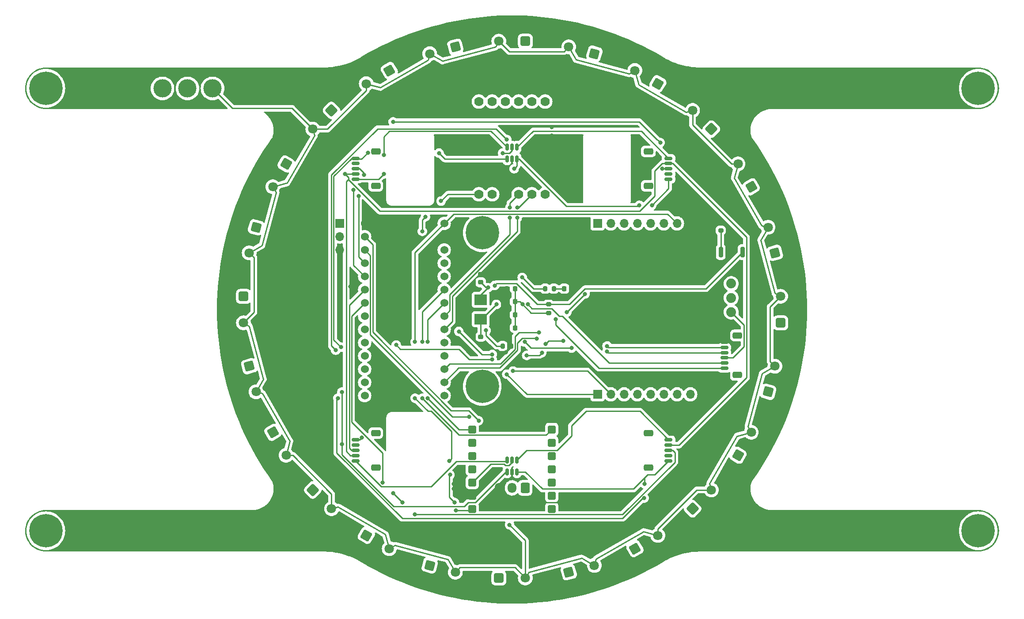
<source format=gtl>
G04 #@! TF.GenerationSoftware,KiCad,Pcbnew,7.0.9*
G04 #@! TF.CreationDate,2024-02-22T22:00:58+08:00*
G04 #@! TF.ProjectId,layer3,6c617965-7233-42e6-9b69-6361645f7063,0.1*
G04 #@! TF.SameCoordinates,Original*
G04 #@! TF.FileFunction,Copper,L1,Top*
G04 #@! TF.FilePolarity,Positive*
%FSLAX46Y46*%
G04 Gerber Fmt 4.6, Leading zero omitted, Abs format (unit mm)*
G04 Created by KiCad (PCBNEW 7.0.9) date 2024-02-22 22:00:58*
%MOMM*%
%LPD*%
G01*
G04 APERTURE LIST*
G04 Aperture macros list*
%AMRoundRect*
0 Rectangle with rounded corners*
0 $1 Rounding radius*
0 $2 $3 $4 $5 $6 $7 $8 $9 X,Y pos of 4 corners*
0 Add a 4 corners polygon primitive as box body*
4,1,4,$2,$3,$4,$5,$6,$7,$8,$9,$2,$3,0*
0 Add four circle primitives for the rounded corners*
1,1,$1+$1,$2,$3*
1,1,$1+$1,$4,$5*
1,1,$1+$1,$6,$7*
1,1,$1+$1,$8,$9*
0 Add four rect primitives between the rounded corners*
20,1,$1+$1,$2,$3,$4,$5,0*
20,1,$1+$1,$4,$5,$6,$7,0*
20,1,$1+$1,$6,$7,$8,$9,0*
20,1,$1+$1,$8,$9,$2,$3,0*%
G04 Aperture macros list end*
G04 #@! TA.AperFunction,ComponentPad*
%ADD10RoundRect,0.250200X0.887643X0.237843X-0.237843X0.887643X-0.887643X-0.237843X0.237843X-0.887643X0*%
G04 #@! TD*
G04 #@! TA.AperFunction,ComponentPad*
%ADD11C,1.800000*%
G04 #@! TD*
G04 #@! TA.AperFunction,ComponentPad*
%ADD12RoundRect,0.250200X0.649800X-0.649800X0.649800X0.649800X-0.649800X0.649800X-0.649800X-0.649800X0*%
G04 #@! TD*
G04 #@! TA.AperFunction,ComponentPad*
%ADD13R,1.700000X1.700000*%
G04 #@! TD*
G04 #@! TA.AperFunction,ComponentPad*
%ADD14O,1.700000X1.700000*%
G04 #@! TD*
G04 #@! TA.AperFunction,SMDPad,CuDef*
%ADD15RoundRect,0.218750X0.218750X0.256250X-0.218750X0.256250X-0.218750X-0.256250X0.218750X-0.256250X0*%
G04 #@! TD*
G04 #@! TA.AperFunction,ComponentPad*
%ADD16C,6.400000*%
G04 #@! TD*
G04 #@! TA.AperFunction,ComponentPad*
%ADD17RoundRect,0.250200X-0.795839X0.459478X-0.459478X-0.795839X0.795839X-0.459478X0.459478X0.795839X0*%
G04 #@! TD*
G04 #@! TA.AperFunction,ComponentPad*
%ADD18RoundRect,0.250200X0.887643X-0.237843X0.237843X0.887643X-0.887643X0.237843X-0.237843X-0.887643X0*%
G04 #@! TD*
G04 #@! TA.AperFunction,ComponentPad*
%ADD19RoundRect,0.150000X-0.600000X-0.600000X0.600000X-0.600000X0.600000X0.600000X-0.600000X0.600000X0*%
G04 #@! TD*
G04 #@! TA.AperFunction,ComponentPad*
%ADD20RoundRect,0.150000X0.600000X0.600000X-0.600000X0.600000X-0.600000X-0.600000X0.600000X-0.600000X0*%
G04 #@! TD*
G04 #@! TA.AperFunction,ComponentPad*
%ADD21C,1.879600*%
G04 #@! TD*
G04 #@! TA.AperFunction,SMDPad,CuDef*
%ADD22RoundRect,0.225000X-0.225000X-0.250000X0.225000X-0.250000X0.225000X0.250000X-0.225000X0.250000X0*%
G04 #@! TD*
G04 #@! TA.AperFunction,ComponentPad*
%ADD23RoundRect,0.250200X0.459478X-0.795839X0.795839X0.459478X-0.459478X0.795839X-0.795839X-0.459478X0*%
G04 #@! TD*
G04 #@! TA.AperFunction,ComponentPad*
%ADD24RoundRect,0.250200X-0.237843X0.887643X-0.887643X-0.237843X0.237843X-0.887643X0.887643X0.237843X0*%
G04 #@! TD*
G04 #@! TA.AperFunction,SMDPad,CuDef*
%ADD25RoundRect,0.225000X-0.250000X0.225000X-0.250000X-0.225000X0.250000X-0.225000X0.250000X0.225000X0*%
G04 #@! TD*
G04 #@! TA.AperFunction,ComponentPad*
%ADD26RoundRect,0.250200X0.795839X0.459478X-0.459478X0.795839X-0.795839X-0.459478X0.459478X-0.795839X0*%
G04 #@! TD*
G04 #@! TA.AperFunction,ComponentPad*
%ADD27C,1.530000*%
G04 #@! TD*
G04 #@! TA.AperFunction,ComponentPad*
%ADD28RoundRect,0.250200X-0.649800X0.649800X-0.649800X-0.649800X0.649800X-0.649800X0.649800X0.649800X0*%
G04 #@! TD*
G04 #@! TA.AperFunction,SMDPad,CuDef*
%ADD29RoundRect,0.150000X0.150000X-0.512500X0.150000X0.512500X-0.150000X0.512500X-0.150000X-0.512500X0*%
G04 #@! TD*
G04 #@! TA.AperFunction,SMDPad,CuDef*
%ADD30RoundRect,0.200000X-0.200000X-0.275000X0.200000X-0.275000X0.200000X0.275000X-0.200000X0.275000X0*%
G04 #@! TD*
G04 #@! TA.AperFunction,ComponentPad*
%ADD31RoundRect,0.250200X0.000000X-0.918956X0.918956X0.000000X0.000000X0.918956X-0.918956X0.000000X0*%
G04 #@! TD*
G04 #@! TA.AperFunction,ComponentPad*
%ADD32RoundRect,0.250200X0.649800X0.649800X-0.649800X0.649800X-0.649800X-0.649800X0.649800X-0.649800X0*%
G04 #@! TD*
G04 #@! TA.AperFunction,ComponentPad*
%ADD33C,1.778000*%
G04 #@! TD*
G04 #@! TA.AperFunction,ComponentPad*
%ADD34RoundRect,0.250200X-0.237843X-0.887643X0.887643X-0.237843X0.237843X0.887643X-0.887643X0.237843X0*%
G04 #@! TD*
G04 #@! TA.AperFunction,ComponentPad*
%ADD35RoundRect,0.250200X-0.887643X-0.237843X0.237843X-0.887643X0.887643X0.237843X-0.237843X0.887643X0*%
G04 #@! TD*
G04 #@! TA.AperFunction,ComponentPad*
%ADD36RoundRect,0.250200X0.237843X-0.887643X0.887643X0.237843X-0.237843X0.887643X-0.887643X-0.237843X0*%
G04 #@! TD*
G04 #@! TA.AperFunction,ComponentPad*
%ADD37RoundRect,0.250200X0.459478X0.795839X-0.795839X0.459478X-0.459478X-0.795839X0.795839X-0.459478X0*%
G04 #@! TD*
G04 #@! TA.AperFunction,ComponentPad*
%ADD38RoundRect,0.250200X-0.459478X-0.795839X0.795839X-0.459478X0.459478X0.795839X-0.795839X0.459478X0*%
G04 #@! TD*
G04 #@! TA.AperFunction,SMDPad,CuDef*
%ADD39RoundRect,0.150000X0.625000X-0.150000X0.625000X0.150000X-0.625000X0.150000X-0.625000X-0.150000X0*%
G04 #@! TD*
G04 #@! TA.AperFunction,SMDPad,CuDef*
%ADD40RoundRect,0.250000X0.650000X-0.350000X0.650000X0.350000X-0.650000X0.350000X-0.650000X-0.350000X0*%
G04 #@! TD*
G04 #@! TA.AperFunction,ComponentPad*
%ADD41RoundRect,0.250200X-0.887643X0.237843X-0.237843X-0.887643X0.887643X-0.237843X0.237843X0.887643X0*%
G04 #@! TD*
G04 #@! TA.AperFunction,ComponentPad*
%ADD42RoundRect,0.250200X0.000000X0.918956X-0.918956X0.000000X0.000000X-0.918956X0.918956X0.000000X0*%
G04 #@! TD*
G04 #@! TA.AperFunction,ComponentPad*
%ADD43RoundRect,0.250200X0.918956X0.000000X0.000000X0.918956X-0.918956X0.000000X0.000000X-0.918956X0*%
G04 #@! TD*
G04 #@! TA.AperFunction,SMDPad,CuDef*
%ADD44RoundRect,0.225000X0.250000X-0.225000X0.250000X0.225000X-0.250000X0.225000X-0.250000X-0.225000X0*%
G04 #@! TD*
G04 #@! TA.AperFunction,ComponentPad*
%ADD45RoundRect,0.250200X-0.795839X-0.459478X0.459478X-0.795839X0.795839X0.459478X-0.459478X0.795839X0*%
G04 #@! TD*
G04 #@! TA.AperFunction,SMDPad,CuDef*
%ADD46RoundRect,0.200000X-0.200000X-0.800000X0.200000X-0.800000X0.200000X0.800000X-0.200000X0.800000X0*%
G04 #@! TD*
G04 #@! TA.AperFunction,ComponentPad*
%ADD47C,3.500000*%
G04 #@! TD*
G04 #@! TA.AperFunction,SMDPad,CuDef*
%ADD48R,2.400000X2.000000*%
G04 #@! TD*
G04 #@! TA.AperFunction,ComponentPad*
%ADD49C,0.800000*%
G04 #@! TD*
G04 #@! TA.AperFunction,ComponentPad*
%ADD50RoundRect,0.250200X0.237843X0.887643X-0.887643X0.237843X-0.237843X-0.887643X0.887643X-0.237843X0*%
G04 #@! TD*
G04 #@! TA.AperFunction,SMDPad,CuDef*
%ADD51RoundRect,0.200000X-0.275000X0.200000X-0.275000X-0.200000X0.275000X-0.200000X0.275000X0.200000X0*%
G04 #@! TD*
G04 #@! TA.AperFunction,SMDPad,CuDef*
%ADD52RoundRect,0.150000X-0.625000X0.150000X-0.625000X-0.150000X0.625000X-0.150000X0.625000X0.150000X0*%
G04 #@! TD*
G04 #@! TA.AperFunction,SMDPad,CuDef*
%ADD53RoundRect,0.250000X-0.650000X0.350000X-0.650000X-0.350000X0.650000X-0.350000X0.650000X0.350000X0*%
G04 #@! TD*
G04 #@! TA.AperFunction,ComponentPad*
%ADD54RoundRect,0.250200X-0.459478X0.795839X-0.795839X-0.459478X0.459478X-0.795839X0.795839X0.459478X0*%
G04 #@! TD*
G04 #@! TA.AperFunction,ComponentPad*
%ADD55RoundRect,0.250200X-0.649800X-0.649800X0.649800X-0.649800X0.649800X0.649800X-0.649800X0.649800X0*%
G04 #@! TD*
G04 #@! TA.AperFunction,ComponentPad*
%ADD56RoundRect,0.250200X-0.918956X0.000000X0.000000X-0.918956X0.918956X0.000000X0.000000X0.918956X0*%
G04 #@! TD*
G04 #@! TA.AperFunction,ComponentPad*
%ADD57RoundRect,0.250200X0.795839X-0.459478X0.459478X0.795839X-0.795839X0.459478X-0.459478X-0.795839X0*%
G04 #@! TD*
G04 #@! TA.AperFunction,ComponentPad*
%ADD58RoundRect,0.250000X0.600000X0.725000X-0.600000X0.725000X-0.600000X-0.725000X0.600000X-0.725000X0*%
G04 #@! TD*
G04 #@! TA.AperFunction,ComponentPad*
%ADD59O,1.700000X1.950000*%
G04 #@! TD*
G04 #@! TA.AperFunction,ViaPad*
%ADD60C,0.800000*%
G04 #@! TD*
G04 #@! TA.AperFunction,Conductor*
%ADD61C,0.250000*%
G04 #@! TD*
G04 APERTURE END LIST*
D10*
X132937205Y-61691342D03*
D11*
X130737500Y-60421342D03*
X128537795Y-59151342D03*
D12*
X156475000Y-107540000D03*
D11*
X156475000Y-105000000D03*
X156475000Y-102460000D03*
D13*
X72000000Y-88475000D03*
D14*
X72000000Y-91015000D03*
X72000000Y-93555000D03*
D15*
X116575000Y-101000000D03*
X115000000Y-101000000D03*
D16*
X194350700Y-62573168D03*
D17*
X54621568Y-115869258D03*
D11*
X55278968Y-118322710D03*
X55936368Y-120776162D03*
D16*
X15649300Y-147426832D03*
D18*
X150848658Y-81462205D03*
D11*
X149578658Y-79262500D03*
X148308658Y-77062795D03*
D19*
X112620000Y-143240000D03*
X112620000Y-140700000D03*
X112620000Y-138160000D03*
X112620000Y-135620000D03*
X112620000Y-133080000D03*
X112620000Y-130540000D03*
X112620000Y-128000000D03*
D20*
X97380000Y-128000000D03*
X97380000Y-130540000D03*
X97380000Y-133080000D03*
X97380000Y-135620000D03*
X97380000Y-138160000D03*
X97380000Y-140700000D03*
X97380000Y-143240000D03*
D21*
X147000000Y-100037919D03*
X147000000Y-102755719D03*
X147000000Y-105473519D03*
D22*
X104000000Y-100980000D03*
X105550000Y-100980000D03*
D23*
X154063632Y-120776162D03*
D11*
X154721032Y-118322710D03*
X155378432Y-115869258D03*
D24*
X61691342Y-77062795D03*
D11*
X60421342Y-79262500D03*
X59151342Y-81462205D03*
D25*
X99000000Y-98225000D03*
X99000000Y-99775000D03*
D26*
X120776162Y-55936368D03*
D11*
X118322710Y-55278968D03*
X115869258Y-54621568D03*
D27*
X76760000Y-91030000D03*
X76760000Y-93570000D03*
X76760000Y-96110000D03*
X76760000Y-98650000D03*
X92000000Y-93570000D03*
X76760000Y-101190000D03*
X76760000Y-103730000D03*
X76760000Y-106270000D03*
X76760000Y-108810000D03*
X76760000Y-111350000D03*
X76760000Y-113890000D03*
X76760000Y-116430000D03*
X76760000Y-118970000D03*
X76760000Y-121510000D03*
X92000000Y-121510000D03*
X92000000Y-118970000D03*
X92000000Y-116430000D03*
X92000000Y-113890000D03*
X92000000Y-111350000D03*
X92000000Y-108810000D03*
X92000000Y-106270000D03*
X92000000Y-103730000D03*
X92000000Y-101190000D03*
X92000000Y-98650000D03*
X92000000Y-96110000D03*
X76760000Y-88490000D03*
X92000000Y-91030000D03*
X92000000Y-88490000D03*
D16*
X194350700Y-147426832D03*
D22*
X104000000Y-103490000D03*
X105550000Y-103490000D03*
D28*
X53525000Y-102460000D03*
D11*
X53525000Y-105000000D03*
X53525000Y-107540000D03*
D29*
X104050000Y-76137500D03*
X105000000Y-76137500D03*
X105950000Y-76137500D03*
X105950000Y-73862500D03*
X105000000Y-73862500D03*
X104050000Y-73862500D03*
D30*
X103175000Y-112000000D03*
X104825000Y-112000000D03*
D31*
X139602271Y-143194373D03*
D11*
X141398322Y-141398322D03*
X143194373Y-139602271D03*
D22*
X104000000Y-106000000D03*
X105550000Y-106000000D03*
D16*
X15649300Y-62573168D03*
D32*
X107540000Y-53525000D03*
D11*
X105000000Y-53525000D03*
X102460000Y-53525000D03*
D33*
X98650000Y-82890000D03*
X101190000Y-82890000D03*
X103730000Y-82890000D03*
X106270000Y-82890000D03*
X108810000Y-82890000D03*
X111350000Y-82890000D03*
X98650000Y-65110000D03*
X101190000Y-65110000D03*
X103730000Y-65110000D03*
X106270000Y-65110000D03*
X108810000Y-65110000D03*
X111350000Y-65110000D03*
D34*
X128537795Y-150848658D03*
D11*
X130737500Y-149578658D03*
X132937205Y-148308658D03*
D35*
X77062795Y-148308658D03*
D11*
X79262500Y-149578658D03*
X81462205Y-150848658D03*
D36*
X148308658Y-132937205D03*
D11*
X149578658Y-130737500D03*
X150848658Y-128537795D03*
D37*
X94130742Y-54621568D03*
D11*
X91677290Y-55278968D03*
X89223838Y-55936368D03*
D38*
X115869258Y-155378432D03*
D11*
X118322710Y-154721032D03*
X120776162Y-154063632D03*
D29*
X104050000Y-136137500D03*
X105000000Y-136137500D03*
X105950000Y-136137500D03*
X105950000Y-133862500D03*
X105000000Y-133862500D03*
X104050000Y-133862500D03*
D39*
X75000000Y-134000000D03*
X75000000Y-133000000D03*
X75000000Y-132000000D03*
X75000000Y-131000000D03*
X75000000Y-130000000D03*
D40*
X78875000Y-135300000D03*
X78875000Y-128700000D03*
D41*
X59151342Y-128537795D03*
D11*
X60421342Y-130737500D03*
X61691342Y-132937205D03*
D42*
X70397729Y-66805627D03*
D11*
X68601678Y-68601678D03*
X66805627Y-70397729D03*
D43*
X143194373Y-70397729D03*
D11*
X141398322Y-68601678D03*
X139602271Y-66805627D03*
D44*
X99000000Y-111775000D03*
X99000000Y-110225000D03*
D45*
X89223838Y-154063632D03*
D11*
X91677290Y-154721032D03*
X94130742Y-155378432D03*
D46*
X145000000Y-93979436D03*
X149200000Y-93979436D03*
D47*
X47600000Y-62600000D03*
X42800000Y-62600000D03*
X38000000Y-62600000D03*
D48*
X99000000Y-103150000D03*
X99000000Y-106850000D03*
D49*
X99285000Y-122132000D03*
X97587944Y-121429056D03*
X100982056Y-121429056D03*
X96885000Y-119732000D03*
D16*
X99285000Y-119732000D03*
D49*
X101685000Y-119732000D03*
X97587944Y-118034944D03*
X100982056Y-118034944D03*
X99285000Y-117332000D03*
X99285000Y-92668000D03*
X97587944Y-91965056D03*
X100982056Y-91965056D03*
X96885000Y-90268000D03*
D16*
X99285000Y-90268000D03*
D49*
X101685000Y-90268000D03*
X97587944Y-88570944D03*
X100982056Y-88570944D03*
X99285000Y-87868000D03*
D13*
X121383000Y-121256000D03*
D14*
X123923000Y-121256000D03*
X126463000Y-121256000D03*
X129003000Y-121256000D03*
X131543000Y-121256000D03*
X134083000Y-121256000D03*
X136623000Y-121256000D03*
X139163000Y-121256000D03*
X139163000Y-88490000D03*
X136623000Y-88490000D03*
X134083000Y-88490000D03*
X131543000Y-88490000D03*
X129003000Y-88490000D03*
X126463000Y-88490000D03*
X123923000Y-88490000D03*
D13*
X121383000Y-88490000D03*
D50*
X81462205Y-59151342D03*
D11*
X79262500Y-60421342D03*
X77062795Y-61691342D03*
D51*
X145000000Y-88175000D03*
X145000000Y-89825000D03*
D52*
X135000000Y-76000000D03*
X135000000Y-77000000D03*
X135000000Y-78000000D03*
X135000000Y-79000000D03*
X135000000Y-80000000D03*
D53*
X131125000Y-74700000D03*
X131125000Y-81300000D03*
D22*
X104000000Y-108510000D03*
X105550000Y-108510000D03*
D54*
X55936368Y-89223838D03*
D11*
X55278968Y-91677290D03*
X54621568Y-94130742D03*
D51*
X112000000Y-104000000D03*
X112000000Y-105650000D03*
D55*
X102460000Y-156475000D03*
D11*
X105000000Y-156475000D03*
X107540000Y-156475000D03*
D56*
X66805627Y-139602271D03*
D11*
X68601678Y-141398322D03*
X70397729Y-143194373D03*
D39*
X75000000Y-80000000D03*
X75000000Y-79000000D03*
X75000000Y-78000000D03*
X75000000Y-77000000D03*
X75000000Y-76000000D03*
D40*
X78875000Y-81300000D03*
X78875000Y-74700000D03*
D30*
X111350000Y-101000000D03*
X113000000Y-101000000D03*
D57*
X155378432Y-94130742D03*
D11*
X154721032Y-91677290D03*
X154063632Y-89223838D03*
D52*
X135000000Y-130000000D03*
X135000000Y-131000000D03*
X135000000Y-132000000D03*
X135000000Y-133000000D03*
X135000000Y-134000000D03*
D53*
X131125000Y-128700000D03*
X131125000Y-135300000D03*
D52*
X145675000Y-111255719D03*
X145675000Y-112255719D03*
X145675000Y-113255719D03*
X145675000Y-114255719D03*
X145675000Y-115255719D03*
X145675000Y-116255719D03*
D53*
X148200000Y-109955719D03*
X148200000Y-117555719D03*
D58*
X107500000Y-139200000D03*
D59*
X105000000Y-139200000D03*
X102500000Y-139200000D03*
D60*
X80400000Y-75400000D03*
X80400000Y-79000000D03*
X75600000Y-83200000D03*
X76600000Y-79200000D03*
X91000000Y-75000000D03*
X72200000Y-112200000D03*
X77375500Y-74912754D03*
X133812299Y-78012299D03*
X82200000Y-69000000D03*
X74562247Y-82037753D03*
X133400000Y-73000000D03*
X104000000Y-72400000D03*
X105400000Y-78000000D03*
X131800000Y-85000000D03*
X129400000Y-85000000D03*
X71200000Y-112800000D03*
X72390000Y-130810000D03*
X72390000Y-120810000D03*
X76200000Y-129540000D03*
X86400000Y-144315000D03*
X82200000Y-140200000D03*
X80212299Y-138187701D03*
X84000000Y-142000000D03*
X71600000Y-122000000D03*
X130400000Y-138400000D03*
X130337753Y-141137753D03*
X94200000Y-143524500D03*
X86400000Y-122000000D03*
X93100000Y-136700000D03*
X86400000Y-111200000D03*
X93000000Y-134000000D03*
X93973420Y-142000500D03*
X104600000Y-85400000D03*
X104600000Y-87400000D03*
X106000000Y-87400000D03*
X106000000Y-85400000D03*
X96800000Y-125600000D03*
X98600000Y-126324500D03*
X91400000Y-84200000D03*
X104524058Y-146275500D03*
X87800000Y-90000000D03*
X88400000Y-87200000D03*
X103200000Y-75000000D03*
X87787949Y-111212051D03*
X87787949Y-122012548D03*
X88800000Y-111200000D03*
X88800000Y-122000000D03*
X73000000Y-79000000D03*
X93800000Y-139400000D03*
X106000000Y-142000000D03*
X103800000Y-113200000D03*
X123000000Y-103100000D03*
X82200000Y-120800000D03*
X131200000Y-78000000D03*
X114400000Y-142000000D03*
X96600000Y-107000000D03*
X95600000Y-107000000D03*
X86400000Y-146400000D03*
X106200000Y-152000000D03*
X111200000Y-102400000D03*
X122100000Y-102200000D03*
X96600000Y-106000000D03*
X122100000Y-106400000D03*
X123000000Y-109000000D03*
X122100000Y-109900000D03*
X106600000Y-115000000D03*
X123000000Y-105500000D03*
X122100000Y-109000000D03*
X69200000Y-100600000D03*
X122100000Y-103100000D03*
X112600000Y-70000000D03*
X89800000Y-146400000D03*
X112600000Y-71600000D03*
X95600000Y-106000000D03*
X96800000Y-73400000D03*
X74000000Y-100600000D03*
X108800000Y-152000000D03*
X108100000Y-142000000D03*
X123000000Y-109900000D03*
X122100000Y-105500000D03*
X103000000Y-103000000D03*
X110500000Y-142000000D03*
X107299647Y-112500353D03*
X95600000Y-107000000D03*
X99900000Y-138400000D03*
X123000000Y-102200000D03*
X93800000Y-138400000D03*
X99900000Y-141700000D03*
X123000000Y-106400000D03*
X94600000Y-73400000D03*
X101200000Y-113600000D03*
X105200000Y-116800000D03*
X94800000Y-109200000D03*
X82800000Y-111800000D03*
X104000000Y-117400000D03*
X101200000Y-114600000D03*
X101664037Y-100400000D03*
X102000000Y-104000000D03*
X100400000Y-100800000D03*
X114800000Y-111000000D03*
X123212299Y-111987701D03*
X110716248Y-113283752D03*
X107800000Y-113800000D03*
X111400000Y-111600000D03*
X123200000Y-113000000D03*
X116400000Y-112400000D03*
X107412299Y-111212299D03*
X108011463Y-103986865D03*
X113364469Y-106815500D03*
X115500000Y-105500000D03*
X119000000Y-102000000D03*
X100000000Y-109000000D03*
X107000000Y-104000000D03*
X106948355Y-98845066D03*
X110171583Y-109428417D03*
X109724500Y-110600000D03*
D61*
X81492588Y-70775000D02*
X80400000Y-71867588D01*
X79400000Y-80000000D02*
X75000000Y-80000000D01*
X104050000Y-73862500D02*
X100962500Y-70775000D01*
X80400000Y-79000000D02*
X79400000Y-80000000D01*
X100962500Y-70775000D02*
X81492588Y-70775000D01*
X80400000Y-71867588D02*
X80400000Y-75400000D01*
X75000000Y-78000000D02*
X75774999Y-78000000D01*
X76760000Y-96110000D02*
X75600000Y-94950000D01*
X75774999Y-78000000D02*
X76600000Y-78825001D01*
X76600000Y-78825001D02*
X76600000Y-79200000D01*
X75600000Y-94950000D02*
X75600000Y-83200000D01*
X70825000Y-79400001D02*
X70825000Y-110825000D01*
X75137500Y-76137500D02*
X75000000Y-76000000D01*
X104050000Y-76137500D02*
X92600000Y-76137500D01*
X92137500Y-76137500D02*
X92600000Y-76137500D01*
X91000000Y-75000000D02*
X92137500Y-76137500D01*
X74225001Y-76000000D02*
X70825000Y-79400001D01*
X77375500Y-74912754D02*
X76150754Y-76137500D01*
X76150754Y-76137500D02*
X75137500Y-76137500D01*
X70825000Y-110825000D02*
X72200000Y-112200000D01*
X75000000Y-76000000D02*
X74225001Y-76000000D01*
X109037500Y-70775000D02*
X129775000Y-70775000D01*
X105950000Y-73862500D02*
X109037500Y-70775000D01*
X129775000Y-70775000D02*
X135000000Y-76000000D01*
X74600000Y-82075506D02*
X74600000Y-96490000D01*
X133000000Y-72600000D02*
X133400000Y-73000000D01*
X132700000Y-72300000D02*
X133400000Y-73000000D01*
X129400000Y-69000000D02*
X132700000Y-72300000D01*
X135000000Y-78000000D02*
X133800000Y-78000000D01*
X74600000Y-96490000D02*
X76760000Y-98650000D01*
X132700000Y-72300000D02*
X133000000Y-72600000D01*
X133800000Y-78000000D02*
X133812299Y-78012299D01*
X82200000Y-69000000D02*
X129400000Y-69000000D01*
X74562247Y-82037753D02*
X74600000Y-82075506D01*
X101925000Y-70325000D02*
X79224092Y-70325000D01*
X129175000Y-85225000D02*
X115401856Y-85225000D01*
X135000000Y-80000000D02*
X135000000Y-81800000D01*
X70375000Y-111975000D02*
X71200000Y-112800000D01*
X106314356Y-76137500D02*
X105950000Y-76137500D01*
X115401856Y-85225000D02*
X106314356Y-76137500D01*
X129400000Y-85000000D02*
X129175000Y-85225000D01*
X105400000Y-78000000D02*
X105950000Y-77450000D01*
X135000000Y-81800000D02*
X131800000Y-85000000D01*
X104000000Y-72400000D02*
X101925000Y-70325000D01*
X105950000Y-77450000D02*
X105950000Y-76137500D01*
X70375000Y-79174092D02*
X70375000Y-111975000D01*
X79224092Y-70325000D02*
X70375000Y-79174092D01*
X103750001Y-134162499D02*
X94299913Y-134162499D01*
X89507412Y-138955000D02*
X79955000Y-138955000D01*
X94299913Y-134162499D02*
X89507412Y-138955000D01*
X79955000Y-138955000D02*
X75000000Y-134000000D01*
X104050000Y-133862500D02*
X103750001Y-134162499D01*
X73800000Y-131574999D02*
X73800000Y-104150000D01*
X74225001Y-132000000D02*
X73800000Y-131574999D01*
X73800000Y-104150000D02*
X76760000Y-101190000D01*
X75000000Y-132000000D02*
X74225001Y-132000000D01*
X75740000Y-130000000D02*
X76200000Y-129540000D01*
X103775799Y-136137500D02*
X98455000Y-141458299D01*
X97955908Y-142000000D02*
X96600000Y-142000000D01*
X72390000Y-132840908D02*
X72390000Y-130810000D01*
X75000000Y-130000000D02*
X75740000Y-130000000D01*
X95875000Y-142725000D02*
X82274092Y-142725000D01*
X72390000Y-130810000D02*
X72390000Y-120810000D01*
X82274092Y-142725000D02*
X72390000Y-132840908D01*
X96600000Y-142000000D02*
X95875000Y-142725000D01*
X98455000Y-141500908D02*
X97955908Y-142000000D01*
X104050000Y-136137500D02*
X103775799Y-136137500D01*
X98455000Y-141458299D02*
X98455000Y-141500908D01*
X113595000Y-132005000D02*
X107807500Y-132005000D01*
X119182588Y-124505000D02*
X116400000Y-127287588D01*
X107807500Y-132005000D02*
X105950000Y-133862500D01*
X129505000Y-124505000D02*
X119182588Y-124505000D01*
X116400000Y-127287588D02*
X116400000Y-129200000D01*
X135000000Y-130000000D02*
X129505000Y-124505000D01*
X116400000Y-129200000D02*
X113595000Y-132005000D01*
X76760000Y-103730000D02*
X74250000Y-106240000D01*
X74250000Y-126564695D02*
X80200000Y-132514695D01*
X80200000Y-138200000D02*
X80212299Y-138187701D01*
X74250000Y-106240000D02*
X74250000Y-126564695D01*
X82200000Y-140200000D02*
X84000000Y-142000000D01*
X135774999Y-132000000D02*
X135000000Y-132000000D01*
X136200000Y-134250908D02*
X136200000Y-132425001D01*
X136200000Y-132425001D02*
X135774999Y-132000000D01*
X86400000Y-144315000D02*
X126135908Y-144315000D01*
X80200000Y-132514695D02*
X80200000Y-138200000D01*
X126135908Y-144315000D02*
X136200000Y-134250908D01*
X131000000Y-136695000D02*
X132305000Y-136695000D01*
X105950000Y-136137500D02*
X107537500Y-136137500D01*
X132305000Y-136695000D02*
X135000000Y-134000000D01*
X71400000Y-122200000D02*
X71400000Y-132487304D01*
X83952696Y-145040000D02*
X126160000Y-145040000D01*
X130400000Y-138400000D02*
X130400000Y-137295000D01*
X71600000Y-122000000D02*
X71400000Y-122200000D01*
X107537500Y-136137500D02*
X110800000Y-139400000D01*
X71400000Y-132487304D02*
X83952696Y-145040000D01*
X128295000Y-139400000D02*
X131000000Y-136695000D01*
X110800000Y-139400000D02*
X128295000Y-139400000D01*
X130400000Y-137295000D02*
X131000000Y-136695000D01*
X130200000Y-141000000D02*
X130337753Y-141137753D01*
X126160000Y-145040000D02*
X130200000Y-141000000D01*
X92000000Y-88490000D02*
X86400000Y-94090000D01*
X93400000Y-128397588D02*
X89507412Y-124505000D01*
X93815000Y-86675000D02*
X134808000Y-86675000D01*
X93000000Y-141000000D02*
X93973420Y-141973420D01*
X93000000Y-134000000D02*
X93400000Y-133600000D01*
X97380000Y-143240000D02*
X97095500Y-143524500D01*
X92000000Y-88490000D02*
X93815000Y-86675000D01*
X86400000Y-94090000D02*
X86400000Y-111200000D01*
X93400000Y-133600000D02*
X93400000Y-128397588D01*
X93973420Y-141973420D02*
X93973420Y-142000500D01*
X88905000Y-124505000D02*
X86400000Y-122000000D01*
X93100000Y-136700000D02*
X93000000Y-136800000D01*
X134808000Y-86675000D02*
X136623000Y-88490000D01*
X93000000Y-136800000D02*
X93000000Y-141000000D01*
X89507412Y-124505000D02*
X88905000Y-124505000D01*
X97095500Y-143524500D02*
X94200000Y-143524500D01*
X104600000Y-87400000D02*
X104600000Y-90600000D01*
X104600000Y-84560000D02*
X104600000Y-85400000D01*
X106270000Y-82890000D02*
X104600000Y-84560000D01*
X93090000Y-102110000D02*
X93090000Y-105180000D01*
X104600000Y-90600000D02*
X93090000Y-102110000D01*
X93090000Y-105180000D02*
X92000000Y-106270000D01*
X108810000Y-82890000D02*
X106300000Y-85400000D01*
X98515948Y-97450000D02*
X98550000Y-97450000D01*
X92000000Y-108810000D02*
X93540000Y-107270000D01*
X106300000Y-85400000D02*
X106000000Y-85400000D01*
X93540000Y-102425948D02*
X98515948Y-97450000D01*
X98550000Y-97450000D02*
X106000000Y-90000000D01*
X93540000Y-107270000D02*
X93540000Y-102425948D01*
X106000000Y-90000000D02*
X106000000Y-87400000D01*
X77850000Y-109850000D02*
X77850000Y-94660000D01*
X96800000Y-125600000D02*
X93600000Y-125600000D01*
X93600000Y-125600000D02*
X77850000Y-109850000D01*
X77850000Y-94660000D02*
X76760000Y-93570000D01*
X78300000Y-92570000D02*
X76760000Y-91030000D01*
X96675500Y-124400000D02*
X93348507Y-124400000D01*
X98600000Y-126324500D02*
X96675500Y-124400000D01*
X93348507Y-124400000D02*
X78300000Y-109351493D01*
X78300000Y-109351493D02*
X78300000Y-92570000D01*
X87800000Y-90000000D02*
X87800000Y-87800000D01*
X150212261Y-127435524D02*
X152933145Y-117281045D01*
X139602270Y-69629201D02*
X139602270Y-66805627D01*
X59151342Y-81462205D02*
X59787738Y-82564475D01*
X152834208Y-88894415D02*
X147577863Y-79790158D01*
X62422137Y-130209842D02*
X61691342Y-132937205D01*
X147035865Y-77062795D02*
X139602271Y-69629201D01*
X61878705Y-80731410D02*
X59151342Y-81462205D01*
X54621568Y-94130742D02*
X55521568Y-95030742D01*
X140370799Y-139602270D02*
X143194373Y-139602270D01*
X105000000Y-134250908D02*
X104400908Y-134850000D01*
X154063631Y-89223838D02*
X152834208Y-88894415D01*
X154478432Y-104456568D02*
X156475000Y-102460000D01*
X103461591Y-134612499D02*
X100927501Y-134612499D01*
X104400908Y-134850000D02*
X103699092Y-134850000D01*
X138372847Y-67135050D02*
X129268590Y-61878705D01*
X82564476Y-150212261D02*
X92718955Y-152933145D01*
X105000000Y-74524999D02*
X105000000Y-73862500D01*
X100927501Y-134612499D02*
X97380000Y-138160000D01*
X57348155Y-118330876D02*
X55936368Y-120776162D01*
X81462205Y-150848658D02*
X82564475Y-150212262D01*
X55521568Y-95030742D02*
X55521568Y-105543432D01*
X148308657Y-77062795D02*
X147035865Y-77062795D01*
X57165792Y-121105585D02*
X62422137Y-130209842D01*
X101823603Y-54627271D02*
X91669124Y-57348155D01*
X51400000Y-66400000D02*
X47600000Y-62600000D01*
X105000000Y-133862500D02*
X105000000Y-134250908D01*
X108176397Y-155372729D02*
X118330876Y-152651845D01*
X115869258Y-54621568D02*
X114969258Y-55521568D01*
X107540001Y-156475000D02*
X108176397Y-155372730D01*
X80731410Y-148121295D02*
X81462205Y-150848658D01*
X92718954Y-152933146D02*
X94130741Y-155378432D01*
X117281046Y-57066854D02*
X115869259Y-54621568D01*
X95030742Y-154478432D02*
X105543432Y-154478432D01*
X62807898Y-66400000D02*
X51400000Y-66400000D01*
X77062795Y-61691343D02*
X77062795Y-62964135D01*
X155372729Y-101823603D02*
X152651845Y-91669124D01*
X70397730Y-140370799D02*
X70397730Y-143194373D01*
X105543432Y-154478432D02*
X107540000Y-156475000D01*
X79790158Y-62422137D02*
X77062795Y-61691342D01*
X91400000Y-84200000D02*
X92710000Y-82890000D01*
X92710000Y-82890000D02*
X98650000Y-82890000D01*
X132937205Y-148308657D02*
X132937205Y-147035865D01*
X55521568Y-105543432D02*
X53525000Y-107540000D01*
X132937205Y-147035865D02*
X140370799Y-139602271D01*
X129268590Y-61878705D02*
X128537795Y-59151342D01*
X154478432Y-114969258D02*
X154478432Y-104456568D01*
X69629201Y-70397730D02*
X66805627Y-70397730D01*
X54627271Y-108176397D02*
X57348155Y-118330876D01*
X152651845Y-91669124D02*
X154063632Y-89223838D01*
X118330876Y-152651845D02*
X120776162Y-154063632D01*
X71627153Y-142864950D02*
X80731410Y-148121295D01*
X150848658Y-128537795D02*
X150212262Y-127435525D01*
X155378432Y-115869258D02*
X154478432Y-114969258D01*
X147577863Y-79790158D02*
X148308658Y-77062795D01*
X94130742Y-155378432D02*
X95030742Y-154478432D01*
X77062795Y-62964135D02*
X69629201Y-70397729D01*
X114969258Y-55521568D02*
X104456568Y-55521568D01*
X70397730Y-143194373D02*
X71627153Y-142864950D01*
X107540000Y-149291442D02*
X107540000Y-156475000D01*
X139602270Y-66805627D02*
X138372847Y-67135050D01*
X156475000Y-102459999D02*
X155372730Y-101823603D01*
X148121295Y-129268590D02*
X150848658Y-128537795D01*
X91669124Y-57348155D02*
X89223838Y-55936368D01*
X152933146Y-117281046D02*
X155378432Y-115869259D01*
X127435524Y-59787739D02*
X117281045Y-57066855D01*
X66805627Y-70397730D02*
X67135050Y-71627153D01*
X61691343Y-132937205D02*
X62964135Y-132937205D01*
X57066854Y-92718954D02*
X54621568Y-94130741D01*
X121105585Y-152834208D02*
X130209842Y-147577863D01*
X66805627Y-70397729D02*
X62807898Y-66400000D01*
X104524058Y-146275500D02*
X107540000Y-149291442D01*
X55936369Y-120776162D02*
X57165792Y-121105585D01*
X89223838Y-55936369D02*
X88894415Y-57165792D01*
X67135050Y-71627153D02*
X61878705Y-80731410D01*
X87800000Y-87800000D02*
X88400000Y-87200000D01*
X143194373Y-139602270D02*
X142864950Y-138372847D01*
X142864950Y-138372847D02*
X148121295Y-129268590D01*
X104456568Y-55521568D02*
X102460000Y-53525000D01*
X104524999Y-75000000D02*
X105000000Y-74524999D01*
X103699092Y-134850000D02*
X103461591Y-134612499D01*
X59787739Y-82564476D02*
X57066855Y-92718955D01*
X88894415Y-57165792D02*
X79790158Y-62422137D01*
X120776162Y-154063631D02*
X121105585Y-152834208D01*
X53525000Y-107540001D02*
X54627270Y-108176397D01*
X130209842Y-147577863D02*
X132937205Y-148308658D01*
X102459999Y-53525000D02*
X101823603Y-54627270D01*
X128537795Y-59151342D02*
X127435525Y-59787738D01*
X103200000Y-75000000D02*
X104524999Y-75000000D01*
X62964135Y-132937205D02*
X70397729Y-140370799D01*
X94850401Y-129075000D02*
X87787949Y-122012548D01*
X87787949Y-111212051D02*
X87787949Y-105402051D01*
X112620000Y-128000000D02*
X111545000Y-129075000D01*
X87787949Y-105402051D02*
X92000000Y-101190000D01*
X111545000Y-129075000D02*
X94850401Y-129075000D01*
X88800000Y-111200000D02*
X88800000Y-106930000D01*
X94800000Y-128000000D02*
X97380000Y-128000000D01*
X88800000Y-106930000D02*
X92000000Y-103730000D01*
X88800000Y-122000000D02*
X94800000Y-128000000D01*
X73660000Y-79660000D02*
X73660000Y-80010000D01*
X73660000Y-80010000D02*
X73200000Y-80470000D01*
X149925000Y-91150001D02*
X149925000Y-118075000D01*
X73660000Y-80010000D02*
X73660000Y-80110908D01*
X74000000Y-133000000D02*
X75000000Y-133000000D01*
X73200000Y-80470000D02*
X73200000Y-132200000D01*
X135774999Y-77000000D02*
X149925000Y-91150001D01*
X79674092Y-86125000D02*
X129475000Y-86125000D01*
X75000000Y-79000000D02*
X73000000Y-79000000D01*
X135000000Y-77000000D02*
X135774999Y-77000000D01*
X129475000Y-86125000D02*
X132350000Y-83250000D01*
X132350000Y-83250000D02*
X132350000Y-78450000D01*
X149925000Y-118075000D02*
X137000000Y-131000000D01*
X73200000Y-132200000D02*
X74000000Y-133000000D01*
X73660000Y-80110908D02*
X79674092Y-86125000D01*
X73000000Y-79000000D02*
X73660000Y-79660000D01*
X137000000Y-131000000D02*
X135000000Y-131000000D01*
X133800000Y-77000000D02*
X135000000Y-77000000D01*
X132350000Y-78450000D02*
X133800000Y-77000000D01*
X114400000Y-142000000D02*
X110500000Y-142000000D01*
X99200000Y-113600000D02*
X94800000Y-109200000D01*
X101200000Y-113600000D02*
X99200000Y-113600000D01*
X119467000Y-116800000D02*
X105200000Y-116800000D01*
X123923000Y-121256000D02*
X119467000Y-116800000D01*
X121383000Y-121256000D02*
X107856000Y-121256000D01*
X94791493Y-112600000D02*
X83600000Y-112600000D01*
X83600000Y-112600000D02*
X82800000Y-111800000D01*
X107856000Y-121256000D02*
X104000000Y-117400000D01*
X101200000Y-114600000D02*
X96791493Y-114600000D01*
X96791493Y-114600000D02*
X94791493Y-112600000D01*
X102064037Y-100000000D02*
X105829052Y-100000000D01*
X116000000Y-104000000D02*
X112000000Y-104000000D01*
X109829052Y-104000000D02*
X112000000Y-104000000D01*
X101664037Y-100400000D02*
X102064037Y-100000000D01*
X118974695Y-101000000D02*
X118275000Y-101699695D01*
X118275000Y-101699695D02*
X118275000Y-101725000D01*
X149200000Y-93979436D02*
X142179436Y-101000000D01*
X142179436Y-101000000D02*
X118974695Y-101000000D01*
X105829052Y-100000000D02*
X109829052Y-104000000D01*
X118275000Y-101725000D02*
X116000000Y-104000000D01*
X149475000Y-107948519D02*
X147000000Y-105473519D01*
X149475000Y-112125000D02*
X149475000Y-107948519D01*
X147344281Y-114255719D02*
X149475000Y-112125000D01*
X145675000Y-114255719D02*
X147344281Y-114255719D01*
X99150000Y-106850000D02*
X102000000Y-104000000D01*
X99000000Y-106850000D02*
X99150000Y-106850000D01*
X99000000Y-110225000D02*
X99000000Y-106850000D01*
X100400000Y-100800000D02*
X99000000Y-102200000D01*
X99000000Y-102200000D02*
X99000000Y-103150000D01*
X100025000Y-100800000D02*
X99000000Y-99775000D01*
X100400000Y-100800000D02*
X100025000Y-100800000D01*
X113000000Y-101000000D02*
X115000000Y-101000000D01*
X123212299Y-111987701D02*
X123480317Y-112255719D01*
X107800000Y-113800000D02*
X110200000Y-113800000D01*
X110200000Y-113800000D02*
X110716248Y-113283752D01*
X111400000Y-111600000D02*
X112000000Y-111000000D01*
X123480317Y-112255719D02*
X145675000Y-112255719D01*
X112000000Y-111000000D02*
X114800000Y-111000000D01*
X107412299Y-111212299D02*
X108600000Y-112400000D01*
X108600000Y-112400000D02*
X116400000Y-112400000D01*
X123200000Y-113000000D02*
X123455719Y-113255719D01*
X123455719Y-113255719D02*
X145675000Y-113255719D01*
X108800000Y-104800000D02*
X112600000Y-104800000D01*
X112600000Y-104800000D02*
X114025305Y-106225305D01*
X123655719Y-115255719D02*
X145675000Y-115255719D01*
X114025305Y-106225305D02*
X114625305Y-106225305D01*
X114625305Y-106225305D02*
X123655719Y-115255719D01*
X108011463Y-104011463D02*
X108800000Y-104800000D01*
X108011463Y-103986865D02*
X108011463Y-104011463D01*
X119000000Y-102000000D02*
X115500000Y-105500000D01*
X121655719Y-116255719D02*
X113364469Y-107964469D01*
X113364469Y-107964469D02*
X113364469Y-106815500D01*
X145675000Y-116255719D02*
X121655719Y-116255719D01*
X102000000Y-112000000D02*
X103175000Y-112000000D01*
X100000000Y-110000000D02*
X102000000Y-112000000D01*
X100000000Y-109000000D02*
X100000000Y-110000000D01*
X145000000Y-93979436D02*
X145000000Y-89825000D01*
X105550000Y-106000000D02*
X105550000Y-103490000D01*
X105550000Y-100980000D02*
X105550000Y-103490000D01*
X105550000Y-103490000D02*
X106490000Y-103490000D01*
X105550000Y-108510000D02*
X105550000Y-106000000D01*
X106490000Y-103490000D02*
X107000000Y-104000000D01*
X108650000Y-105650000D02*
X107000000Y-104000000D01*
X112000000Y-105650000D02*
X108650000Y-105650000D01*
X109103289Y-101000000D02*
X111350000Y-101000000D01*
X106948355Y-98845066D02*
X109103289Y-101000000D01*
X110171583Y-109428417D02*
X106371583Y-109428417D01*
X105600000Y-112600000D02*
X102800000Y-115400000D01*
X106371583Y-109428417D02*
X105600000Y-110200000D01*
X93030000Y-115400000D02*
X92000000Y-116430000D01*
X105600000Y-110200000D02*
X105600000Y-112600000D01*
X102800000Y-115400000D02*
X93030000Y-115400000D01*
X102629396Y-116207000D02*
X94763000Y-116207000D01*
X106962701Y-110487299D02*
X106050000Y-111400000D01*
X94763000Y-116207000D02*
X92000000Y-118970000D01*
X109724500Y-110600000D02*
X109611799Y-110487299D01*
X106050000Y-111400000D02*
X106050000Y-112786396D01*
X106050000Y-112786396D02*
X102629396Y-116207000D01*
X109611799Y-110487299D02*
X106962701Y-110487299D01*
G04 #@! TA.AperFunction,Conductor*
G36*
X107222607Y-48644313D02*
G01*
X108702640Y-48722172D01*
X110180116Y-48838893D01*
X111654015Y-48994397D01*
X113123319Y-49188575D01*
X114587013Y-49421293D01*
X116044087Y-49692391D01*
X117493535Y-50001681D01*
X118934355Y-50348950D01*
X120365553Y-50733959D01*
X121786141Y-51156440D01*
X123195137Y-51616103D01*
X124591568Y-52112629D01*
X125974470Y-52645677D01*
X127342889Y-53214878D01*
X128695879Y-53819839D01*
X130032505Y-54460143D01*
X131351846Y-55135346D01*
X132652989Y-55844983D01*
X133935145Y-56588627D01*
X134024731Y-56642173D01*
X134024791Y-56642204D01*
X134231467Y-56765749D01*
X134574843Y-56948791D01*
X134840996Y-57090668D01*
X134840995Y-57090667D01*
X135465671Y-57385343D01*
X136104025Y-57649084D01*
X136104030Y-57649085D01*
X136104033Y-57649087D01*
X136207477Y-57686008D01*
X136754537Y-57881264D01*
X137415642Y-58081320D01*
X138085746Y-58248771D01*
X138431006Y-58317285D01*
X138763235Y-58383214D01*
X139446498Y-58484330D01*
X140133891Y-58551875D01*
X140340853Y-58562018D01*
X140823760Y-58585688D01*
X140823766Y-58585687D01*
X140823767Y-58585688D01*
X141169120Y-58585668D01*
X141271096Y-58585668D01*
X194248724Y-58585668D01*
X194349171Y-58585668D01*
X194352213Y-58585743D01*
X194738501Y-58604720D01*
X194744554Y-58605315D01*
X195125610Y-58661840D01*
X195131562Y-58663023D01*
X195434682Y-58738950D01*
X195505256Y-58756628D01*
X195511077Y-58758393D01*
X195873791Y-58888175D01*
X195879396Y-58890497D01*
X196227650Y-59055209D01*
X196233002Y-59058069D01*
X196563418Y-59256113D01*
X196568480Y-59259495D01*
X196877900Y-59488977D01*
X196882604Y-59492837D01*
X197168047Y-59751547D01*
X197172322Y-59755822D01*
X197375771Y-59980294D01*
X197431030Y-60041263D01*
X197434892Y-60045969D01*
X197664374Y-60355389D01*
X197667756Y-60360451D01*
X197698240Y-60411310D01*
X197842220Y-60651527D01*
X197865793Y-60690855D01*
X197868663Y-60696224D01*
X198033370Y-61044469D01*
X198035697Y-61050088D01*
X198040214Y-61062711D01*
X198165474Y-61412787D01*
X198167241Y-61418613D01*
X198260842Y-61792288D01*
X198262029Y-61798259D01*
X198318553Y-62179309D01*
X198319149Y-62185368D01*
X198338052Y-62570126D01*
X198338052Y-62576214D01*
X198319149Y-62960971D01*
X198318553Y-62967030D01*
X198262029Y-63348080D01*
X198260842Y-63354051D01*
X198167241Y-63727726D01*
X198165474Y-63733552D01*
X198035700Y-64096245D01*
X198033370Y-64101870D01*
X197868663Y-64450115D01*
X197865793Y-64455484D01*
X197667756Y-64785888D01*
X197664374Y-64790950D01*
X197434892Y-65100370D01*
X197431030Y-65105076D01*
X197265037Y-65288221D01*
X197172340Y-65390499D01*
X197172337Y-65390502D01*
X197168037Y-65394801D01*
X197165472Y-65397127D01*
X196882606Y-65653500D01*
X196877900Y-65657362D01*
X196568480Y-65886844D01*
X196563418Y-65890226D01*
X196233014Y-66088263D01*
X196227645Y-66091133D01*
X195879400Y-66255840D01*
X195873775Y-66258170D01*
X195511082Y-66387944D01*
X195505256Y-66389711D01*
X195131581Y-66483312D01*
X195125610Y-66484499D01*
X194744560Y-66541023D01*
X194738501Y-66541619D01*
X194352295Y-66560593D01*
X194349252Y-66560668D01*
X154915602Y-66560668D01*
X154915582Y-66560667D01*
X154912559Y-66560667D01*
X154810582Y-66560668D01*
X154757129Y-66560668D01*
X154756166Y-66560690D01*
X154621474Y-66560676D01*
X154244864Y-66595488D01*
X153873054Y-66664817D01*
X153873043Y-66664820D01*
X153509214Y-66768070D01*
X153509198Y-66768075D01*
X153156410Y-66904376D01*
X153156409Y-66904377D01*
X152817669Y-67072567D01*
X152817658Y-67072572D01*
X152817652Y-67072576D01*
X152817646Y-67072579D01*
X152817640Y-67072583D01*
X152495824Y-67271232D01*
X152495811Y-67271242D01*
X152193627Y-67498682D01*
X151913658Y-67752971D01*
X151658284Y-68031947D01*
X151658282Y-68031950D01*
X151429657Y-68333262D01*
X151229755Y-68654307D01*
X151229750Y-68654317D01*
X151060241Y-68992405D01*
X151060239Y-68992408D01*
X150922559Y-69344687D01*
X150817892Y-69708126D01*
X150747120Y-70079660D01*
X150747117Y-70079683D01*
X150710842Y-70456127D01*
X150710841Y-70456147D01*
X150709370Y-70834342D01*
X150709370Y-70834358D01*
X150738521Y-71163703D01*
X150742715Y-71211091D01*
X150810595Y-71583166D01*
X150858309Y-71753754D01*
X150880655Y-71840951D01*
X150881459Y-71842678D01*
X150881470Y-71842701D01*
X150888469Y-71861631D01*
X150888991Y-71863497D01*
X150928740Y-71944248D01*
X150966724Y-72025847D01*
X150967849Y-72027421D01*
X150978212Y-72044752D01*
X150979061Y-72046477D01*
X150979062Y-72046479D01*
X150979063Y-72046480D01*
X151000684Y-72075385D01*
X151030302Y-72114982D01*
X151860878Y-73309589D01*
X152664419Y-74531538D01*
X153436105Y-75773850D01*
X154175418Y-77035695D01*
X154881865Y-78316230D01*
X155554975Y-79614598D01*
X156194296Y-80929933D01*
X156799402Y-82261355D01*
X157369889Y-83607974D01*
X157905375Y-84968890D01*
X158405502Y-86343193D01*
X158869936Y-87729966D01*
X159298366Y-89128281D01*
X159690507Y-90537203D01*
X160046096Y-91955792D01*
X160364896Y-93383099D01*
X160646693Y-94818169D01*
X160891299Y-96260045D01*
X161098550Y-97707762D01*
X161268309Y-99160353D01*
X161400461Y-100616846D01*
X161494919Y-102076269D01*
X161551619Y-103537646D01*
X161570523Y-105000000D01*
X161551619Y-106462354D01*
X161494919Y-107923731D01*
X161400461Y-109383154D01*
X161268309Y-110839647D01*
X161098550Y-112292238D01*
X160891299Y-113739955D01*
X160646693Y-115181831D01*
X160364896Y-116616901D01*
X160046096Y-118044208D01*
X159690507Y-119462797D01*
X159298366Y-120871719D01*
X158869936Y-122270034D01*
X158405502Y-123656807D01*
X157905375Y-125031110D01*
X157369889Y-126392026D01*
X156799402Y-127738645D01*
X156194296Y-129070067D01*
X155554975Y-130385402D01*
X154881865Y-131683770D01*
X154175418Y-132964305D01*
X153436105Y-134226150D01*
X152664419Y-135468462D01*
X151860878Y-136690411D01*
X151030302Y-137885017D01*
X150979061Y-137953522D01*
X150978209Y-137955254D01*
X150967850Y-137972577D01*
X150966728Y-137974147D01*
X150966727Y-137974147D01*
X150928740Y-138055751D01*
X150888990Y-138136505D01*
X150888989Y-138136508D01*
X150888469Y-138138370D01*
X150881475Y-138157286D01*
X150880654Y-138159048D01*
X150880653Y-138159051D01*
X150858637Y-138244965D01*
X150810566Y-138416827D01*
X150742687Y-138788904D01*
X150709341Y-139165642D01*
X150709341Y-139165656D01*
X150710812Y-139543853D01*
X150710813Y-139543875D01*
X150747087Y-139920319D01*
X150747089Y-139920332D01*
X150747090Y-139920341D01*
X150772452Y-140053481D01*
X150817864Y-140291880D01*
X150916162Y-140633204D01*
X150922533Y-140655325D01*
X151060208Y-141007591D01*
X151060213Y-141007602D01*
X151060215Y-141007605D01*
X151229724Y-141345696D01*
X151229729Y-141345706D01*
X151429633Y-141666753D01*
X151429637Y-141666758D01*
X151429640Y-141666763D01*
X151521854Y-141788295D01*
X151658258Y-141968068D01*
X151768654Y-142088666D01*
X151913636Y-142247047D01*
X152193608Y-142501340D01*
X152495798Y-142728784D01*
X152817638Y-142927449D01*
X153156397Y-143095649D01*
X153509200Y-143231956D01*
X153873050Y-143335211D01*
X154244860Y-143404540D01*
X154244859Y-143404540D01*
X154260146Y-143405952D01*
X154621473Y-143439353D01*
X154810582Y-143439332D01*
X154912559Y-143439333D01*
X154912564Y-143439332D01*
X194248724Y-143439332D01*
X194349171Y-143439332D01*
X194352213Y-143439407D01*
X194738500Y-143458384D01*
X194744553Y-143458979D01*
X195125582Y-143515500D01*
X195125609Y-143515504D01*
X195131561Y-143516687D01*
X195387266Y-143580737D01*
X195505258Y-143610293D01*
X195511077Y-143612058D01*
X195873785Y-143741837D01*
X195879395Y-143744161D01*
X196227643Y-143908870D01*
X196233005Y-143911736D01*
X196484467Y-144062457D01*
X196563416Y-144109777D01*
X196568478Y-144113159D01*
X196877903Y-144342643D01*
X196882602Y-144346500D01*
X197168044Y-144605210D01*
X197172319Y-144609485D01*
X197373202Y-144831125D01*
X197431027Y-144894925D01*
X197434890Y-144899631D01*
X197664370Y-145209051D01*
X197667752Y-145214113D01*
X197865789Y-145544517D01*
X197868659Y-145549886D01*
X198033368Y-145898134D01*
X198035696Y-145903754D01*
X198091714Y-146060315D01*
X198165469Y-146266445D01*
X198167236Y-146272271D01*
X198260838Y-146645949D01*
X198262025Y-146651920D01*
X198318549Y-147032970D01*
X198319145Y-147039029D01*
X198338048Y-147423786D01*
X198338048Y-147429874D01*
X198319145Y-147814630D01*
X198318549Y-147820689D01*
X198262025Y-148201739D01*
X198260838Y-148207710D01*
X198167236Y-148581388D01*
X198165469Y-148587214D01*
X198035698Y-148949900D01*
X198033368Y-148955525D01*
X197868659Y-149303773D01*
X197865789Y-149309142D01*
X197667752Y-149639546D01*
X197664370Y-149644608D01*
X197434890Y-149954028D01*
X197431027Y-149958734D01*
X197282260Y-150122874D01*
X197224537Y-150186562D01*
X197172334Y-150244159D01*
X197168033Y-150248459D01*
X197104370Y-150306161D01*
X196882604Y-150507157D01*
X196877898Y-150511020D01*
X196568478Y-150740500D01*
X196563416Y-150743882D01*
X196233012Y-150941919D01*
X196227643Y-150944789D01*
X195879395Y-151109498D01*
X195873770Y-151111828D01*
X195511084Y-151241599D01*
X195505258Y-151243366D01*
X195131580Y-151336968D01*
X195125609Y-151338155D01*
X194744559Y-151394679D01*
X194738500Y-151395275D01*
X194373403Y-151413212D01*
X194352143Y-151414257D01*
X194349104Y-151414332D01*
X141116539Y-151414332D01*
X141116182Y-151414347D01*
X140823874Y-151414332D01*
X140823768Y-151414332D01*
X140823767Y-151414332D01*
X140823761Y-151414332D01*
X140340855Y-151438000D01*
X140133893Y-151448144D01*
X139446501Y-151515689D01*
X138763239Y-151616803D01*
X138085747Y-151751245D01*
X137751010Y-151834890D01*
X137415647Y-151918692D01*
X137415648Y-151918692D01*
X136754544Y-152118745D01*
X136385081Y-152250611D01*
X136140312Y-152337972D01*
X136104031Y-152350921D01*
X135948931Y-152415001D01*
X135465673Y-152614660D01*
X135137761Y-152769342D01*
X134840977Y-152909340D01*
X134304058Y-153195549D01*
X134231471Y-153234242D01*
X134175768Y-153267539D01*
X133941138Y-153407790D01*
X133935110Y-153411393D01*
X132652989Y-154155017D01*
X131351846Y-154864654D01*
X130032505Y-155539857D01*
X128695879Y-156180161D01*
X127342889Y-156785122D01*
X125974470Y-157354323D01*
X124591568Y-157887371D01*
X123195137Y-158383897D01*
X121786141Y-158843560D01*
X120365553Y-159266041D01*
X118934355Y-159651050D01*
X117493535Y-159998319D01*
X116044087Y-160307609D01*
X114587013Y-160578707D01*
X113123319Y-160811425D01*
X111654015Y-161005603D01*
X110180116Y-161161107D01*
X108702640Y-161277828D01*
X107222607Y-161355687D01*
X105741040Y-161394630D01*
X104258960Y-161394630D01*
X102777393Y-161355687D01*
X101297360Y-161277828D01*
X99819884Y-161161107D01*
X98345985Y-161005603D01*
X96876681Y-160811425D01*
X95412987Y-160578707D01*
X93955913Y-160307609D01*
X92506465Y-159998319D01*
X91065645Y-159651050D01*
X89634447Y-159266041D01*
X88213859Y-158843560D01*
X86804863Y-158383897D01*
X85408432Y-157887371D01*
X84025530Y-157354323D01*
X82657111Y-156785122D01*
X81304121Y-156180161D01*
X79967495Y-155539857D01*
X78648154Y-154864654D01*
X77347011Y-154155017D01*
X77120164Y-154023447D01*
X76064854Y-153411372D01*
X75974983Y-153357657D01*
X75974928Y-153357627D01*
X75768540Y-153234255D01*
X75768537Y-153234253D01*
X75768533Y-153234251D01*
X75159021Y-152909341D01*
X75159013Y-152909337D01*
X75159004Y-152909332D01*
X75159005Y-152909333D01*
X74534329Y-152614657D01*
X73895975Y-152350916D01*
X73870840Y-152341945D01*
X73749646Y-152298688D01*
X73245463Y-152118736D01*
X72584358Y-151918680D01*
X71914254Y-151751229D01*
X71440052Y-151657127D01*
X71236765Y-151616786D01*
X70553502Y-151515670D01*
X69866109Y-151448125D01*
X69659146Y-151437981D01*
X69176240Y-151414312D01*
X69176233Y-151414312D01*
X68830880Y-151414332D01*
X15650829Y-151414332D01*
X15647786Y-151414257D01*
X15261498Y-151395279D01*
X15255439Y-151394683D01*
X14874389Y-151338159D01*
X14868421Y-151336972D01*
X14806710Y-151321514D01*
X14494743Y-151243371D01*
X14488917Y-151241604D01*
X14287814Y-151169648D01*
X14126218Y-151111827D01*
X14120599Y-151109500D01*
X13772354Y-150944793D01*
X13766990Y-150941926D01*
X13540438Y-150806135D01*
X13436581Y-150743886D01*
X13431519Y-150740504D01*
X13122099Y-150511022D01*
X13117393Y-150507160D01*
X13033577Y-150431194D01*
X12831952Y-150248452D01*
X12827677Y-150244177D01*
X12568967Y-149958734D01*
X12565107Y-149954030D01*
X12335625Y-149644610D01*
X12332243Y-149639548D01*
X12328564Y-149633410D01*
X12134199Y-149309132D01*
X12131336Y-149303775D01*
X12120793Y-149281484D01*
X11966627Y-148955525D01*
X11964305Y-148949921D01*
X11834523Y-148587207D01*
X11832758Y-148581386D01*
X11788920Y-148406374D01*
X11739153Y-148207692D01*
X11737970Y-148201740D01*
X11728425Y-148137392D01*
X11681445Y-147820682D01*
X11680850Y-147814631D01*
X11670187Y-147597596D01*
X11661947Y-147429862D01*
X11661947Y-147426832D01*
X11935711Y-147426832D01*
X11956054Y-147815009D01*
X12016861Y-148198925D01*
X12016861Y-148198927D01*
X12117469Y-148574401D01*
X12256769Y-148937288D01*
X12433240Y-149283631D01*
X12644937Y-149609617D01*
X12644941Y-149609622D01*
X12644943Y-149609625D01*
X12889566Y-149911708D01*
X13164424Y-150186566D01*
X13466507Y-150431189D01*
X13466511Y-150431191D01*
X13466514Y-150431194D01*
X13792500Y-150642891D01*
X13792505Y-150642894D01*
X14138847Y-150819364D01*
X14501738Y-150958665D01*
X14877201Y-151059270D01*
X15261124Y-151120078D01*
X15627830Y-151139295D01*
X15649299Y-151140421D01*
X15649300Y-151140421D01*
X15649301Y-151140421D01*
X15669644Y-151139354D01*
X16037476Y-151120078D01*
X16421399Y-151059270D01*
X16796862Y-150958665D01*
X17159753Y-150819364D01*
X17506095Y-150642894D01*
X17832093Y-150431189D01*
X18134176Y-150186566D01*
X18409034Y-149911708D01*
X18653657Y-149609625D01*
X18865362Y-149283627D01*
X19041832Y-148937285D01*
X19181133Y-148574394D01*
X19281738Y-148198931D01*
X19342546Y-147815008D01*
X19362889Y-147426832D01*
X19342546Y-147038656D01*
X19281738Y-146654733D01*
X19181133Y-146279270D01*
X19041832Y-145916379D01*
X18865362Y-145570038D01*
X18852274Y-145549884D01*
X18653662Y-145244046D01*
X18653659Y-145244043D01*
X18653657Y-145244039D01*
X18409034Y-144941956D01*
X18134176Y-144667098D01*
X17832093Y-144422475D01*
X17832090Y-144422473D01*
X17832085Y-144422469D01*
X17506099Y-144210772D01*
X17159756Y-144034301D01*
X16796869Y-143895001D01*
X16796862Y-143894999D01*
X16421399Y-143794394D01*
X16421395Y-143794393D01*
X16421394Y-143794393D01*
X16037477Y-143733586D01*
X15649301Y-143713243D01*
X15649299Y-143713243D01*
X15261122Y-143733586D01*
X14877206Y-143794393D01*
X14877204Y-143794393D01*
X14501730Y-143895001D01*
X14138843Y-144034301D01*
X13792501Y-144210772D01*
X13466514Y-144422469D01*
X13164428Y-144667094D01*
X13164420Y-144667101D01*
X12889569Y-144941952D01*
X12889562Y-144941960D01*
X12644937Y-145244046D01*
X12433240Y-145570033D01*
X12256769Y-145916375D01*
X12117469Y-146279262D01*
X12016861Y-146654736D01*
X12016861Y-146654738D01*
X11956054Y-147038654D01*
X11935711Y-147426831D01*
X11935711Y-147426832D01*
X11661947Y-147426832D01*
X11661947Y-147423797D01*
X11673743Y-147183683D01*
X11680850Y-147039028D01*
X11681446Y-147032970D01*
X11737970Y-146651914D01*
X11739152Y-146645970D01*
X11832758Y-146272271D01*
X11834521Y-146266458D01*
X11964308Y-145903730D01*
X11966627Y-145898134D01*
X12131343Y-145549870D01*
X12134194Y-145544536D01*
X12332251Y-145214098D01*
X12335624Y-145209051D01*
X12565108Y-144899627D01*
X12568958Y-144894935D01*
X12827687Y-144609471D01*
X12831941Y-144605217D01*
X13117405Y-144346488D01*
X13122099Y-144342637D01*
X13185707Y-144295462D01*
X13431527Y-144113149D01*
X13436568Y-144109781D01*
X13767006Y-143911724D01*
X13772347Y-143908870D01*
X14120610Y-143744154D01*
X14126200Y-143741838D01*
X14488928Y-143612051D01*
X14494743Y-143610288D01*
X14499841Y-143609011D01*
X14868440Y-143516682D01*
X14874384Y-143515500D01*
X15255447Y-143458975D01*
X15261498Y-143458380D01*
X15647706Y-143439407D01*
X15650748Y-143439332D01*
X15751276Y-143439332D01*
X55087436Y-143439332D01*
X55087441Y-143439333D01*
X55189418Y-143439332D01*
X55241838Y-143439332D01*
X55242871Y-143439332D01*
X55243823Y-143439308D01*
X55378526Y-143439324D01*
X55755136Y-143404511D01*
X56126943Y-143335183D01*
X56490791Y-143231928D01*
X56843591Y-143095623D01*
X57182348Y-142927424D01*
X57493324Y-142735465D01*
X57504175Y-142728767D01*
X57504176Y-142728765D01*
X57504186Y-142728760D01*
X57806373Y-142501317D01*
X58086343Y-142247027D01*
X58341720Y-141968047D01*
X58570336Y-141666747D01*
X58770249Y-141345684D01*
X58939764Y-141007583D01*
X59077440Y-140655315D01*
X59182108Y-140291871D01*
X59252881Y-139920336D01*
X59289158Y-139543865D01*
X59290630Y-139165652D01*
X59257285Y-138788909D01*
X59189405Y-138416834D01*
X59141690Y-138246245D01*
X59119345Y-138159049D01*
X59118534Y-138157308D01*
X59111530Y-138138366D01*
X59111010Y-138136506D01*
X59071259Y-138055751D01*
X59033273Y-137974149D01*
X59032150Y-137972577D01*
X59021788Y-137955249D01*
X59020937Y-137953520D01*
X58969697Y-137885017D01*
X58139122Y-136690411D01*
X57335581Y-135468462D01*
X56563895Y-134226150D01*
X55824582Y-132964305D01*
X55118135Y-131683770D01*
X54445025Y-130385402D01*
X53805704Y-129070067D01*
X53200598Y-127738645D01*
X52630111Y-126392026D01*
X52094625Y-125031110D01*
X51594498Y-123656807D01*
X51130064Y-122270034D01*
X50701634Y-120871719D01*
X50309493Y-119462797D01*
X49953904Y-118044208D01*
X49635104Y-116616901D01*
X49353307Y-115181831D01*
X49108701Y-113739955D01*
X48901450Y-112292238D01*
X48731691Y-110839647D01*
X48599539Y-109383154D01*
X48505081Y-107923731D01*
X48448381Y-106462354D01*
X48429477Y-105000000D01*
X48448381Y-103537646D01*
X48505081Y-102076269D01*
X48599539Y-100616846D01*
X48731691Y-99160353D01*
X48901450Y-97707762D01*
X49108701Y-96260045D01*
X49353307Y-94818169D01*
X49635104Y-93383099D01*
X49953904Y-91955792D01*
X50309493Y-90537203D01*
X50701634Y-89128281D01*
X51130064Y-87729966D01*
X51594498Y-86343193D01*
X52094625Y-84968890D01*
X52630111Y-83607974D01*
X53200598Y-82261355D01*
X53805704Y-80929933D01*
X54445025Y-79614598D01*
X55118135Y-78316230D01*
X55824582Y-77035695D01*
X56563895Y-75773850D01*
X57335581Y-74531538D01*
X58139122Y-73309589D01*
X58969697Y-72114982D01*
X59020937Y-72046480D01*
X59021779Y-72044768D01*
X59032155Y-72027414D01*
X59033273Y-72025851D01*
X59071259Y-71944248D01*
X59111010Y-71863494D01*
X59111526Y-71861647D01*
X59118541Y-71842678D01*
X59118562Y-71842632D01*
X59119345Y-71840951D01*
X59141362Y-71755034D01*
X59189434Y-71583172D01*
X59257313Y-71211095D01*
X59290659Y-70834349D01*
X59289187Y-70456134D01*
X59252910Y-70079659D01*
X59182136Y-69708122D01*
X59077467Y-69344675D01*
X58939790Y-68992405D01*
X58770275Y-68654302D01*
X58770272Y-68654297D01*
X58770270Y-68654293D01*
X58570366Y-68333246D01*
X58570363Y-68333243D01*
X58570360Y-68333237D01*
X58366316Y-68064320D01*
X58341741Y-68031931D01*
X58105121Y-67773444D01*
X58086364Y-67752953D01*
X57806392Y-67498660D01*
X57504202Y-67271216D01*
X57490918Y-67263016D01*
X57444212Y-67211053D01*
X57433013Y-67142087D01*
X57460878Y-67078014D01*
X57518959Y-67039178D01*
X57556051Y-67033500D01*
X62494132Y-67033500D01*
X62561171Y-67053185D01*
X62581813Y-67069819D01*
X65415407Y-69903413D01*
X65448892Y-69964736D01*
X65447932Y-70021534D01*
X65411575Y-70165106D01*
X65392300Y-70397723D01*
X65392300Y-70397734D01*
X65411575Y-70630351D01*
X65468878Y-70856636D01*
X65562642Y-71070397D01*
X65690313Y-71265813D01*
X65845727Y-71434636D01*
X65848407Y-71437547D01*
X66032610Y-71580919D01*
X66032612Y-71580920D01*
X66032615Y-71580922D01*
X66223475Y-71684210D01*
X66273066Y-71733429D01*
X66288174Y-71801646D01*
X66271845Y-71855265D01*
X63526222Y-76610823D01*
X63475655Y-76659039D01*
X63407048Y-76672262D01*
X63342183Y-76646294D01*
X63301655Y-76589379D01*
X63299060Y-76580916D01*
X63288881Y-76542928D01*
X63204710Y-76386820D01*
X63204707Y-76386817D01*
X63204707Y-76386816D01*
X63086800Y-76254325D01*
X63002118Y-76193176D01*
X63002115Y-76193174D01*
X61789076Y-75492825D01*
X61789058Y-75492816D01*
X61693770Y-75450058D01*
X61693767Y-75450057D01*
X61520076Y-75414193D01*
X61520074Y-75414193D01*
X61342791Y-75419352D01*
X61342787Y-75419352D01*
X61342786Y-75419353D01*
X61171475Y-75465255D01*
X61015367Y-75549426D01*
X60882872Y-75667336D01*
X60882869Y-75667340D01*
X60821721Y-75752021D01*
X60121372Y-76965060D01*
X60121363Y-76965078D01*
X60078605Y-77060366D01*
X60078604Y-77060369D01*
X60042740Y-77234060D01*
X60042740Y-77234062D01*
X60042740Y-77234063D01*
X60047899Y-77411346D01*
X60047899Y-77411349D01*
X60047900Y-77411350D01*
X60093802Y-77582661D01*
X60177973Y-77738769D01*
X60177976Y-77738772D01*
X60177977Y-77738774D01*
X60217778Y-77783498D01*
X60294553Y-77869770D01*
X60295884Y-77871265D01*
X60380566Y-77932414D01*
X60567333Y-78040244D01*
X61593607Y-78632764D01*
X61593611Y-78632766D01*
X61593618Y-78632770D01*
X61593625Y-78632773D01*
X61688913Y-78675531D01*
X61688916Y-78675532D01*
X61862610Y-78711397D01*
X62039893Y-78706238D01*
X62077884Y-78696058D01*
X62147732Y-78697721D01*
X62205595Y-78736883D01*
X62233100Y-78801111D01*
X62221514Y-78870013D01*
X62217364Y-78877833D01*
X61486960Y-80142929D01*
X61436393Y-80191145D01*
X61411667Y-80200704D01*
X60275192Y-80505222D01*
X60205342Y-80503559D01*
X60151869Y-80469430D01*
X60108565Y-80422390D01*
X60108564Y-80422389D01*
X60108562Y-80422387D01*
X59924359Y-80279015D01*
X59924357Y-80279014D01*
X59924356Y-80279013D01*
X59924353Y-80279011D01*
X59719075Y-80167921D01*
X59719072Y-80167920D01*
X59719069Y-80167918D01*
X59719063Y-80167916D01*
X59719061Y-80167915D01*
X59498296Y-80092125D01*
X59307240Y-80060244D01*
X59268054Y-80053705D01*
X59034630Y-80053705D01*
X58995444Y-80060244D01*
X58804387Y-80092125D01*
X58583622Y-80167915D01*
X58583608Y-80167921D01*
X58378330Y-80279011D01*
X58378327Y-80279013D01*
X58194123Y-80422386D01*
X58194118Y-80422390D01*
X58036028Y-80594120D01*
X57908357Y-80789536D01*
X57814593Y-81003297D01*
X57757290Y-81229582D01*
X57738015Y-81462199D01*
X57738015Y-81462210D01*
X57757290Y-81694827D01*
X57814593Y-81921112D01*
X57908357Y-82134873D01*
X58036028Y-82330289D01*
X58174757Y-82480987D01*
X58194122Y-82502023D01*
X58378325Y-82645395D01*
X58378327Y-82645396D01*
X58378330Y-82645398D01*
X58437092Y-82677198D01*
X58583615Y-82756492D01*
X58804391Y-82832285D01*
X58914471Y-82850654D01*
X58977357Y-82881104D01*
X59013796Y-82940719D01*
X59013837Y-83005057D01*
X57591748Y-88312365D01*
X57555383Y-88372025D01*
X57492536Y-88402554D01*
X57423160Y-88394259D01*
X57369282Y-88349774D01*
X57364586Y-88342271D01*
X57344923Y-88308214D01*
X57344919Y-88308209D01*
X57306990Y-88268006D01*
X57223210Y-88179205D01*
X57223209Y-88179204D01*
X57223208Y-88179203D01*
X57223207Y-88179202D01*
X57075033Y-88081747D01*
X57075030Y-88081746D01*
X57075029Y-88081745D01*
X56977407Y-88044597D01*
X56031739Y-87791206D01*
X55624427Y-87682067D01*
X55624425Y-87682066D01*
X55624423Y-87682066D01*
X55624417Y-87682065D01*
X55521303Y-87665425D01*
X55344251Y-87675737D01*
X55344245Y-87675738D01*
X55199038Y-87719210D01*
X55196502Y-87719970D01*
X55174336Y-87726606D01*
X55020744Y-87815282D01*
X55020739Y-87815286D01*
X54891733Y-87936997D01*
X54891732Y-87936998D01*
X54794277Y-88085172D01*
X54757127Y-88182798D01*
X54394597Y-89535778D01*
X54394595Y-89535788D01*
X54377955Y-89638900D01*
X54388267Y-89815954D01*
X54388268Y-89815960D01*
X54439136Y-89985869D01*
X54527812Y-90139461D01*
X54527814Y-90139464D01*
X54527815Y-90139465D01*
X54592742Y-90208283D01*
X54649527Y-90268472D01*
X54649528Y-90268473D01*
X54771785Y-90348882D01*
X54797707Y-90365931D01*
X54895329Y-90403079D01*
X56248313Y-90765610D01*
X56351431Y-90782250D01*
X56528489Y-90771938D01*
X56698397Y-90721071D01*
X56732461Y-90701403D01*
X56800357Y-90684932D01*
X56866384Y-90707784D01*
X56909575Y-90762705D01*
X56916217Y-90832258D01*
X56914233Y-90840886D01*
X56536149Y-92251916D01*
X56499784Y-92311576D01*
X56478374Y-92327209D01*
X55459440Y-92915491D01*
X55391540Y-92931964D01*
X55338425Y-92917159D01*
X55227185Y-92856960D01*
X55189296Y-92836455D01*
X55189287Y-92836452D01*
X54968522Y-92760662D01*
X54795839Y-92731847D01*
X54738280Y-92722242D01*
X54504856Y-92722242D01*
X54458808Y-92729926D01*
X54274613Y-92760662D01*
X54053848Y-92836452D01*
X54053834Y-92836458D01*
X53848556Y-92947548D01*
X53848553Y-92947550D01*
X53664349Y-93090923D01*
X53664344Y-93090927D01*
X53506254Y-93262657D01*
X53378583Y-93458073D01*
X53284819Y-93671834D01*
X53227516Y-93898119D01*
X53208241Y-94130736D01*
X53208241Y-94130747D01*
X53227516Y-94363364D01*
X53284819Y-94589649D01*
X53378583Y-94803410D01*
X53506254Y-94998826D01*
X53664344Y-95170556D01*
X53664348Y-95170560D01*
X53848551Y-95313932D01*
X53848553Y-95313933D01*
X53848556Y-95313935D01*
X53899034Y-95341252D01*
X54053841Y-95425029D01*
X54091132Y-95437831D01*
X54274613Y-95500821D01*
X54274615Y-95500821D01*
X54274617Y-95500822D01*
X54504856Y-95539242D01*
X54504857Y-95539242D01*
X54738280Y-95539242D01*
X54743654Y-95538345D01*
X54813019Y-95546724D01*
X54866843Y-95591275D01*
X54888036Y-95657853D01*
X54888068Y-95660653D01*
X54888068Y-101151142D01*
X54868383Y-101218181D01*
X54815579Y-101263936D01*
X54746421Y-101273880D01*
X54682865Y-101244855D01*
X54676387Y-101238823D01*
X54648577Y-101211013D01*
X54648576Y-101211012D01*
X54497623Y-101117903D01*
X54329267Y-101062116D01*
X54225363Y-101051500D01*
X54225356Y-101051500D01*
X52824644Y-101051500D01*
X52824636Y-101051500D01*
X52720732Y-101062116D01*
X52552379Y-101117902D01*
X52552374Y-101117904D01*
X52401422Y-101211013D01*
X52276013Y-101336422D01*
X52182904Y-101487374D01*
X52182902Y-101487379D01*
X52127116Y-101655732D01*
X52116500Y-101759636D01*
X52116500Y-103160363D01*
X52121844Y-103212668D01*
X52127116Y-103264267D01*
X52182903Y-103432623D01*
X52276012Y-103583576D01*
X52401424Y-103708988D01*
X52552377Y-103802097D01*
X52720733Y-103857884D01*
X52824644Y-103868500D01*
X52824649Y-103868500D01*
X54225351Y-103868500D01*
X54225356Y-103868500D01*
X54329267Y-103857884D01*
X54497623Y-103802097D01*
X54648576Y-103708988D01*
X54676387Y-103681177D01*
X54737710Y-103647692D01*
X54807402Y-103652676D01*
X54863335Y-103694548D01*
X54887752Y-103760012D01*
X54888068Y-103768858D01*
X54888068Y-105229665D01*
X54868383Y-105296704D01*
X54851749Y-105317346D01*
X54021394Y-106147700D01*
X53960071Y-106181185D01*
X53893450Y-106177300D01*
X53871954Y-106169920D01*
X53699271Y-106141105D01*
X53641712Y-106131500D01*
X53408288Y-106131500D01*
X53362240Y-106139184D01*
X53178045Y-106169920D01*
X52957280Y-106245710D01*
X52957266Y-106245716D01*
X52751988Y-106356806D01*
X52751985Y-106356808D01*
X52567781Y-106500181D01*
X52567776Y-106500185D01*
X52409686Y-106671915D01*
X52282015Y-106867331D01*
X52188251Y-107081092D01*
X52130948Y-107307377D01*
X52111673Y-107539994D01*
X52111673Y-107540005D01*
X52130948Y-107772622D01*
X52130948Y-107772625D01*
X52130949Y-107772626D01*
X52162864Y-107898654D01*
X52188251Y-107998907D01*
X52282015Y-108212668D01*
X52409686Y-108408084D01*
X52549188Y-108559622D01*
X52567780Y-108579818D01*
X52751983Y-108723190D01*
X52751985Y-108723191D01*
X52751988Y-108723193D01*
X52860320Y-108781819D01*
X52957273Y-108834287D01*
X53025857Y-108857832D01*
X53178045Y-108910079D01*
X53178047Y-108910079D01*
X53178049Y-108910080D01*
X53408288Y-108948500D01*
X53408289Y-108948500D01*
X53641711Y-108948500D01*
X53641712Y-108948500D01*
X53871951Y-108910080D01*
X54017420Y-108860139D01*
X54087217Y-108856990D01*
X54147638Y-108892076D01*
X54177457Y-108945327D01*
X55599431Y-114252208D01*
X55597768Y-114322058D01*
X55558606Y-114379921D01*
X55494377Y-114407425D01*
X55425475Y-114395839D01*
X55417657Y-114391689D01*
X55383600Y-114372027D01*
X55383601Y-114372027D01*
X55383599Y-114372026D01*
X55383597Y-114372025D01*
X55243464Y-114330072D01*
X55213690Y-114321158D01*
X55213684Y-114321157D01*
X55036630Y-114310845D01*
X54933518Y-114327485D01*
X54933508Y-114327487D01*
X53580528Y-114690017D01*
X53482902Y-114727167D01*
X53334728Y-114824622D01*
X53334727Y-114824623D01*
X53213016Y-114953629D01*
X53213012Y-114953634D01*
X53124336Y-115107226D01*
X53073468Y-115277135D01*
X53073467Y-115277141D01*
X53063155Y-115454195D01*
X53079795Y-115557307D01*
X53079797Y-115557317D01*
X53356475Y-116589893D01*
X53442327Y-116910297D01*
X53473953Y-116993408D01*
X53479477Y-117007923D01*
X53576932Y-117156097D01*
X53576933Y-117156098D01*
X53576934Y-117156099D01*
X53576935Y-117156100D01*
X53705941Y-117277811D01*
X53859539Y-117366491D01*
X54029447Y-117417358D01*
X54206505Y-117427670D01*
X54309623Y-117411030D01*
X55662607Y-117048499D01*
X55760229Y-117011351D01*
X55908410Y-116913891D01*
X56030121Y-116784885D01*
X56049784Y-116750826D01*
X56100350Y-116702610D01*
X56168957Y-116689386D01*
X56233822Y-116715353D01*
X56274351Y-116772267D01*
X56276947Y-116780731D01*
X56655031Y-118191762D01*
X56653368Y-118261612D01*
X56642643Y-118285856D01*
X56053859Y-119305662D01*
X56003292Y-119353878D01*
X55946472Y-119367662D01*
X55819656Y-119367662D01*
X55773608Y-119375346D01*
X55589413Y-119406082D01*
X55368648Y-119481872D01*
X55368634Y-119481878D01*
X55163356Y-119592968D01*
X55163353Y-119592970D01*
X54979149Y-119736343D01*
X54979144Y-119736347D01*
X54821054Y-119908077D01*
X54693383Y-120103493D01*
X54599619Y-120317254D01*
X54542316Y-120543539D01*
X54523041Y-120776156D01*
X54523041Y-120776167D01*
X54542316Y-121008784D01*
X54599619Y-121235069D01*
X54693383Y-121448830D01*
X54821054Y-121644246D01*
X54973709Y-121810072D01*
X54979148Y-121815980D01*
X55163351Y-121959352D01*
X55163353Y-121959353D01*
X55163356Y-121959355D01*
X55175046Y-121965681D01*
X55368641Y-122070449D01*
X55483282Y-122109805D01*
X55589413Y-122146241D01*
X55589415Y-122146241D01*
X55589417Y-122146242D01*
X55819656Y-122184662D01*
X55819657Y-122184662D01*
X56053079Y-122184662D01*
X56053080Y-122184662D01*
X56283319Y-122146242D01*
X56504095Y-122070449D01*
X56709385Y-121959352D01*
X56747316Y-121929828D01*
X56812308Y-121904185D01*
X56880849Y-121917750D01*
X56930865Y-121965680D01*
X58532872Y-124740437D01*
X59677364Y-126722756D01*
X59693837Y-126790656D01*
X59670984Y-126856683D01*
X59616063Y-126899874D01*
X59546510Y-126906515D01*
X59537885Y-126904531D01*
X59499898Y-126894353D01*
X59499896Y-126894352D01*
X59499893Y-126894352D01*
X59322610Y-126889193D01*
X59322609Y-126889193D01*
X59322607Y-126889193D01*
X59148916Y-126925057D01*
X59148913Y-126925058D01*
X59053625Y-126967816D01*
X59053607Y-126967825D01*
X57840568Y-127668174D01*
X57755887Y-127729322D01*
X57755883Y-127729325D01*
X57637973Y-127861820D01*
X57553802Y-128017928D01*
X57513036Y-128170071D01*
X57507899Y-128189244D01*
X57504349Y-128311233D01*
X57502740Y-128366529D01*
X57538604Y-128540220D01*
X57538605Y-128540223D01*
X57581363Y-128635511D01*
X57581372Y-128635529D01*
X58274563Y-129836170D01*
X58281723Y-129848571D01*
X58295189Y-129867219D01*
X58324546Y-129907875D01*
X58342872Y-129933253D01*
X58475363Y-130051160D01*
X58475364Y-130051160D01*
X58475367Y-130051163D01*
X58631475Y-130135334D01*
X58631474Y-130135334D01*
X58680927Y-130148584D01*
X58802791Y-130181238D01*
X58980074Y-130186397D01*
X59153768Y-130150532D01*
X59249066Y-130107770D01*
X60462118Y-129407414D01*
X60546800Y-129346265D01*
X60664707Y-129213774D01*
X60666493Y-129210463D01*
X60712868Y-129124453D01*
X60748881Y-129057662D01*
X60759060Y-129019674D01*
X60795423Y-128960013D01*
X60858270Y-128929482D01*
X60927646Y-128937776D01*
X60981524Y-128982260D01*
X60986222Y-128989765D01*
X61716625Y-130254860D01*
X61733098Y-130322760D01*
X61729013Y-130348954D01*
X61425586Y-131481360D01*
X61389221Y-131541020D01*
X61346074Y-131566547D01*
X61123622Y-131642915D01*
X61123608Y-131642921D01*
X60918330Y-131754011D01*
X60918327Y-131754013D01*
X60734123Y-131897386D01*
X60734118Y-131897390D01*
X60576028Y-132069120D01*
X60448357Y-132264536D01*
X60354593Y-132478297D01*
X60297290Y-132704582D01*
X60278015Y-132937199D01*
X60278015Y-132937210D01*
X60297290Y-133169827D01*
X60354593Y-133396112D01*
X60448357Y-133609873D01*
X60576028Y-133805289D01*
X60709157Y-133949904D01*
X60734122Y-133977023D01*
X60918325Y-134120395D01*
X60918327Y-134120396D01*
X60918330Y-134120398D01*
X61029009Y-134180294D01*
X61123615Y-134231492D01*
X61200492Y-134257884D01*
X61344387Y-134307284D01*
X61344389Y-134307284D01*
X61344391Y-134307285D01*
X61574630Y-134345705D01*
X61574631Y-134345705D01*
X61808053Y-134345705D01*
X61808054Y-134345705D01*
X62038293Y-134307285D01*
X62259069Y-134231492D01*
X62464359Y-134120395D01*
X62648562Y-133977023D01*
X62781277Y-133832856D01*
X62841162Y-133796867D01*
X62911001Y-133798968D01*
X62960186Y-133829160D01*
X66843960Y-137712934D01*
X66877445Y-137774257D01*
X66872461Y-137843949D01*
X66830589Y-137899882D01*
X66765125Y-137924299D01*
X66756279Y-137924615D01*
X66716947Y-137924615D01*
X66544369Y-137965517D01*
X66544365Y-137965518D01*
X66385881Y-138045111D01*
X66385873Y-138045116D01*
X66304895Y-138111084D01*
X66304886Y-138111092D01*
X65314448Y-139101530D01*
X65314440Y-139101539D01*
X65248472Y-139182517D01*
X65248467Y-139182525D01*
X65168874Y-139341009D01*
X65168873Y-139341012D01*
X65168873Y-139341013D01*
X65127971Y-139513591D01*
X65127971Y-139690951D01*
X65160558Y-139828444D01*
X65168874Y-139863532D01*
X65248467Y-140022016D01*
X65248472Y-140022024D01*
X65250881Y-140024981D01*
X65314441Y-140103004D01*
X66304894Y-141093457D01*
X66351232Y-141131205D01*
X66385873Y-141159425D01*
X66385881Y-141159430D01*
X66510246Y-141221888D01*
X66544369Y-141239025D01*
X66716947Y-141279927D01*
X66716949Y-141279927D01*
X66894305Y-141279927D01*
X66894307Y-141279927D01*
X67066885Y-141239025D01*
X67225378Y-141159427D01*
X67306360Y-141093457D01*
X68296813Y-140103004D01*
X68362783Y-140022022D01*
X68442381Y-139863529D01*
X68483283Y-139690951D01*
X68483283Y-139651619D01*
X68502968Y-139584580D01*
X68555772Y-139538825D01*
X68624930Y-139528881D01*
X68688486Y-139557906D01*
X68694964Y-139563938D01*
X69727911Y-140596885D01*
X69761396Y-140658208D01*
X69764230Y-140684566D01*
X69764230Y-141861790D01*
X69744545Y-141928829D01*
X69699249Y-141970844D01*
X69624717Y-142011179D01*
X69624714Y-142011181D01*
X69440510Y-142154554D01*
X69440505Y-142154558D01*
X69282415Y-142326288D01*
X69154744Y-142521704D01*
X69060980Y-142735465D01*
X69003677Y-142961750D01*
X68984402Y-143194367D01*
X68984402Y-143194378D01*
X69003677Y-143426995D01*
X69060980Y-143653280D01*
X69154744Y-143867041D01*
X69282415Y-144062457D01*
X69340057Y-144125072D01*
X69440509Y-144234191D01*
X69624712Y-144377563D01*
X69624714Y-144377564D01*
X69624717Y-144377566D01*
X69667397Y-144400663D01*
X69830002Y-144488660D01*
X69944643Y-144528016D01*
X70050774Y-144564452D01*
X70050776Y-144564452D01*
X70050778Y-144564453D01*
X70281017Y-144602873D01*
X70281018Y-144602873D01*
X70514440Y-144602873D01*
X70514441Y-144602873D01*
X70744680Y-144564453D01*
X70965456Y-144488660D01*
X71170746Y-144377563D01*
X71354949Y-144234191D01*
X71513043Y-144062456D01*
X71640713Y-143867042D01*
X71677054Y-143784192D01*
X71722007Y-143730710D01*
X71788743Y-143710019D01*
X71852606Y-143726617D01*
X76261810Y-146272273D01*
X76610825Y-146473777D01*
X76659041Y-146524344D01*
X76672264Y-146592951D01*
X76646296Y-146657816D01*
X76589381Y-146698344D01*
X76580919Y-146700939D01*
X76542927Y-146711118D01*
X76386820Y-146795289D01*
X76254325Y-146913199D01*
X76254322Y-146913203D01*
X76193174Y-146997884D01*
X75492825Y-148210923D01*
X75492816Y-148210941D01*
X75450058Y-148306229D01*
X75450057Y-148306232D01*
X75414193Y-148479923D01*
X75414193Y-148479925D01*
X75414193Y-148479926D01*
X75419352Y-148657209D01*
X75419352Y-148657212D01*
X75419353Y-148657213D01*
X75465255Y-148828524D01*
X75549426Y-148984632D01*
X75549429Y-148984635D01*
X75549430Y-148984637D01*
X75667337Y-149117128D01*
X75752019Y-149178277D01*
X75969388Y-149303775D01*
X76965060Y-149878627D01*
X76965064Y-149878629D01*
X76965071Y-149878633D01*
X76965078Y-149878636D01*
X77060366Y-149921394D01*
X77060369Y-149921395D01*
X77234063Y-149957260D01*
X77411346Y-149952101D01*
X77582662Y-149906197D01*
X77705652Y-149839882D01*
X77738769Y-149822026D01*
X77738769Y-149822025D01*
X77738774Y-149822023D01*
X77871265Y-149704116D01*
X77932414Y-149619434D01*
X78632770Y-148406382D01*
X78675532Y-148311084D01*
X78711397Y-148137390D01*
X78706238Y-147960107D01*
X78696058Y-147922114D01*
X78697719Y-147852267D01*
X78736881Y-147794404D01*
X78801109Y-147766898D01*
X78870011Y-147778483D01*
X78877832Y-147782634D01*
X79619682Y-148210941D01*
X79958212Y-148406392D01*
X80142929Y-148513038D01*
X80191145Y-148563605D01*
X80200704Y-148588331D01*
X80504953Y-149723805D01*
X80503290Y-149793655D01*
X80476408Y-149839882D01*
X80346888Y-149980577D01*
X80219220Y-150175989D01*
X80125456Y-150389750D01*
X80068153Y-150616035D01*
X80048878Y-150848652D01*
X80048878Y-150848663D01*
X80068153Y-151081280D01*
X80125456Y-151307565D01*
X80219220Y-151521326D01*
X80346891Y-151716742D01*
X80378653Y-151751244D01*
X80504985Y-151888476D01*
X80689188Y-152031848D01*
X80689190Y-152031849D01*
X80689193Y-152031851D01*
X80779191Y-152080555D01*
X80894478Y-152142945D01*
X81009119Y-152182301D01*
X81115250Y-152218737D01*
X81115252Y-152218737D01*
X81115254Y-152218738D01*
X81345493Y-152257158D01*
X81345494Y-152257158D01*
X81578916Y-152257158D01*
X81578917Y-152257158D01*
X81809156Y-152218738D01*
X82029932Y-152142945D01*
X82235222Y-152031848D01*
X82419425Y-151888476D01*
X82577519Y-151716741D01*
X82705189Y-151521327D01*
X82798954Y-151307565D01*
X82856256Y-151081284D01*
X82856256Y-151081277D01*
X82857405Y-151076742D01*
X82892944Y-151016586D01*
X82955364Y-150985194D01*
X83009702Y-150987406D01*
X88312368Y-152408250D01*
X88372027Y-152444615D01*
X88402556Y-152507462D01*
X88394261Y-152576838D01*
X88349776Y-152630715D01*
X88342275Y-152635411D01*
X88308214Y-152655076D01*
X88308209Y-152655080D01*
X88179203Y-152776791D01*
X88179202Y-152776792D01*
X88081747Y-152924966D01*
X88044597Y-153022592D01*
X87682067Y-154375572D01*
X87682065Y-154375582D01*
X87665425Y-154478694D01*
X87675737Y-154655748D01*
X87675738Y-154655753D01*
X87714824Y-154786311D01*
X87726606Y-154825663D01*
X87815282Y-154979255D01*
X87815284Y-154979258D01*
X87815285Y-154979259D01*
X87897581Y-155066487D01*
X87936997Y-155108266D01*
X87936998Y-155108267D01*
X88079965Y-155202297D01*
X88085177Y-155205725D01*
X88182799Y-155242873D01*
X89535783Y-155605404D01*
X89638901Y-155622044D01*
X89815959Y-155611732D01*
X89985867Y-155560865D01*
X90139465Y-155472185D01*
X90268471Y-155350474D01*
X90365931Y-155202293D01*
X90403079Y-155104671D01*
X90765610Y-153751687D01*
X90782250Y-153648569D01*
X90771938Y-153471511D01*
X90721071Y-153301603D01*
X90701403Y-153267538D01*
X90684931Y-153199638D01*
X90707784Y-153133612D01*
X90762705Y-153090421D01*
X90832259Y-153083780D01*
X90840868Y-153085760D01*
X92251917Y-153463848D01*
X92311576Y-153500213D01*
X92327209Y-153521623D01*
X92879774Y-154478695D01*
X92915004Y-154539714D01*
X92931477Y-154607614D01*
X92911427Y-154669533D01*
X92887759Y-154705760D01*
X92887755Y-154705768D01*
X92793993Y-154919524D01*
X92736690Y-155145809D01*
X92717415Y-155378426D01*
X92717415Y-155378437D01*
X92736690Y-155611054D01*
X92793993Y-155837339D01*
X92887757Y-156051100D01*
X93015428Y-156246516D01*
X93059196Y-156294060D01*
X93173522Y-156418250D01*
X93357725Y-156561622D01*
X93357727Y-156561623D01*
X93357730Y-156561625D01*
X93477073Y-156626209D01*
X93563015Y-156672719D01*
X93664683Y-156707622D01*
X93783787Y-156748511D01*
X93783789Y-156748511D01*
X93783791Y-156748512D01*
X94014030Y-156786932D01*
X94014031Y-156786932D01*
X94247453Y-156786932D01*
X94247454Y-156786932D01*
X94477693Y-156748512D01*
X94698469Y-156672719D01*
X94903759Y-156561622D01*
X95087962Y-156418250D01*
X95246056Y-156246515D01*
X95373726Y-156051101D01*
X95467491Y-155837339D01*
X95524793Y-155611058D01*
X95536305Y-155472132D01*
X95544069Y-155378437D01*
X95544069Y-155378426D01*
X95533110Y-155246172D01*
X95547191Y-155177736D01*
X95596036Y-155127777D01*
X95656686Y-155111932D01*
X101151142Y-155111932D01*
X101218181Y-155131617D01*
X101263936Y-155184421D01*
X101273880Y-155253579D01*
X101244855Y-155317135D01*
X101238823Y-155323613D01*
X101211013Y-155351422D01*
X101117904Y-155502374D01*
X101117902Y-155502379D01*
X101062116Y-155670732D01*
X101051500Y-155774636D01*
X101051500Y-157175363D01*
X101062116Y-157279267D01*
X101117903Y-157447623D01*
X101211012Y-157598576D01*
X101336424Y-157723988D01*
X101487377Y-157817097D01*
X101655733Y-157872884D01*
X101759644Y-157883500D01*
X101759649Y-157883500D01*
X103160351Y-157883500D01*
X103160356Y-157883500D01*
X103264267Y-157872884D01*
X103432623Y-157817097D01*
X103583576Y-157723988D01*
X103708988Y-157598576D01*
X103802097Y-157447623D01*
X103857884Y-157279267D01*
X103868500Y-157175356D01*
X103868500Y-155774644D01*
X103857884Y-155670733D01*
X103802097Y-155502377D01*
X103708988Y-155351424D01*
X103681177Y-155323613D01*
X103647692Y-155262290D01*
X103652676Y-155192598D01*
X103694548Y-155136665D01*
X103760012Y-155112248D01*
X103768858Y-155111932D01*
X105229666Y-155111932D01*
X105296705Y-155131617D01*
X105317347Y-155148251D01*
X106149780Y-155980684D01*
X106183265Y-156042007D01*
X106182305Y-156098805D01*
X106145948Y-156242377D01*
X106126673Y-156474994D01*
X106126673Y-156475005D01*
X106145948Y-156707622D01*
X106203251Y-156933907D01*
X106297015Y-157147668D01*
X106424686Y-157343084D01*
X106520922Y-157447623D01*
X106582780Y-157514818D01*
X106766983Y-157658190D01*
X106766985Y-157658191D01*
X106766988Y-157658193D01*
X106886331Y-157722777D01*
X106972273Y-157769287D01*
X107086914Y-157808643D01*
X107193045Y-157845079D01*
X107193047Y-157845079D01*
X107193049Y-157845080D01*
X107423288Y-157883500D01*
X107423289Y-157883500D01*
X107656711Y-157883500D01*
X107656712Y-157883500D01*
X107886951Y-157845080D01*
X108107727Y-157769287D01*
X108313017Y-157658190D01*
X108497220Y-157514818D01*
X108655314Y-157343083D01*
X108782984Y-157147669D01*
X108876749Y-156933907D01*
X108934051Y-156707626D01*
X108946149Y-156561622D01*
X108953327Y-156475005D01*
X108953327Y-156474994D01*
X108934051Y-156242377D01*
X108934051Y-156242374D01*
X108876749Y-156016093D01*
X108865986Y-155991557D01*
X108857084Y-155922258D01*
X108887061Y-155859146D01*
X108946400Y-155822259D01*
X108947374Y-155821993D01*
X114252210Y-154400567D01*
X114322059Y-154402230D01*
X114379922Y-154441392D01*
X114407426Y-154505621D01*
X114395840Y-154574523D01*
X114391693Y-154582335D01*
X114372025Y-154616403D01*
X114345968Y-154703441D01*
X114321158Y-154786309D01*
X114321157Y-154786315D01*
X114310845Y-154963369D01*
X114327485Y-155066481D01*
X114327487Y-155066491D01*
X114534035Y-155837339D01*
X114690017Y-156419471D01*
X114711149Y-156475005D01*
X114727167Y-156517097D01*
X114824622Y-156665271D01*
X114824623Y-156665272D01*
X114824624Y-156665273D01*
X114824625Y-156665274D01*
X114953631Y-156786985D01*
X115107229Y-156875665D01*
X115277137Y-156926532D01*
X115454195Y-156936844D01*
X115557313Y-156920204D01*
X116910297Y-156557673D01*
X117007919Y-156520525D01*
X117156100Y-156423065D01*
X117277811Y-156294059D01*
X117366491Y-156140461D01*
X117417358Y-155970553D01*
X117427670Y-155793495D01*
X117411030Y-155690377D01*
X117048499Y-154337393D01*
X117011351Y-154239771D01*
X117011348Y-154239766D01*
X116913893Y-154091592D01*
X116913892Y-154091591D01*
X116784886Y-153969880D01*
X116784884Y-153969878D01*
X116770586Y-153961623D01*
X116750823Y-153950213D01*
X116702609Y-153899648D01*
X116689385Y-153831041D01*
X116715353Y-153766176D01*
X116772267Y-153725647D01*
X116780725Y-153723053D01*
X118191764Y-153344967D01*
X118261612Y-153346630D01*
X118285854Y-153357354D01*
X119301448Y-153943708D01*
X119349664Y-153994275D01*
X119362465Y-154058504D01*
X119362835Y-154058504D01*
X119362835Y-154060360D01*
X119363026Y-154061319D01*
X119362835Y-154063627D01*
X119362835Y-154063637D01*
X119382110Y-154296254D01*
X119439413Y-154522539D01*
X119533177Y-154736300D01*
X119660848Y-154931716D01*
X119818938Y-155103446D01*
X119818942Y-155103450D01*
X120003145Y-155246822D01*
X120003147Y-155246823D01*
X120003150Y-155246825D01*
X120102716Y-155300707D01*
X120208435Y-155357919D01*
X120323076Y-155397275D01*
X120429207Y-155433711D01*
X120429209Y-155433711D01*
X120429211Y-155433712D01*
X120659450Y-155472132D01*
X120659451Y-155472132D01*
X120892873Y-155472132D01*
X120892874Y-155472132D01*
X121123113Y-155433712D01*
X121343889Y-155357919D01*
X121549179Y-155246822D01*
X121733382Y-155103450D01*
X121891476Y-154931715D01*
X122019146Y-154736301D01*
X122112911Y-154522539D01*
X122170213Y-154296258D01*
X122187172Y-154091592D01*
X122189489Y-154063637D01*
X122189489Y-154063626D01*
X122173722Y-153873358D01*
X122170213Y-153831006D01*
X122112911Y-153604725D01*
X122019146Y-153390963D01*
X121923494Y-153244556D01*
X121903308Y-153177669D01*
X121922488Y-153110483D01*
X121965300Y-153069352D01*
X126722758Y-150322633D01*
X126790656Y-150306161D01*
X126856683Y-150329014D01*
X126899874Y-150383935D01*
X126906515Y-150453488D01*
X126904532Y-150462112D01*
X126894352Y-150500104D01*
X126889193Y-150677392D01*
X126925057Y-150851083D01*
X126925058Y-150851086D01*
X126967816Y-150946374D01*
X126967825Y-150946392D01*
X127668174Y-152159431D01*
X127710999Y-152218738D01*
X127729325Y-152244116D01*
X127861816Y-152362023D01*
X127861817Y-152362023D01*
X127861820Y-152362026D01*
X128017928Y-152446197D01*
X128017927Y-152446197D01*
X128051684Y-152455242D01*
X128189244Y-152492101D01*
X128366527Y-152497260D01*
X128540221Y-152461395D01*
X128635519Y-152418633D01*
X129848571Y-151718277D01*
X129933253Y-151657128D01*
X130051160Y-151524637D01*
X130052946Y-151521326D01*
X130092414Y-151448125D01*
X130135334Y-151368525D01*
X130181238Y-151197209D01*
X130186397Y-151019926D01*
X130150532Y-150846232D01*
X130107770Y-150750934D01*
X130101748Y-150740504D01*
X129481076Y-149665468D01*
X129407414Y-149537882D01*
X129346265Y-149453200D01*
X129213774Y-149335293D01*
X129213772Y-149335292D01*
X129213769Y-149335289D01*
X129057661Y-149251118D01*
X129057662Y-149251118D01*
X129019671Y-149240939D01*
X128960010Y-149204574D01*
X128929481Y-149141727D01*
X128937776Y-149072352D01*
X128982261Y-149018474D01*
X128989751Y-149013784D01*
X130254862Y-148283372D01*
X130322760Y-148266900D01*
X130348949Y-148270984D01*
X131486397Y-148575762D01*
X131546055Y-148612126D01*
X131574507Y-148665096D01*
X131600455Y-148767565D01*
X131694220Y-148981326D01*
X131821891Y-149176742D01*
X131941365Y-149306524D01*
X131979985Y-149348476D01*
X132164188Y-149491848D01*
X132164190Y-149491849D01*
X132164193Y-149491851D01*
X132249252Y-149537882D01*
X132369478Y-149602945D01*
X132458219Y-149633410D01*
X132590250Y-149678737D01*
X132590252Y-149678737D01*
X132590254Y-149678738D01*
X132820493Y-149717158D01*
X132820494Y-149717158D01*
X133053916Y-149717158D01*
X133053917Y-149717158D01*
X133284156Y-149678738D01*
X133504932Y-149602945D01*
X133710222Y-149491848D01*
X133894425Y-149348476D01*
X134052519Y-149176741D01*
X134180189Y-148981327D01*
X134273954Y-148767565D01*
X134331256Y-148541284D01*
X134350532Y-148308658D01*
X134347410Y-148270985D01*
X134331256Y-148076035D01*
X134331256Y-148076032D01*
X134273954Y-147849751D01*
X134180189Y-147635989D01*
X134164963Y-147612684D01*
X134052518Y-147440573D01*
X134039868Y-147426832D01*
X190637111Y-147426832D01*
X190657454Y-147815009D01*
X190718261Y-148198925D01*
X190718261Y-148198927D01*
X190818869Y-148574401D01*
X190958169Y-148937288D01*
X191134640Y-149283631D01*
X191346337Y-149609617D01*
X191346341Y-149609622D01*
X191346343Y-149609625D01*
X191590966Y-149911708D01*
X191865824Y-150186566D01*
X192167907Y-150431189D01*
X192167911Y-150431191D01*
X192167914Y-150431194D01*
X192493900Y-150642891D01*
X192493905Y-150642894D01*
X192840247Y-150819364D01*
X193203138Y-150958665D01*
X193578601Y-151059270D01*
X193962524Y-151120078D01*
X194329230Y-151139295D01*
X194350699Y-151140421D01*
X194350700Y-151140421D01*
X194350701Y-151140421D01*
X194371044Y-151139354D01*
X194738876Y-151120078D01*
X195122799Y-151059270D01*
X195498262Y-150958665D01*
X195861153Y-150819364D01*
X196207495Y-150642894D01*
X196533493Y-150431189D01*
X196835576Y-150186566D01*
X197110434Y-149911708D01*
X197355057Y-149609625D01*
X197566762Y-149283627D01*
X197743232Y-148937285D01*
X197882533Y-148574394D01*
X197983138Y-148198931D01*
X198043946Y-147815008D01*
X198064289Y-147426832D01*
X198043946Y-147038656D01*
X197983138Y-146654733D01*
X197882533Y-146279270D01*
X197743232Y-145916379D01*
X197566762Y-145570038D01*
X197553674Y-145549884D01*
X197355062Y-145244046D01*
X197355059Y-145244043D01*
X197355057Y-145244039D01*
X197110434Y-144941956D01*
X196835576Y-144667098D01*
X196533493Y-144422475D01*
X196533490Y-144422473D01*
X196533485Y-144422469D01*
X196207499Y-144210772D01*
X195861156Y-144034301D01*
X195498269Y-143895001D01*
X195498262Y-143894999D01*
X195122799Y-143794394D01*
X195122795Y-143794393D01*
X195122794Y-143794393D01*
X194738877Y-143733586D01*
X194350701Y-143713243D01*
X194350699Y-143713243D01*
X193962522Y-143733586D01*
X193578606Y-143794393D01*
X193578604Y-143794393D01*
X193203130Y-143895001D01*
X192840243Y-144034301D01*
X192493901Y-144210772D01*
X192167914Y-144422469D01*
X191865828Y-144667094D01*
X191865820Y-144667101D01*
X191590969Y-144941952D01*
X191590962Y-144941960D01*
X191346337Y-145244046D01*
X191134640Y-145570033D01*
X190958169Y-145916375D01*
X190818869Y-146279262D01*
X190718261Y-146654736D01*
X190718261Y-146654738D01*
X190657454Y-147038654D01*
X190637111Y-147426831D01*
X190637111Y-147426832D01*
X134039868Y-147426832D01*
X133894428Y-147268843D01*
X133894427Y-147268842D01*
X133894425Y-147268840D01*
X133839743Y-147226279D01*
X133798932Y-147169570D01*
X133795257Y-147099797D01*
X133828224Y-147040748D01*
X137712934Y-143156039D01*
X137774257Y-143122554D01*
X137843949Y-143127538D01*
X137899882Y-143169410D01*
X137924299Y-143234874D01*
X137924615Y-143243720D01*
X137924615Y-143283053D01*
X137965517Y-143455631D01*
X137965518Y-143455634D01*
X138045111Y-143614118D01*
X138045116Y-143614126D01*
X138070415Y-143645181D01*
X138111085Y-143695106D01*
X139101538Y-144685559D01*
X139153955Y-144728259D01*
X139182517Y-144751527D01*
X139182525Y-144751532D01*
X139341009Y-144831125D01*
X139341013Y-144831127D01*
X139513591Y-144872029D01*
X139513593Y-144872029D01*
X139690949Y-144872029D01*
X139690951Y-144872029D01*
X139863529Y-144831127D01*
X140022022Y-144751529D01*
X140103004Y-144685559D01*
X141093457Y-143695106D01*
X141159427Y-143614124D01*
X141239025Y-143455631D01*
X141279927Y-143283053D01*
X141279927Y-143105693D01*
X141239025Y-142933115D01*
X141236163Y-142927416D01*
X141159430Y-142774627D01*
X141159425Y-142774619D01*
X141136157Y-142746057D01*
X141093457Y-142693640D01*
X140103004Y-141703187D01*
X140062513Y-141670202D01*
X140022024Y-141637218D01*
X140022016Y-141637213D01*
X139863532Y-141557620D01*
X139863530Y-141557619D01*
X139863529Y-141557619D01*
X139690951Y-141516717D01*
X139651618Y-141516717D01*
X139584579Y-141497032D01*
X139538824Y-141444228D01*
X139528880Y-141375070D01*
X139557905Y-141311514D01*
X139563937Y-141305036D01*
X139972414Y-140896560D01*
X140596885Y-140272089D01*
X140658208Y-140238604D01*
X140684566Y-140235770D01*
X141858692Y-140235770D01*
X141925731Y-140255455D01*
X141962501Y-140291949D01*
X142079059Y-140470355D01*
X142237149Y-140642085D01*
X142237153Y-140642089D01*
X142421356Y-140785461D01*
X142421358Y-140785462D01*
X142421361Y-140785464D01*
X142524527Y-140841294D01*
X142626646Y-140896558D01*
X142730289Y-140932139D01*
X142847418Y-140972350D01*
X142847420Y-140972350D01*
X142847422Y-140972351D01*
X143077661Y-141010771D01*
X143077662Y-141010771D01*
X143311084Y-141010771D01*
X143311085Y-141010771D01*
X143541324Y-140972351D01*
X143762100Y-140896558D01*
X143967390Y-140785461D01*
X144151593Y-140642089D01*
X144309687Y-140470354D01*
X144437357Y-140274940D01*
X144531122Y-140061178D01*
X144588424Y-139834897D01*
X144602663Y-139663056D01*
X144607700Y-139602276D01*
X144607700Y-139602265D01*
X144594105Y-139438206D01*
X144588424Y-139369645D01*
X144531122Y-139143364D01*
X144437357Y-138929602D01*
X144394387Y-138863831D01*
X144309686Y-138734186D01*
X144151596Y-138562456D01*
X144151595Y-138562455D01*
X144151593Y-138562453D01*
X143967390Y-138419081D01*
X143879013Y-138371254D01*
X143776521Y-138315788D01*
X143726931Y-138266568D01*
X143711823Y-138198352D01*
X143728150Y-138144738D01*
X146473778Y-133389171D01*
X146524343Y-133340958D01*
X146592950Y-133327735D01*
X146657815Y-133353703D01*
X146698343Y-133410618D01*
X146700937Y-133419078D01*
X146711117Y-133457069D01*
X146711118Y-133457071D01*
X146795289Y-133613179D01*
X146795292Y-133613182D01*
X146795293Y-133613184D01*
X146808879Y-133628450D01*
X146896460Y-133726865D01*
X146913200Y-133745675D01*
X146997882Y-133806824D01*
X147234778Y-133943596D01*
X148210923Y-134507174D01*
X148210927Y-134507176D01*
X148210934Y-134507180D01*
X148210941Y-134507183D01*
X148306229Y-134549941D01*
X148306232Y-134549942D01*
X148479926Y-134585807D01*
X148657209Y-134580648D01*
X148828525Y-134534744D01*
X148955666Y-134466191D01*
X148984632Y-134450573D01*
X148984632Y-134450572D01*
X148984637Y-134450570D01*
X149117128Y-134332663D01*
X149178277Y-134247981D01*
X149878633Y-133034929D01*
X149921395Y-132939631D01*
X149957260Y-132765937D01*
X149952101Y-132588654D01*
X149906197Y-132417338D01*
X149883999Y-132376169D01*
X149822026Y-132261230D01*
X149822023Y-132261227D01*
X149822023Y-132261226D01*
X149704116Y-132128735D01*
X149619434Y-132067586D01*
X149619431Y-132067584D01*
X148406392Y-131367235D01*
X148406374Y-131367226D01*
X148311086Y-131324468D01*
X148311083Y-131324467D01*
X148137392Y-131288603D01*
X148137390Y-131288603D01*
X147960107Y-131293762D01*
X147960103Y-131293762D01*
X147960102Y-131293763D01*
X147922113Y-131303942D01*
X147852263Y-131302279D01*
X147794400Y-131263116D01*
X147766897Y-131198887D01*
X147778484Y-131129985D01*
X147782633Y-131122167D01*
X148513039Y-129857067D01*
X148563605Y-129808853D01*
X148588327Y-129799295D01*
X149724808Y-129494777D01*
X149794657Y-129496440D01*
X149848128Y-129530567D01*
X149891438Y-129577613D01*
X150075641Y-129720985D01*
X150075643Y-129720986D01*
X150075646Y-129720988D01*
X150088945Y-129728185D01*
X150280931Y-129832082D01*
X150375894Y-129864683D01*
X150501703Y-129907874D01*
X150501705Y-129907874D01*
X150501707Y-129907875D01*
X150731946Y-129946295D01*
X150731947Y-129946295D01*
X150965369Y-129946295D01*
X150965370Y-129946295D01*
X151195609Y-129907875D01*
X151416385Y-129832082D01*
X151621675Y-129720985D01*
X151805878Y-129577613D01*
X151963972Y-129405878D01*
X152091642Y-129210464D01*
X152185407Y-128996702D01*
X152242709Y-128770421D01*
X152261985Y-128537795D01*
X152253003Y-128429403D01*
X152249134Y-128382711D01*
X152242709Y-128305169D01*
X152185407Y-128078888D01*
X152091642Y-127865126D01*
X152069129Y-127830667D01*
X151963971Y-127669710D01*
X151805881Y-127497980D01*
X151805880Y-127497979D01*
X151805878Y-127497977D01*
X151621675Y-127354605D01*
X151621673Y-127354604D01*
X151621672Y-127354603D01*
X151621669Y-127354601D01*
X151416391Y-127243511D01*
X151416388Y-127243510D01*
X151416385Y-127243508D01*
X151416379Y-127243506D01*
X151416377Y-127243505D01*
X151195612Y-127167715D01*
X151085527Y-127149345D01*
X151022642Y-127118894D01*
X150986202Y-127059279D01*
X150986162Y-126994944D01*
X152408251Y-121687630D01*
X152444615Y-121627972D01*
X152507462Y-121597443D01*
X152576838Y-121605738D01*
X152630715Y-121650223D01*
X152635412Y-121657725D01*
X152655079Y-121691789D01*
X152655080Y-121691790D01*
X152776791Y-121820796D01*
X152776792Y-121820797D01*
X152919759Y-121914827D01*
X152924971Y-121918255D01*
X153022593Y-121955403D01*
X154375577Y-122317934D01*
X154478695Y-122334574D01*
X154655753Y-122324262D01*
X154825661Y-122273395D01*
X154979259Y-122184715D01*
X155108265Y-122063004D01*
X155205725Y-121914823D01*
X155242873Y-121817201D01*
X155605404Y-120464217D01*
X155622044Y-120361099D01*
X155611732Y-120184041D01*
X155560865Y-120014133D01*
X155499635Y-119908079D01*
X155472187Y-119860538D01*
X155472183Y-119860533D01*
X155457094Y-119844539D01*
X155350474Y-119731529D01*
X155350473Y-119731528D01*
X155350472Y-119731527D01*
X155350471Y-119731526D01*
X155202297Y-119634071D01*
X155202294Y-119634070D01*
X155202293Y-119634069D01*
X155104671Y-119596921D01*
X154675302Y-119481872D01*
X153751691Y-119234391D01*
X153751689Y-119234390D01*
X153751687Y-119234390D01*
X153751681Y-119234389D01*
X153648567Y-119217749D01*
X153471515Y-119228061D01*
X153471509Y-119228062D01*
X153301603Y-119278929D01*
X153267537Y-119298597D01*
X153199636Y-119315067D01*
X153133610Y-119292214D01*
X153090420Y-119237292D01*
X153083780Y-119167738D01*
X153085764Y-119159115D01*
X153139142Y-118959906D01*
X153463848Y-117748081D01*
X153500213Y-117688422D01*
X153521617Y-117672793D01*
X154540558Y-117084507D01*
X154608457Y-117068035D01*
X154661574Y-117082840D01*
X154686801Y-117096492D01*
X154810705Y-117163545D01*
X154925346Y-117202901D01*
X155031477Y-117239337D01*
X155031479Y-117239337D01*
X155031481Y-117239338D01*
X155261720Y-117277758D01*
X155261721Y-117277758D01*
X155495143Y-117277758D01*
X155495144Y-117277758D01*
X155725383Y-117239338D01*
X155946159Y-117163545D01*
X156151449Y-117052448D01*
X156335652Y-116909076D01*
X156493746Y-116737341D01*
X156621416Y-116541927D01*
X156715181Y-116328165D01*
X156772483Y-116101884D01*
X156791491Y-115872498D01*
X156791759Y-115869263D01*
X156791759Y-115869252D01*
X156777120Y-115692596D01*
X156772483Y-115636632D01*
X156715181Y-115410351D01*
X156621416Y-115196589D01*
X156576639Y-115128052D01*
X156493745Y-115001173D01*
X156335655Y-114829443D01*
X156335654Y-114829442D01*
X156335652Y-114829440D01*
X156151449Y-114686068D01*
X156151447Y-114686067D01*
X156151446Y-114686066D01*
X156151443Y-114686064D01*
X155946165Y-114574974D01*
X155946162Y-114574973D01*
X155946159Y-114574971D01*
X155946153Y-114574969D01*
X155946151Y-114574968D01*
X155725386Y-114499178D01*
X155500525Y-114461656D01*
X155495144Y-114460758D01*
X155261720Y-114460758D01*
X155261718Y-114460758D01*
X155256335Y-114461656D01*
X155186970Y-114453270D01*
X155133150Y-114408714D01*
X155111963Y-114342134D01*
X155111932Y-114339346D01*
X155111932Y-108848858D01*
X155131617Y-108781819D01*
X155184421Y-108736064D01*
X155253579Y-108726120D01*
X155317135Y-108755145D01*
X155323613Y-108761177D01*
X155351424Y-108788988D01*
X155502377Y-108882097D01*
X155670733Y-108937884D01*
X155774644Y-108948500D01*
X155774649Y-108948500D01*
X157175351Y-108948500D01*
X157175356Y-108948500D01*
X157279267Y-108937884D01*
X157447623Y-108882097D01*
X157598576Y-108788988D01*
X157723988Y-108663576D01*
X157817097Y-108512623D01*
X157872884Y-108344267D01*
X157883500Y-108240356D01*
X157883500Y-106839644D01*
X157872884Y-106735733D01*
X157817097Y-106567377D01*
X157723988Y-106416424D01*
X157598576Y-106291012D01*
X157452586Y-106200964D01*
X157447625Y-106197904D01*
X157447620Y-106197902D01*
X157279267Y-106142116D01*
X157175363Y-106131500D01*
X157175356Y-106131500D01*
X155774644Y-106131500D01*
X155774636Y-106131500D01*
X155670732Y-106142116D01*
X155502379Y-106197902D01*
X155502374Y-106197904D01*
X155351422Y-106291013D01*
X155323613Y-106318823D01*
X155262290Y-106352308D01*
X155192598Y-106347324D01*
X155136665Y-106305452D01*
X155112248Y-106239988D01*
X155111932Y-106231142D01*
X155111932Y-104770333D01*
X155131617Y-104703294D01*
X155148247Y-104682656D01*
X155978606Y-103852296D01*
X156039927Y-103818813D01*
X156106545Y-103822697D01*
X156128049Y-103830080D01*
X156358288Y-103868500D01*
X156591711Y-103868500D01*
X156591712Y-103868500D01*
X156821951Y-103830080D01*
X157042727Y-103754287D01*
X157248017Y-103643190D01*
X157432220Y-103499818D01*
X157590314Y-103328083D01*
X157717984Y-103132669D01*
X157811749Y-102918907D01*
X157869051Y-102692626D01*
X157881951Y-102536944D01*
X157888327Y-102460005D01*
X157888327Y-102459994D01*
X157870857Y-102249168D01*
X157869051Y-102227374D01*
X157811749Y-102001093D01*
X157717984Y-101787331D01*
X157699890Y-101759636D01*
X157590313Y-101591915D01*
X157432223Y-101420185D01*
X157432222Y-101420184D01*
X157432220Y-101420182D01*
X157248017Y-101276810D01*
X157248015Y-101276809D01*
X157248014Y-101276808D01*
X157248011Y-101276806D01*
X157042733Y-101165716D01*
X157042730Y-101165715D01*
X157042727Y-101165713D01*
X157042721Y-101165711D01*
X157042719Y-101165710D01*
X156821954Y-101089920D01*
X156649271Y-101061105D01*
X156591712Y-101051500D01*
X156358288Y-101051500D01*
X156312240Y-101059184D01*
X156128045Y-101089920D01*
X155982579Y-101139859D01*
X155912780Y-101143009D01*
X155852359Y-101107923D01*
X155822541Y-101054672D01*
X155816154Y-101030834D01*
X154400567Y-95747788D01*
X154402230Y-95677941D01*
X154441392Y-95620078D01*
X154505621Y-95592574D01*
X154574523Y-95604160D01*
X154582335Y-95608306D01*
X154616403Y-95627975D01*
X154786311Y-95678842D01*
X154963369Y-95689154D01*
X155066487Y-95672514D01*
X156419471Y-95309983D01*
X156517093Y-95272835D01*
X156665274Y-95175375D01*
X156786985Y-95046369D01*
X156875665Y-94892771D01*
X156926532Y-94722863D01*
X156936844Y-94545805D01*
X156920204Y-94442687D01*
X156557673Y-93089703D01*
X156520525Y-92992081D01*
X156499570Y-92960220D01*
X156423067Y-92843902D01*
X156423066Y-92843901D01*
X156294060Y-92722190D01*
X156294055Y-92722186D01*
X156140463Y-92633510D01*
X156140462Y-92633509D01*
X156140461Y-92633509D01*
X156043157Y-92604378D01*
X155970554Y-92582642D01*
X155970548Y-92582641D01*
X155793494Y-92572329D01*
X155690382Y-92588969D01*
X155690372Y-92588971D01*
X154337392Y-92951501D01*
X154239766Y-92988651D01*
X154091592Y-93086106D01*
X154091591Y-93086107D01*
X153969880Y-93215113D01*
X153969876Y-93215118D01*
X153950214Y-93249175D01*
X153899647Y-93297391D01*
X153831040Y-93310613D01*
X153766175Y-93284645D01*
X153725647Y-93227731D01*
X153723052Y-93219269D01*
X153721939Y-93215115D01*
X153344967Y-91808234D01*
X153346630Y-91738386D01*
X153357352Y-91714147D01*
X153946141Y-90694337D01*
X153996708Y-90646122D01*
X154053528Y-90632338D01*
X154180343Y-90632338D01*
X154180344Y-90632338D01*
X154410583Y-90593918D01*
X154631359Y-90518125D01*
X154836649Y-90407028D01*
X155020852Y-90263656D01*
X155178946Y-90091921D01*
X155306616Y-89896507D01*
X155400381Y-89682745D01*
X155457683Y-89456464D01*
X155467236Y-89341174D01*
X155476959Y-89223843D01*
X155476959Y-89223832D01*
X155457683Y-88991215D01*
X155457683Y-88991212D01*
X155400381Y-88764931D01*
X155306616Y-88551169D01*
X155266651Y-88489998D01*
X155178945Y-88355753D01*
X155020855Y-88184023D01*
X155020854Y-88184022D01*
X155020852Y-88184020D01*
X154836649Y-88040648D01*
X154836647Y-88040647D01*
X154836646Y-88040646D01*
X154836643Y-88040644D01*
X154631365Y-87929554D01*
X154631362Y-87929553D01*
X154631359Y-87929551D01*
X154631353Y-87929549D01*
X154631351Y-87929548D01*
X154410586Y-87853758D01*
X154237903Y-87824943D01*
X154180344Y-87815338D01*
X153946920Y-87815338D01*
X153900872Y-87823022D01*
X153716677Y-87853758D01*
X153495912Y-87929548D01*
X153495898Y-87929554D01*
X153290617Y-88040646D01*
X153290613Y-88040648D01*
X153252682Y-88070172D01*
X153187688Y-88095814D01*
X153119148Y-88082247D01*
X153069133Y-88034318D01*
X153051278Y-88003393D01*
X151134467Y-84683377D01*
X150322635Y-83277243D01*
X150306162Y-83209343D01*
X150329015Y-83143316D01*
X150383936Y-83100125D01*
X150453489Y-83093484D01*
X150462107Y-83095465D01*
X150500107Y-83105648D01*
X150677390Y-83110807D01*
X150851084Y-83074942D01*
X150946382Y-83032180D01*
X152159434Y-82331824D01*
X152244116Y-82270675D01*
X152362023Y-82138184D01*
X152363809Y-82134873D01*
X152417626Y-82035060D01*
X152446197Y-81982072D01*
X152492101Y-81810756D01*
X152497260Y-81633473D01*
X152461395Y-81459779D01*
X152458395Y-81453094D01*
X152431013Y-81392072D01*
X152418633Y-81364481D01*
X152417531Y-81362573D01*
X151799352Y-80291855D01*
X151718277Y-80151429D01*
X151657128Y-80066747D01*
X151524637Y-79948840D01*
X151524635Y-79948839D01*
X151524632Y-79948836D01*
X151368524Y-79864665D01*
X151368525Y-79864665D01*
X151197213Y-79818763D01*
X151197212Y-79818762D01*
X151197209Y-79818762D01*
X151019926Y-79813603D01*
X151019925Y-79813603D01*
X151019923Y-79813603D01*
X150846232Y-79849467D01*
X150846229Y-79849468D01*
X150750941Y-79892226D01*
X150750923Y-79892235D01*
X149537884Y-80592584D01*
X149453203Y-80653732D01*
X149453199Y-80653735D01*
X149335289Y-80786230D01*
X149251119Y-80942336D01*
X149240939Y-80980329D01*
X149204573Y-81039989D01*
X149141726Y-81070517D01*
X149072350Y-81062222D01*
X149018473Y-81017736D01*
X149013777Y-81010234D01*
X148283372Y-79745137D01*
X148266900Y-79677238D01*
X148270983Y-79651050D01*
X148574412Y-78518638D01*
X148610776Y-78458981D01*
X148653923Y-78433454D01*
X148722873Y-78409783D01*
X148876385Y-78357082D01*
X149081675Y-78245985D01*
X149265878Y-78102613D01*
X149423972Y-77930878D01*
X149551642Y-77735464D01*
X149645407Y-77521702D01*
X149702709Y-77295421D01*
X149712733Y-77174448D01*
X149721985Y-77062800D01*
X149721985Y-77062789D01*
X149702709Y-76830172D01*
X149702709Y-76830169D01*
X149645407Y-76603888D01*
X149551642Y-76390126D01*
X149429473Y-76203132D01*
X149423971Y-76194710D01*
X149265881Y-76022980D01*
X149265880Y-76022979D01*
X149265878Y-76022977D01*
X149081675Y-75879605D01*
X149081673Y-75879604D01*
X149081672Y-75879603D01*
X149081669Y-75879601D01*
X148876391Y-75768511D01*
X148876388Y-75768510D01*
X148876385Y-75768508D01*
X148876379Y-75768506D01*
X148876377Y-75768505D01*
X148655612Y-75692715D01*
X148471735Y-75662032D01*
X148425370Y-75654295D01*
X148191946Y-75654295D01*
X148145898Y-75661979D01*
X147961703Y-75692715D01*
X147740938Y-75768505D01*
X147740924Y-75768511D01*
X147535646Y-75879601D01*
X147535643Y-75879603D01*
X147351439Y-76022976D01*
X147351434Y-76022980D01*
X147218724Y-76167141D01*
X147158837Y-76203132D01*
X147088999Y-76201031D01*
X147039814Y-76170839D01*
X143156041Y-72287066D01*
X143122556Y-72225743D01*
X143127540Y-72156051D01*
X143169412Y-72100118D01*
X143234876Y-72075701D01*
X143243722Y-72075385D01*
X143283051Y-72075385D01*
X143283053Y-72075385D01*
X143455631Y-72034483D01*
X143614124Y-71954885D01*
X143695106Y-71888915D01*
X144685559Y-70898462D01*
X144751529Y-70817480D01*
X144831127Y-70658987D01*
X144872029Y-70486409D01*
X144872029Y-70309049D01*
X144831127Y-70136471D01*
X144795890Y-70066308D01*
X144751532Y-69977983D01*
X144751527Y-69977975D01*
X144712297Y-69929819D01*
X144685559Y-69896996D01*
X143695106Y-68906543D01*
X143654615Y-68873558D01*
X143614126Y-68840574D01*
X143614118Y-68840569D01*
X143455634Y-68760976D01*
X143455632Y-68760975D01*
X143455631Y-68760975D01*
X143283053Y-68720073D01*
X143105693Y-68720073D01*
X142933115Y-68760975D01*
X142933111Y-68760976D01*
X142774627Y-68840569D01*
X142774619Y-68840574D01*
X142693641Y-68906542D01*
X142693632Y-68906550D01*
X141703194Y-69896988D01*
X141703186Y-69896997D01*
X141637218Y-69977975D01*
X141637213Y-69977983D01*
X141557620Y-70136467D01*
X141557619Y-70136470D01*
X141557619Y-70136471D01*
X141532324Y-70243201D01*
X141516717Y-70309050D01*
X141516717Y-70348380D01*
X141497032Y-70415419D01*
X141444228Y-70461174D01*
X141375070Y-70471118D01*
X141311514Y-70442093D01*
X141305036Y-70436061D01*
X140272089Y-69403114D01*
X140238604Y-69341791D01*
X140235770Y-69315433D01*
X140235770Y-68138208D01*
X140255455Y-68071169D01*
X140300753Y-68029153D01*
X140375282Y-67988820D01*
X140375288Y-67988817D01*
X140559491Y-67845445D01*
X140717585Y-67673710D01*
X140845255Y-67478296D01*
X140939020Y-67264534D01*
X140996322Y-67038253D01*
X141015598Y-66805627D01*
X141012486Y-66768075D01*
X140996322Y-66573004D01*
X140996322Y-66573001D01*
X140939020Y-66346720D01*
X140845255Y-66132958D01*
X140826988Y-66104998D01*
X140717584Y-65937542D01*
X140559494Y-65765812D01*
X140559493Y-65765811D01*
X140559491Y-65765809D01*
X140375288Y-65622437D01*
X140375286Y-65622436D01*
X140375285Y-65622435D01*
X140375282Y-65622433D01*
X140170004Y-65511343D01*
X140170001Y-65511342D01*
X140169998Y-65511340D01*
X140169992Y-65511338D01*
X140169990Y-65511337D01*
X139949225Y-65435547D01*
X139776542Y-65406732D01*
X139718983Y-65397127D01*
X139485559Y-65397127D01*
X139439511Y-65404811D01*
X139255316Y-65435547D01*
X139034551Y-65511337D01*
X139034537Y-65511343D01*
X138829259Y-65622433D01*
X138829256Y-65622435D01*
X138645052Y-65765808D01*
X138645047Y-65765812D01*
X138486957Y-65937542D01*
X138359285Y-66132959D01*
X138322945Y-66215805D01*
X138277988Y-66269290D01*
X138211252Y-66289979D01*
X138147390Y-66273380D01*
X137829470Y-66089829D01*
X137483741Y-65890222D01*
X133389175Y-63526222D01*
X133340959Y-63475655D01*
X133327736Y-63407048D01*
X133353704Y-63342183D01*
X133410619Y-63301655D01*
X133419084Y-63299060D01*
X133457069Y-63288882D01*
X133457069Y-63288881D01*
X133457072Y-63288881D01*
X133556890Y-63235059D01*
X133613179Y-63204710D01*
X133613179Y-63204709D01*
X133613184Y-63204707D01*
X133745675Y-63086800D01*
X133806824Y-63002118D01*
X134054478Y-62573168D01*
X190637111Y-62573168D01*
X190657454Y-62961345D01*
X190718261Y-63345261D01*
X190718262Y-63345267D01*
X190788338Y-63606796D01*
X190818869Y-63720737D01*
X190958169Y-64083624D01*
X191134640Y-64429967D01*
X191346337Y-64755953D01*
X191346341Y-64755958D01*
X191346343Y-64755961D01*
X191590966Y-65058044D01*
X191865824Y-65332902D01*
X192167907Y-65577525D01*
X192167911Y-65577527D01*
X192167914Y-65577530D01*
X192490192Y-65786819D01*
X192493905Y-65789230D01*
X192840247Y-65965700D01*
X193203138Y-66105001D01*
X193578601Y-66205606D01*
X193962524Y-66266414D01*
X194329230Y-66285631D01*
X194350699Y-66286757D01*
X194350700Y-66286757D01*
X194350701Y-66286757D01*
X194371044Y-66285690D01*
X194738876Y-66266414D01*
X195122799Y-66205606D01*
X195498262Y-66105001D01*
X195861153Y-65965700D01*
X196207495Y-65789230D01*
X196533493Y-65577525D01*
X196835576Y-65332902D01*
X197110434Y-65058044D01*
X197355057Y-64755961D01*
X197566762Y-64429963D01*
X197743232Y-64083621D01*
X197882533Y-63720730D01*
X197983138Y-63345267D01*
X198043946Y-62961344D01*
X198064289Y-62573168D01*
X198043946Y-62184992D01*
X197983138Y-61801069D01*
X197882533Y-61425606D01*
X197882007Y-61424237D01*
X197743230Y-61062711D01*
X197704257Y-60986222D01*
X197566762Y-60716374D01*
X197551892Y-60693476D01*
X197355062Y-60390382D01*
X197355059Y-60390379D01*
X197355057Y-60390375D01*
X197110434Y-60088292D01*
X196835576Y-59813434D01*
X196533493Y-59568811D01*
X196533490Y-59568809D01*
X196533485Y-59568805D01*
X196207499Y-59357108D01*
X195861156Y-59180637D01*
X195498269Y-59041337D01*
X195498262Y-59041335D01*
X195122799Y-58940730D01*
X195122795Y-58940729D01*
X195122794Y-58940729D01*
X194738877Y-58879922D01*
X194350701Y-58859579D01*
X194350699Y-58859579D01*
X193962522Y-58879922D01*
X193578606Y-58940729D01*
X193578604Y-58940729D01*
X193203130Y-59041337D01*
X192840243Y-59180637D01*
X192493901Y-59357108D01*
X192167914Y-59568805D01*
X191865828Y-59813430D01*
X191865820Y-59813437D01*
X191590969Y-60088288D01*
X191590962Y-60088296D01*
X191346337Y-60390382D01*
X191134640Y-60716369D01*
X190958169Y-61062711D01*
X190818869Y-61425598D01*
X190718261Y-61801072D01*
X190718261Y-61801074D01*
X190657454Y-62184990D01*
X190637111Y-62573167D01*
X190637111Y-62573168D01*
X134054478Y-62573168D01*
X134507180Y-61789066D01*
X134549942Y-61693768D01*
X134585807Y-61520074D01*
X134580648Y-61342791D01*
X134534744Y-61171475D01*
X134476100Y-61062711D01*
X134450573Y-61015367D01*
X134450570Y-61015364D01*
X134450570Y-61015363D01*
X134332663Y-60882872D01*
X134247981Y-60821723D01*
X134247978Y-60821721D01*
X133034939Y-60121372D01*
X133034921Y-60121363D01*
X132939633Y-60078605D01*
X132939630Y-60078604D01*
X132765939Y-60042740D01*
X132765937Y-60042740D01*
X132588654Y-60047899D01*
X132588650Y-60047899D01*
X132588649Y-60047900D01*
X132417338Y-60093802D01*
X132261230Y-60177973D01*
X132128735Y-60295883D01*
X132128732Y-60295887D01*
X132067584Y-60380568D01*
X131367235Y-61593607D01*
X131367226Y-61593625D01*
X131324468Y-61688913D01*
X131324467Y-61688916D01*
X131288603Y-61862607D01*
X131288603Y-61862609D01*
X131288603Y-61862610D01*
X131293762Y-62039893D01*
X131293762Y-62039896D01*
X131293763Y-62039899D01*
X131303941Y-62077887D01*
X131302277Y-62147736D01*
X131263114Y-62205598D01*
X131198885Y-62233101D01*
X131129983Y-62221514D01*
X131122166Y-62217365D01*
X131061478Y-62182327D01*
X130283392Y-61733098D01*
X129857069Y-61486960D01*
X129808853Y-61436393D01*
X129799294Y-61411667D01*
X129797618Y-61405412D01*
X129495045Y-60276193D01*
X129496708Y-60206345D01*
X129523591Y-60160118D01*
X129653109Y-60019425D01*
X129780779Y-59824011D01*
X129874544Y-59610249D01*
X129931846Y-59383968D01*
X129951122Y-59151342D01*
X129949550Y-59132372D01*
X129931846Y-58918719D01*
X129931846Y-58918716D01*
X129874544Y-58692435D01*
X129780779Y-58478673D01*
X129653109Y-58283259D01*
X129653108Y-58283257D01*
X129495018Y-58111527D01*
X129495017Y-58111526D01*
X129495015Y-58111524D01*
X129310812Y-57968152D01*
X129310810Y-57968151D01*
X129310809Y-57968150D01*
X129310806Y-57968148D01*
X129105528Y-57857058D01*
X129105525Y-57857057D01*
X129105522Y-57857055D01*
X129105516Y-57857053D01*
X129105514Y-57857052D01*
X128884749Y-57781262D01*
X128712066Y-57752447D01*
X128654507Y-57742842D01*
X128421083Y-57742842D01*
X128399947Y-57746369D01*
X128190840Y-57781262D01*
X127970075Y-57857052D01*
X127970061Y-57857058D01*
X127764783Y-57968148D01*
X127764780Y-57968150D01*
X127580576Y-58111523D01*
X127580571Y-58111527D01*
X127422481Y-58283257D01*
X127294810Y-58478673D01*
X127201045Y-58692434D01*
X127142594Y-58923256D01*
X127107054Y-58983412D01*
X127044634Y-59014804D01*
X126990294Y-59012591D01*
X121687633Y-57591748D01*
X121627973Y-57555383D01*
X121597444Y-57492536D01*
X121605739Y-57423160D01*
X121650224Y-57369282D01*
X121657716Y-57364592D01*
X121691789Y-57344921D01*
X121820795Y-57223210D01*
X121918255Y-57075029D01*
X121955403Y-56977407D01*
X122317934Y-55624423D01*
X122334574Y-55521305D01*
X122324262Y-55344247D01*
X122273395Y-55174339D01*
X122229055Y-55097540D01*
X122184717Y-55020744D01*
X122184713Y-55020739D01*
X122177599Y-55013198D01*
X122063004Y-54891735D01*
X122063003Y-54891734D01*
X122063002Y-54891733D01*
X122063001Y-54891732D01*
X121914827Y-54794277D01*
X121914824Y-54794276D01*
X121914823Y-54794275D01*
X121817201Y-54757127D01*
X121601362Y-54699293D01*
X120464221Y-54394597D01*
X120464219Y-54394596D01*
X120464217Y-54394596D01*
X120464211Y-54394595D01*
X120361097Y-54377955D01*
X120184045Y-54388267D01*
X120184039Y-54388268D01*
X120014130Y-54439136D01*
X119860538Y-54527812D01*
X119860533Y-54527816D01*
X119731527Y-54649527D01*
X119731526Y-54649528D01*
X119634071Y-54797702D01*
X119596921Y-54895328D01*
X119234391Y-56248308D01*
X119234389Y-56248318D01*
X119217749Y-56351430D01*
X119228061Y-56528484D01*
X119228062Y-56528489D01*
X119278929Y-56698397D01*
X119298595Y-56732459D01*
X119315067Y-56800359D01*
X119292214Y-56866386D01*
X119237292Y-56909576D01*
X119167739Y-56916217D01*
X119159113Y-56914233D01*
X117748082Y-56536149D01*
X117688422Y-56499784D01*
X117672789Y-56478374D01*
X117084994Y-55460283D01*
X117068522Y-55392385D01*
X117088573Y-55330464D01*
X117112242Y-55294237D01*
X117206007Y-55080475D01*
X117263309Y-54854194D01*
X117280268Y-54649528D01*
X117282585Y-54621573D01*
X117282585Y-54621562D01*
X117267468Y-54439135D01*
X117263309Y-54388942D01*
X117206007Y-54162661D01*
X117112242Y-53948899D01*
X117053860Y-53859539D01*
X116984571Y-53753483D01*
X116826481Y-53581753D01*
X116826480Y-53581752D01*
X116826478Y-53581750D01*
X116642275Y-53438378D01*
X116642273Y-53438377D01*
X116642272Y-53438376D01*
X116642269Y-53438374D01*
X116436991Y-53327284D01*
X116436988Y-53327283D01*
X116436985Y-53327281D01*
X116436979Y-53327279D01*
X116436977Y-53327278D01*
X116216212Y-53251488D01*
X116043529Y-53222673D01*
X115985970Y-53213068D01*
X115752546Y-53213068D01*
X115706498Y-53220752D01*
X115522303Y-53251488D01*
X115301538Y-53327278D01*
X115301524Y-53327284D01*
X115096246Y-53438374D01*
X115096243Y-53438376D01*
X114912039Y-53581749D01*
X114912034Y-53581753D01*
X114753944Y-53753483D01*
X114626273Y-53948899D01*
X114532509Y-54162660D01*
X114475206Y-54388945D01*
X114455931Y-54621562D01*
X114455931Y-54621573D01*
X114466890Y-54753828D01*
X114452809Y-54822264D01*
X114403964Y-54872223D01*
X114343314Y-54888068D01*
X108848858Y-54888068D01*
X108781819Y-54868383D01*
X108736064Y-54815579D01*
X108726120Y-54746421D01*
X108755145Y-54682865D01*
X108761177Y-54676387D01*
X108788988Y-54648576D01*
X108882097Y-54497623D01*
X108937884Y-54329267D01*
X108948500Y-54225356D01*
X108948500Y-52824644D01*
X108937884Y-52720733D01*
X108882097Y-52552377D01*
X108788988Y-52401424D01*
X108663576Y-52276012D01*
X108512623Y-52182903D01*
X108344267Y-52127116D01*
X108240363Y-52116500D01*
X108240356Y-52116500D01*
X106839644Y-52116500D01*
X106839636Y-52116500D01*
X106735732Y-52127116D01*
X106567379Y-52182902D01*
X106567374Y-52182904D01*
X106416422Y-52276013D01*
X106291013Y-52401422D01*
X106197904Y-52552374D01*
X106197902Y-52552379D01*
X106142116Y-52720732D01*
X106131500Y-52824636D01*
X106131500Y-54225363D01*
X106142116Y-54329267D01*
X106185483Y-54460143D01*
X106197903Y-54497623D01*
X106290029Y-54646983D01*
X106291013Y-54648577D01*
X106318823Y-54676387D01*
X106352308Y-54737710D01*
X106347324Y-54807402D01*
X106305452Y-54863335D01*
X106239988Y-54887752D01*
X106231142Y-54888068D01*
X104770334Y-54888068D01*
X104703295Y-54868383D01*
X104682653Y-54851749D01*
X103850219Y-54019315D01*
X103816734Y-53957992D01*
X103817695Y-53901193D01*
X103854048Y-53757638D01*
X103854048Y-53757637D01*
X103854051Y-53757626D01*
X103854394Y-53753485D01*
X103873327Y-53525005D01*
X103873327Y-53524994D01*
X103860476Y-53369916D01*
X103854051Y-53292374D01*
X103796749Y-53066093D01*
X103702984Y-52852331D01*
X103575313Y-52656915D01*
X103417223Y-52485185D01*
X103417222Y-52485184D01*
X103417220Y-52485182D01*
X103233017Y-52341810D01*
X103233015Y-52341809D01*
X103233014Y-52341808D01*
X103233011Y-52341806D01*
X103027733Y-52230716D01*
X103027730Y-52230715D01*
X103027727Y-52230713D01*
X103027721Y-52230711D01*
X103027719Y-52230710D01*
X102806954Y-52154920D01*
X102634271Y-52126105D01*
X102576712Y-52116500D01*
X102343288Y-52116500D01*
X102297240Y-52124184D01*
X102113045Y-52154920D01*
X101892280Y-52230710D01*
X101892266Y-52230716D01*
X101686988Y-52341806D01*
X101686985Y-52341808D01*
X101502781Y-52485181D01*
X101502776Y-52485185D01*
X101344686Y-52656915D01*
X101217015Y-52852331D01*
X101123251Y-53066092D01*
X101065948Y-53292377D01*
X101046673Y-53524994D01*
X101046673Y-53525005D01*
X101065948Y-53757622D01*
X101123249Y-53983902D01*
X101134013Y-54008441D01*
X101142914Y-54077742D01*
X101112937Y-54140853D01*
X101053597Y-54177739D01*
X101052550Y-54178025D01*
X95747791Y-55599431D01*
X95677941Y-55597768D01*
X95620078Y-55558606D01*
X95592574Y-55494377D01*
X95604160Y-55425475D01*
X95608304Y-55417667D01*
X95627975Y-55383597D01*
X95678842Y-55213689D01*
X95689154Y-55036631D01*
X95672514Y-54933513D01*
X95309983Y-53580529D01*
X95272835Y-53482907D01*
X95270578Y-53479475D01*
X95175377Y-53334728D01*
X95175376Y-53334727D01*
X95130485Y-53292374D01*
X95046369Y-53213015D01*
X95046368Y-53213014D01*
X95046365Y-53213012D01*
X94892773Y-53124336D01*
X94892772Y-53124335D01*
X94892771Y-53124335D01*
X94795467Y-53095204D01*
X94722864Y-53073468D01*
X94722858Y-53073467D01*
X94545804Y-53063155D01*
X94442692Y-53079795D01*
X94442682Y-53079797D01*
X93089702Y-53442327D01*
X92992076Y-53479477D01*
X92843902Y-53576932D01*
X92843901Y-53576933D01*
X92722190Y-53705939D01*
X92722186Y-53705944D01*
X92633510Y-53859536D01*
X92582642Y-54029445D01*
X92582641Y-54029451D01*
X92572329Y-54206505D01*
X92588969Y-54309617D01*
X92588971Y-54309627D01*
X92951501Y-55662607D01*
X92988651Y-55760233D01*
X93086106Y-55908407D01*
X93086107Y-55908408D01*
X93086108Y-55908409D01*
X93086109Y-55908410D01*
X93215115Y-56030121D01*
X93246058Y-56047986D01*
X93249174Y-56049785D01*
X93297389Y-56100352D01*
X93310611Y-56168960D01*
X93284643Y-56233824D01*
X93227729Y-56274352D01*
X93219267Y-56276947D01*
X91808236Y-56655031D01*
X91738386Y-56653368D01*
X91714142Y-56642643D01*
X90698551Y-56056290D01*
X90650335Y-56005723D01*
X90637541Y-55941497D01*
X90637165Y-55941497D01*
X90637165Y-55939611D01*
X90636975Y-55938658D01*
X90637165Y-55936373D01*
X90637165Y-55936368D01*
X90636520Y-55928587D01*
X90617889Y-55703745D01*
X90617889Y-55703742D01*
X90560587Y-55477461D01*
X90466822Y-55263699D01*
X90449127Y-55236615D01*
X90339151Y-55068283D01*
X90181061Y-54896553D01*
X90181060Y-54896552D01*
X90181058Y-54896550D01*
X89996855Y-54753178D01*
X89996853Y-54753177D01*
X89996852Y-54753176D01*
X89996849Y-54753174D01*
X89791571Y-54642084D01*
X89791568Y-54642083D01*
X89791565Y-54642081D01*
X89791559Y-54642079D01*
X89791557Y-54642078D01*
X89570792Y-54566288D01*
X89398109Y-54537473D01*
X89340550Y-54527868D01*
X89107126Y-54527868D01*
X89061078Y-54535552D01*
X88876883Y-54566288D01*
X88656118Y-54642078D01*
X88656104Y-54642084D01*
X88450826Y-54753174D01*
X88450823Y-54753176D01*
X88266619Y-54896549D01*
X88266614Y-54896553D01*
X88108524Y-55068283D01*
X87980853Y-55263699D01*
X87887089Y-55477460D01*
X87829786Y-55703745D01*
X87810511Y-55936362D01*
X87810511Y-55936373D01*
X87829786Y-56168990D01*
X87887089Y-56395275D01*
X87980853Y-56609036D01*
X88076503Y-56755440D01*
X88096691Y-56822329D01*
X88077510Y-56889515D01*
X88034694Y-56930648D01*
X83277243Y-59677363D01*
X83209343Y-59693836D01*
X83143316Y-59670983D01*
X83100125Y-59616062D01*
X83093484Y-59546509D01*
X83095469Y-59537881D01*
X83105648Y-59499893D01*
X83110807Y-59322610D01*
X83074942Y-59148916D01*
X83067518Y-59132372D01*
X83032894Y-59055210D01*
X83032180Y-59053618D01*
X83030539Y-59050776D01*
X82408269Y-57972972D01*
X82331824Y-57840566D01*
X82270675Y-57755884D01*
X82259986Y-57746372D01*
X82183309Y-57678135D01*
X82138184Y-57637977D01*
X82138182Y-57637976D01*
X82138179Y-57637973D01*
X81982071Y-57553802D01*
X81982072Y-57553802D01*
X81810760Y-57507900D01*
X81810759Y-57507899D01*
X81810756Y-57507899D01*
X81633473Y-57502740D01*
X81633472Y-57502740D01*
X81633470Y-57502740D01*
X81459779Y-57538604D01*
X81459776Y-57538605D01*
X81364488Y-57581363D01*
X81364470Y-57581372D01*
X80151431Y-58281721D01*
X80066750Y-58342869D01*
X80066746Y-58342872D01*
X79948836Y-58475367D01*
X79864665Y-58631475D01*
X79818763Y-58802786D01*
X79818762Y-58802791D01*
X79814748Y-58940729D01*
X79813603Y-58980076D01*
X79849467Y-59153767D01*
X79849468Y-59153770D01*
X79892226Y-59249058D01*
X79892235Y-59249076D01*
X80592584Y-60462115D01*
X80642752Y-60531591D01*
X80653735Y-60546800D01*
X80786226Y-60664707D01*
X80786227Y-60664707D01*
X80786230Y-60664710D01*
X80942338Y-60748881D01*
X80942337Y-60748881D01*
X80980326Y-60759060D01*
X81039986Y-60795424D01*
X81070516Y-60858271D01*
X81062222Y-60927647D01*
X81017737Y-60981525D01*
X81010233Y-60986222D01*
X79745138Y-61716625D01*
X79677238Y-61733098D01*
X79651044Y-61729013D01*
X78513603Y-61424237D01*
X78453943Y-61387872D01*
X78425491Y-61334901D01*
X78399544Y-61232435D01*
X78305779Y-61018673D01*
X78178108Y-60823257D01*
X78020018Y-60651527D01*
X78020017Y-60651526D01*
X78020015Y-60651524D01*
X77835812Y-60508152D01*
X77835810Y-60508151D01*
X77835809Y-60508150D01*
X77835806Y-60508148D01*
X77630528Y-60397058D01*
X77630525Y-60397057D01*
X77630522Y-60397055D01*
X77630516Y-60397053D01*
X77630514Y-60397052D01*
X77409749Y-60321262D01*
X77237066Y-60292447D01*
X77179507Y-60282842D01*
X76946083Y-60282842D01*
X76900035Y-60290526D01*
X76715840Y-60321262D01*
X76495075Y-60397052D01*
X76495061Y-60397058D01*
X76289783Y-60508148D01*
X76289780Y-60508150D01*
X76105576Y-60651523D01*
X76105571Y-60651527D01*
X75947481Y-60823257D01*
X75819810Y-61018673D01*
X75726046Y-61232434D01*
X75668743Y-61458719D01*
X75649468Y-61691336D01*
X75649468Y-61691347D01*
X75668743Y-61923964D01*
X75726046Y-62150249D01*
X75819810Y-62364010D01*
X75947481Y-62559426D01*
X76105571Y-62731156D01*
X76105576Y-62731161D01*
X76160253Y-62773718D01*
X76201066Y-62830429D01*
X76204739Y-62900202D01*
X76171771Y-62959252D01*
X72287066Y-66843958D01*
X72225743Y-66877443D01*
X72156051Y-66872459D01*
X72100118Y-66830587D01*
X72075701Y-66765123D01*
X72075385Y-66756277D01*
X72075385Y-66716948D01*
X72075385Y-66716947D01*
X72034483Y-66544369D01*
X71996822Y-66469379D01*
X71954888Y-66385881D01*
X71954883Y-66385873D01*
X71924834Y-66348987D01*
X71888915Y-66304894D01*
X70898462Y-65314441D01*
X70857971Y-65281456D01*
X70817482Y-65248472D01*
X70817474Y-65248467D01*
X70658990Y-65168874D01*
X70658988Y-65168873D01*
X70658987Y-65168873D01*
X70486409Y-65127971D01*
X70309049Y-65127971D01*
X70148399Y-65166046D01*
X70136467Y-65168874D01*
X69977983Y-65248467D01*
X69977975Y-65248472D01*
X69896997Y-65314440D01*
X69896988Y-65314448D01*
X68906550Y-66304886D01*
X68906542Y-66304895D01*
X68840574Y-66385873D01*
X68840569Y-66385881D01*
X68760976Y-66544365D01*
X68760975Y-66544368D01*
X68760975Y-66544369D01*
X68720073Y-66716947D01*
X68720073Y-66894307D01*
X68757728Y-67053185D01*
X68760976Y-67066888D01*
X68840569Y-67225372D01*
X68840574Y-67225380D01*
X68871235Y-67263017D01*
X68906543Y-67306360D01*
X69896996Y-68296813D01*
X69926853Y-68321135D01*
X69977975Y-68362781D01*
X69977983Y-68362786D01*
X70076891Y-68412459D01*
X70136471Y-68442381D01*
X70309049Y-68483283D01*
X70309051Y-68483283D01*
X70348379Y-68483283D01*
X70415418Y-68502968D01*
X70461173Y-68555772D01*
X70471117Y-68624930D01*
X70442092Y-68688486D01*
X70436060Y-68694964D01*
X69403114Y-69727911D01*
X69341791Y-69761396D01*
X69315433Y-69764230D01*
X68141308Y-69764230D01*
X68074269Y-69744545D01*
X68037499Y-69708051D01*
X67920940Y-69529644D01*
X67762850Y-69357914D01*
X67762849Y-69357913D01*
X67762847Y-69357911D01*
X67578644Y-69214539D01*
X67578642Y-69214538D01*
X67578641Y-69214537D01*
X67578638Y-69214535D01*
X67373360Y-69103445D01*
X67373357Y-69103444D01*
X67373354Y-69103442D01*
X67373348Y-69103440D01*
X67373346Y-69103439D01*
X67152581Y-69027649D01*
X66979898Y-68998834D01*
X66922339Y-68989229D01*
X66688915Y-68989229D01*
X66650541Y-68995632D01*
X66458671Y-69027649D01*
X66437172Y-69035030D01*
X66367373Y-69038178D01*
X66309231Y-69005429D01*
X63314986Y-66011183D01*
X63305085Y-65998823D01*
X63304875Y-65998998D01*
X63299900Y-65992986D01*
X63299898Y-65992982D01*
X63273556Y-65968245D01*
X63248820Y-65945016D01*
X63227666Y-65923863D01*
X63225690Y-65922331D01*
X63222081Y-65919531D01*
X63217648Y-65915744D01*
X63183219Y-65883414D01*
X63183217Y-65883412D01*
X63165329Y-65873578D01*
X63149068Y-65862897D01*
X63132937Y-65850384D01*
X63089591Y-65831627D01*
X63084343Y-65829056D01*
X63057149Y-65814106D01*
X63042958Y-65806305D01*
X63039558Y-65805432D01*
X63023185Y-65801228D01*
X63004779Y-65794926D01*
X62986042Y-65786818D01*
X62986044Y-65786818D01*
X62939394Y-65779430D01*
X62933679Y-65778246D01*
X62913510Y-65773068D01*
X62887930Y-65766500D01*
X62887928Y-65766500D01*
X62867514Y-65766500D01*
X62848115Y-65764973D01*
X62827956Y-65761780D01*
X62827955Y-65761780D01*
X62780932Y-65766225D01*
X62775094Y-65766500D01*
X51713766Y-65766500D01*
X51646727Y-65746815D01*
X51626085Y-65730181D01*
X49645227Y-63749322D01*
X49611742Y-63687999D01*
X49616726Y-63618307D01*
X49621686Y-63606818D01*
X49691059Y-63466145D01*
X49694458Y-63456134D01*
X49786220Y-63185809D01*
X49786220Y-63185808D01*
X49786224Y-63185797D01*
X49843983Y-62895426D01*
X49863346Y-62600000D01*
X49843983Y-62304574D01*
X49786224Y-62014203D01*
X49786220Y-62014190D01*
X49691062Y-61733862D01*
X49691058Y-61733852D01*
X49560120Y-61468336D01*
X49560111Y-61468321D01*
X49522256Y-61411667D01*
X49395633Y-61222162D01*
X49351182Y-61171475D01*
X49200427Y-60999572D01*
X48977839Y-60804368D01*
X48971218Y-60799944D01*
X48846140Y-60716369D01*
X48731678Y-60639888D01*
X48731663Y-60639879D01*
X48466147Y-60508941D01*
X48466137Y-60508937D01*
X48185809Y-60413779D01*
X48185789Y-60413774D01*
X47895436Y-60356018D01*
X47895427Y-60356017D01*
X47895426Y-60356017D01*
X47600000Y-60336654D01*
X47304574Y-60356017D01*
X47304573Y-60356017D01*
X47304563Y-60356018D01*
X47014210Y-60413774D01*
X47014190Y-60413779D01*
X46733862Y-60508937D01*
X46733852Y-60508941D01*
X46468336Y-60639879D01*
X46468321Y-60639888D01*
X46222160Y-60804368D01*
X45999572Y-60999572D01*
X45804368Y-61222160D01*
X45639888Y-61468321D01*
X45639879Y-61468336D01*
X45508941Y-61733852D01*
X45508937Y-61733862D01*
X45413779Y-62014190D01*
X45413774Y-62014210D01*
X45356018Y-62304563D01*
X45356017Y-62304573D01*
X45356017Y-62304574D01*
X45339313Y-62559425D01*
X45336654Y-62600000D01*
X45356017Y-62895424D01*
X45356018Y-62895436D01*
X45413774Y-63185789D01*
X45413779Y-63185809D01*
X45508937Y-63466137D01*
X45508941Y-63466147D01*
X45639879Y-63731663D01*
X45639888Y-63731678D01*
X45804368Y-63977839D01*
X45999572Y-64200427D01*
X46158612Y-64339901D01*
X46222162Y-64395633D01*
X46468327Y-64560115D01*
X46468330Y-64560116D01*
X46468336Y-64560120D01*
X46733852Y-64691058D01*
X46733862Y-64691062D01*
X47014190Y-64786220D01*
X47014194Y-64786221D01*
X47014203Y-64786224D01*
X47210493Y-64825269D01*
X47304563Y-64843981D01*
X47304564Y-64843981D01*
X47304574Y-64843983D01*
X47600000Y-64863346D01*
X47895426Y-64843983D01*
X48185797Y-64786224D01*
X48466145Y-64691059D01*
X48606801Y-64621694D01*
X48675628Y-64609698D01*
X48740019Y-64636819D01*
X48749322Y-64645226D01*
X50453083Y-66348987D01*
X50486568Y-66410310D01*
X50481584Y-66480002D01*
X50439712Y-66535935D01*
X50374248Y-66560352D01*
X50365402Y-66560668D01*
X15650829Y-66560668D01*
X15647786Y-66560593D01*
X15261499Y-66541615D01*
X15255440Y-66541019D01*
X14874390Y-66484495D01*
X14868422Y-66483308D01*
X14812812Y-66469379D01*
X14494741Y-66389706D01*
X14488915Y-66387939D01*
X14157313Y-66269290D01*
X14126224Y-66258166D01*
X14120604Y-66255838D01*
X13772356Y-66091129D01*
X13766987Y-66088259D01*
X13436583Y-65890222D01*
X13431521Y-65886840D01*
X13122101Y-65657360D01*
X13117395Y-65653497D01*
X12831955Y-65394789D01*
X12827680Y-65390514D01*
X12568970Y-65105072D01*
X12565109Y-65100368D01*
X12335629Y-64790948D01*
X12332247Y-64785886D01*
X12247938Y-64645226D01*
X12134208Y-64455479D01*
X12131340Y-64450113D01*
X11966631Y-64101865D01*
X11964307Y-64096255D01*
X11834528Y-63733547D01*
X11832763Y-63727728D01*
X11769622Y-63475655D01*
X11739157Y-63354031D01*
X11737974Y-63348079D01*
X11730703Y-63299060D01*
X11681449Y-62967021D01*
X11680854Y-62960970D01*
X11669564Y-62731161D01*
X11661951Y-62576202D01*
X11661951Y-62573168D01*
X11935711Y-62573168D01*
X11956054Y-62961345D01*
X12016861Y-63345261D01*
X12016862Y-63345267D01*
X12086938Y-63606796D01*
X12117469Y-63720737D01*
X12256769Y-64083624D01*
X12433240Y-64429967D01*
X12644937Y-64755953D01*
X12644941Y-64755958D01*
X12644943Y-64755961D01*
X12889566Y-65058044D01*
X13164424Y-65332902D01*
X13466507Y-65577525D01*
X13466511Y-65577527D01*
X13466514Y-65577530D01*
X13788792Y-65786819D01*
X13792505Y-65789230D01*
X14138847Y-65965700D01*
X14501738Y-66105001D01*
X14877201Y-66205606D01*
X15261124Y-66266414D01*
X15627830Y-66285631D01*
X15649299Y-66286757D01*
X15649300Y-66286757D01*
X15649301Y-66286757D01*
X15669644Y-66285690D01*
X16037476Y-66266414D01*
X16421399Y-66205606D01*
X16796862Y-66105001D01*
X17159753Y-65965700D01*
X17506095Y-65789230D01*
X17832093Y-65577525D01*
X18134176Y-65332902D01*
X18409034Y-65058044D01*
X18653657Y-64755961D01*
X18865362Y-64429963D01*
X19041832Y-64083621D01*
X19181133Y-63720730D01*
X19281738Y-63345267D01*
X19342546Y-62961344D01*
X19361483Y-62600000D01*
X35736654Y-62600000D01*
X35756017Y-62895424D01*
X35756018Y-62895436D01*
X35813774Y-63185789D01*
X35813779Y-63185809D01*
X35908937Y-63466137D01*
X35908941Y-63466147D01*
X36039879Y-63731663D01*
X36039888Y-63731678D01*
X36204368Y-63977839D01*
X36399572Y-64200427D01*
X36558612Y-64339901D01*
X36622162Y-64395633D01*
X36868327Y-64560115D01*
X36868330Y-64560116D01*
X36868336Y-64560120D01*
X37133852Y-64691058D01*
X37133862Y-64691062D01*
X37414190Y-64786220D01*
X37414194Y-64786221D01*
X37414203Y-64786224D01*
X37610493Y-64825269D01*
X37704563Y-64843981D01*
X37704564Y-64843981D01*
X37704574Y-64843983D01*
X38000000Y-64863346D01*
X38295426Y-64843983D01*
X38585797Y-64786224D01*
X38586793Y-64785886D01*
X38866137Y-64691062D01*
X38866147Y-64691058D01*
X39131663Y-64560120D01*
X39131663Y-64560119D01*
X39131673Y-64560115D01*
X39377838Y-64395633D01*
X39600427Y-64200427D01*
X39795633Y-63977838D01*
X39960115Y-63731673D01*
X39962061Y-63727728D01*
X40091058Y-63466147D01*
X40091062Y-63466137D01*
X40186220Y-63185809D01*
X40186220Y-63185808D01*
X40186224Y-63185797D01*
X40243983Y-62895426D01*
X40263346Y-62600000D01*
X40536654Y-62600000D01*
X40556017Y-62895424D01*
X40556018Y-62895436D01*
X40613774Y-63185789D01*
X40613779Y-63185809D01*
X40708937Y-63466137D01*
X40708941Y-63466147D01*
X40839879Y-63731663D01*
X40839888Y-63731678D01*
X41004368Y-63977839D01*
X41199572Y-64200427D01*
X41358612Y-64339901D01*
X41422162Y-64395633D01*
X41668327Y-64560115D01*
X41668330Y-64560116D01*
X41668336Y-64560120D01*
X41933852Y-64691058D01*
X41933862Y-64691062D01*
X42214190Y-64786220D01*
X42214194Y-64786221D01*
X42214203Y-64786224D01*
X42410493Y-64825269D01*
X42504563Y-64843981D01*
X42504564Y-64843981D01*
X42504574Y-64843983D01*
X42800000Y-64863346D01*
X43095426Y-64843983D01*
X43385797Y-64786224D01*
X43386793Y-64785886D01*
X43666137Y-64691062D01*
X43666147Y-64691058D01*
X43931663Y-64560120D01*
X43931663Y-64560119D01*
X43931673Y-64560115D01*
X44177838Y-64395633D01*
X44400427Y-64200427D01*
X44595633Y-63977838D01*
X44760115Y-63731673D01*
X44762061Y-63727728D01*
X44891058Y-63466147D01*
X44891062Y-63466137D01*
X44986220Y-63185809D01*
X44986220Y-63185808D01*
X44986224Y-63185797D01*
X45043983Y-62895426D01*
X45063346Y-62600000D01*
X45043983Y-62304574D01*
X44986224Y-62014203D01*
X44986220Y-62014190D01*
X44891062Y-61733862D01*
X44891058Y-61733852D01*
X44760120Y-61468336D01*
X44760111Y-61468321D01*
X44722256Y-61411667D01*
X44595633Y-61222162D01*
X44551182Y-61171475D01*
X44400427Y-60999572D01*
X44177839Y-60804368D01*
X44171218Y-60799944D01*
X44046140Y-60716369D01*
X43931678Y-60639888D01*
X43931663Y-60639879D01*
X43666147Y-60508941D01*
X43666137Y-60508937D01*
X43385809Y-60413779D01*
X43385789Y-60413774D01*
X43095436Y-60356018D01*
X43095427Y-60356017D01*
X43095426Y-60356017D01*
X42800000Y-60336654D01*
X42504574Y-60356017D01*
X42504573Y-60356017D01*
X42504563Y-60356018D01*
X42214210Y-60413774D01*
X42214190Y-60413779D01*
X41933862Y-60508937D01*
X41933852Y-60508941D01*
X41668336Y-60639879D01*
X41668321Y-60639888D01*
X41422160Y-60804368D01*
X41199572Y-60999572D01*
X41004368Y-61222160D01*
X40839888Y-61468321D01*
X40839879Y-61468336D01*
X40708941Y-61733852D01*
X40708937Y-61733862D01*
X40613779Y-62014190D01*
X40613774Y-62014210D01*
X40556018Y-62304563D01*
X40556017Y-62304573D01*
X40556017Y-62304574D01*
X40539313Y-62559425D01*
X40536654Y-62600000D01*
X40263346Y-62600000D01*
X40243983Y-62304574D01*
X40186224Y-62014203D01*
X40186220Y-62014190D01*
X40091062Y-61733862D01*
X40091058Y-61733852D01*
X39960120Y-61468336D01*
X39960111Y-61468321D01*
X39922256Y-61411667D01*
X39795633Y-61222162D01*
X39751182Y-61171475D01*
X39600427Y-60999572D01*
X39377839Y-60804368D01*
X39371218Y-60799944D01*
X39246140Y-60716369D01*
X39131678Y-60639888D01*
X39131663Y-60639879D01*
X38866147Y-60508941D01*
X38866137Y-60508937D01*
X38585809Y-60413779D01*
X38585789Y-60413774D01*
X38295436Y-60356018D01*
X38295427Y-60356017D01*
X38295426Y-60356017D01*
X38000000Y-60336654D01*
X37704574Y-60356017D01*
X37704573Y-60356017D01*
X37704563Y-60356018D01*
X37414210Y-60413774D01*
X37414190Y-60413779D01*
X37133862Y-60508937D01*
X37133852Y-60508941D01*
X36868336Y-60639879D01*
X36868321Y-60639888D01*
X36622160Y-60804368D01*
X36399572Y-60999572D01*
X36204368Y-61222160D01*
X36039888Y-61468321D01*
X36039879Y-61468336D01*
X35908941Y-61733852D01*
X35908937Y-61733862D01*
X35813779Y-62014190D01*
X35813774Y-62014210D01*
X35756018Y-62304563D01*
X35756017Y-62304573D01*
X35756017Y-62304574D01*
X35739313Y-62559425D01*
X35736654Y-62600000D01*
X19361483Y-62600000D01*
X19362889Y-62573168D01*
X19342546Y-62184992D01*
X19281738Y-61801069D01*
X19181133Y-61425606D01*
X19180607Y-61424237D01*
X19041830Y-61062711D01*
X19002857Y-60986222D01*
X18865362Y-60716374D01*
X18850492Y-60693476D01*
X18653662Y-60390382D01*
X18653659Y-60390379D01*
X18653657Y-60390375D01*
X18409034Y-60088292D01*
X18134176Y-59813434D01*
X17832093Y-59568811D01*
X17832090Y-59568809D01*
X17832085Y-59568805D01*
X17506099Y-59357108D01*
X17159756Y-59180637D01*
X16796869Y-59041337D01*
X16796862Y-59041335D01*
X16421399Y-58940730D01*
X16421395Y-58940729D01*
X16421394Y-58940729D01*
X16037477Y-58879922D01*
X15649301Y-58859579D01*
X15649299Y-58859579D01*
X15261122Y-58879922D01*
X14877206Y-58940729D01*
X14877204Y-58940729D01*
X14501730Y-59041337D01*
X14138843Y-59180637D01*
X13792501Y-59357108D01*
X13466514Y-59568805D01*
X13164428Y-59813430D01*
X13164420Y-59813437D01*
X12889569Y-60088288D01*
X12889562Y-60088296D01*
X12644937Y-60390382D01*
X12433240Y-60716369D01*
X12256769Y-61062711D01*
X12117469Y-61425598D01*
X12016861Y-61801072D01*
X12016861Y-61801074D01*
X11956054Y-62184990D01*
X11935711Y-62573167D01*
X11935711Y-62573168D01*
X11661951Y-62573168D01*
X11661951Y-62570137D01*
X11675397Y-62296439D01*
X11680854Y-62185369D01*
X11681448Y-62179320D01*
X11737974Y-61798255D01*
X11739156Y-61792311D01*
X11832763Y-61418611D01*
X11834526Y-61412797D01*
X11964310Y-61050077D01*
X11966631Y-61044474D01*
X12131343Y-60696220D01*
X12134203Y-60690868D01*
X12332255Y-60360440D01*
X12335623Y-60355398D01*
X12565120Y-60045956D01*
X12568961Y-60041277D01*
X12827690Y-59755814D01*
X12831944Y-59751560D01*
X13117407Y-59492831D01*
X13122086Y-59488990D01*
X13431528Y-59259493D01*
X13436570Y-59256125D01*
X13766998Y-59058073D01*
X13772350Y-59055213D01*
X14120607Y-58890499D01*
X14126207Y-58888180D01*
X14488931Y-58758395D01*
X14494741Y-58756633D01*
X14565335Y-58738950D01*
X14868441Y-58663026D01*
X14874385Y-58661844D01*
X15255450Y-58605318D01*
X15261499Y-58604724D01*
X15584658Y-58588847D01*
X15647856Y-58585742D01*
X15650896Y-58585668D01*
X68884433Y-58585668D01*
X68885128Y-58585651D01*
X69176232Y-58585668D01*
X69176232Y-58585667D01*
X69176239Y-58585668D01*
X69659144Y-58561999D01*
X69866107Y-58551856D01*
X70553499Y-58484311D01*
X71236761Y-58383197D01*
X71914253Y-58248755D01*
X72248989Y-58165109D01*
X72584353Y-58081308D01*
X72584352Y-58081308D01*
X73245456Y-57881255D01*
X73895969Y-57649079D01*
X74144245Y-57546503D01*
X74534327Y-57385340D01*
X74878034Y-57223207D01*
X75159023Y-57090660D01*
X75703618Y-56800359D01*
X75768529Y-56765758D01*
X75824235Y-56732459D01*
X76058852Y-56592214D01*
X76064907Y-56588596D01*
X76064962Y-56588563D01*
X76064963Y-56588564D01*
X77347011Y-55844983D01*
X78648154Y-55135346D01*
X79967495Y-54460143D01*
X81304121Y-53819839D01*
X82657111Y-53214878D01*
X84025530Y-52645677D01*
X85408432Y-52112629D01*
X86804863Y-51616103D01*
X88213859Y-51156440D01*
X89634447Y-50733959D01*
X91065645Y-50348950D01*
X92506465Y-50001681D01*
X93955913Y-49692391D01*
X95412987Y-49421293D01*
X96876681Y-49188575D01*
X98345985Y-48994397D01*
X99819884Y-48838893D01*
X101297360Y-48722172D01*
X102777393Y-48644313D01*
X104258960Y-48605370D01*
X105741040Y-48605370D01*
X107222607Y-48644313D01*
G37*
G04 #@! TD.AperFunction*
G04 #@! TA.AperFunction,Conductor*
G36*
X102956394Y-54917298D02*
G01*
X103949478Y-55910382D01*
X103959384Y-55922746D01*
X103959594Y-55922573D01*
X103964569Y-55928587D01*
X104015663Y-55976568D01*
X104036792Y-55997697D01*
X104036796Y-55997700D01*
X104036799Y-55997703D01*
X104042373Y-56002026D01*
X104046813Y-56005819D01*
X104068424Y-56026112D01*
X104081247Y-56038154D01*
X104081251Y-56038157D01*
X104099131Y-56047986D01*
X104115395Y-56058669D01*
X104131528Y-56071182D01*
X104174869Y-56089937D01*
X104180118Y-56092509D01*
X104188648Y-56097198D01*
X104221508Y-56115263D01*
X104241286Y-56120341D01*
X104259687Y-56126641D01*
X104278423Y-56134749D01*
X104322930Y-56141797D01*
X104325071Y-56142137D01*
X104330780Y-56143319D01*
X104376538Y-56155068D01*
X104396952Y-56155068D01*
X104416351Y-56156595D01*
X104436511Y-56159788D01*
X104483534Y-56155343D01*
X104489372Y-56155068D01*
X114885624Y-56155068D01*
X114901371Y-56156806D01*
X114901397Y-56156536D01*
X114909163Y-56157269D01*
X114909167Y-56157270D01*
X114979216Y-56155068D01*
X115009114Y-56155068D01*
X115009115Y-56155068D01*
X115010480Y-56154895D01*
X115016120Y-56154182D01*
X115021943Y-56153724D01*
X115047966Y-56152906D01*
X115069148Y-56152241D01*
X115078939Y-56149395D01*
X115088739Y-56146548D01*
X115107796Y-56142600D01*
X115128055Y-56140042D01*
X115171979Y-56122650D01*
X115177479Y-56120767D01*
X115222851Y-56107586D01*
X115240423Y-56097193D01*
X115257890Y-56088636D01*
X115276875Y-56081120D01*
X115315084Y-56053358D01*
X115319962Y-56050153D01*
X115349035Y-56032960D01*
X115360617Y-56026112D01*
X115360621Y-56026109D01*
X115360622Y-56026107D01*
X115372857Y-56013871D01*
X115434178Y-55980383D01*
X115500807Y-55984267D01*
X115522307Y-55991648D01*
X115752546Y-56030068D01*
X115879363Y-56030068D01*
X115946402Y-56049753D01*
X115986749Y-56092067D01*
X116608843Y-57169564D01*
X116690598Y-57311167D01*
X116696970Y-57325683D01*
X116697217Y-57325571D01*
X116700464Y-57332664D01*
X116700465Y-57332665D01*
X116737431Y-57392285D01*
X116752347Y-57418120D01*
X116752349Y-57418122D01*
X116752350Y-57418125D01*
X116756598Y-57423721D01*
X116759904Y-57428533D01*
X116784808Y-57468697D01*
X116799553Y-57482837D01*
X116812495Y-57497363D01*
X116824831Y-57513615D01*
X116861833Y-57542942D01*
X116866237Y-57546784D01*
X116898648Y-57577864D01*
X116900335Y-57579482D01*
X116918129Y-57589509D01*
X116934276Y-57600359D01*
X116950268Y-57613034D01*
X116981306Y-57626853D01*
X116993406Y-57632241D01*
X116998620Y-57634863D01*
X117004139Y-57637973D01*
X117039774Y-57658053D01*
X117039776Y-57658053D01*
X117039780Y-57658056D01*
X117054601Y-57662027D01*
X117059505Y-57663341D01*
X117077849Y-57669837D01*
X117087146Y-57673976D01*
X117096489Y-57678136D01*
X117143052Y-57686011D01*
X117148750Y-57687254D01*
X117356207Y-57742842D01*
X127190789Y-60378009D01*
X127205537Y-60383760D01*
X127205633Y-60383505D01*
X127212944Y-60386222D01*
X127212950Y-60386226D01*
X127281156Y-60402223D01*
X127310060Y-60409968D01*
X127317063Y-60410926D01*
X127322799Y-60411989D01*
X127368781Y-60422775D01*
X127389185Y-60422347D01*
X127408600Y-60423466D01*
X127428837Y-60426239D01*
X127475773Y-60420807D01*
X127481572Y-60420412D01*
X127528805Y-60419423D01*
X127548466Y-60413933D01*
X127567554Y-60410188D01*
X127587836Y-60407842D01*
X127631957Y-60390904D01*
X127637463Y-60389084D01*
X127682967Y-60376380D01*
X127699919Y-60366592D01*
X127767816Y-60350118D01*
X127820933Y-60364921D01*
X127970068Y-60445629D01*
X128190844Y-60521422D01*
X128192528Y-60522000D01*
X128249543Y-60562385D01*
X128272040Y-60607188D01*
X128635031Y-61961894D01*
X128637428Y-61977546D01*
X128637696Y-61977501D01*
X128638997Y-61985195D01*
X128659248Y-62052269D01*
X128666987Y-62081152D01*
X128666995Y-62081176D01*
X128669658Y-62087704D01*
X128671606Y-62093206D01*
X128685258Y-62138420D01*
X128695834Y-62155882D01*
X128704575Y-62173260D01*
X128712290Y-62192164D01*
X128740444Y-62230075D01*
X128743703Y-62234924D01*
X128768174Y-62275329D01*
X128782759Y-62289612D01*
X128795548Y-62304273D01*
X128807718Y-62320660D01*
X128807720Y-62320662D01*
X128844425Y-62350386D01*
X128848788Y-62354273D01*
X128880450Y-62385278D01*
X128882532Y-62387317D01*
X128900215Y-62397526D01*
X128916243Y-62408542D01*
X128932110Y-62421391D01*
X128975070Y-62441059D01*
X128980222Y-62443718D01*
X137983674Y-67641863D01*
X137996442Y-67651243D01*
X137996601Y-67651021D01*
X138002953Y-67655535D01*
X138002956Y-67655538D01*
X138002959Y-67655539D01*
X138002961Y-67655541D01*
X138036847Y-67673710D01*
X138064714Y-67688652D01*
X138090613Y-67703605D01*
X138097120Y-67706340D01*
X138102387Y-67708853D01*
X138144017Y-67731174D01*
X138163841Y-67736042D01*
X138182311Y-67742151D01*
X138201132Y-67750063D01*
X138247862Y-67756963D01*
X138253579Y-67758084D01*
X138272003Y-67762610D01*
X138299449Y-67769352D01*
X138299454Y-67769352D01*
X138299456Y-67769353D01*
X138299457Y-67769352D01*
X138299458Y-67769353D01*
X138301013Y-67769336D01*
X138319865Y-67769139D01*
X138339272Y-67770461D01*
X138359475Y-67773445D01*
X138406459Y-67768506D01*
X138412260Y-67768171D01*
X138459506Y-67767677D01*
X138478414Y-67762610D01*
X138548263Y-67764269D01*
X138601741Y-67798398D01*
X138645051Y-67845445D01*
X138829254Y-67988817D01*
X138829256Y-67988818D01*
X138829259Y-67988820D01*
X138903787Y-68029152D01*
X138953378Y-68078371D01*
X138968770Y-68138207D01*
X138968770Y-69545572D01*
X138967031Y-69561316D01*
X138967303Y-69561342D01*
X138966569Y-69569107D01*
X138968770Y-69639127D01*
X138968770Y-69669061D01*
X138969655Y-69676075D01*
X138970113Y-69681893D01*
X138971597Y-69729088D01*
X138971597Y-69729089D01*
X138977291Y-69748687D01*
X138981235Y-69767733D01*
X138983796Y-69787998D01*
X138983798Y-69788003D01*
X138983799Y-69788007D01*
X139001189Y-69831931D01*
X139003081Y-69837458D01*
X139016251Y-69882790D01*
X139016255Y-69882799D01*
X139026641Y-69900361D01*
X139035199Y-69917829D01*
X139042717Y-69936817D01*
X139070484Y-69975035D01*
X139073692Y-69979920D01*
X139097729Y-70020563D01*
X139097733Y-70020567D01*
X139112157Y-70034991D01*
X139124792Y-70049784D01*
X139136798Y-70066308D01*
X139173195Y-70096418D01*
X139177506Y-70100340D01*
X142854370Y-73777204D01*
X146528775Y-77451609D01*
X146538681Y-77463973D01*
X146538891Y-77463800D01*
X146543866Y-77469814D01*
X146594959Y-77517794D01*
X146606888Y-77529722D01*
X146616095Y-77538929D01*
X146621667Y-77543251D01*
X146626107Y-77547044D01*
X146660543Y-77579381D01*
X146678432Y-77589215D01*
X146694696Y-77599898D01*
X146710824Y-77612408D01*
X146747879Y-77628443D01*
X146754163Y-77631162D01*
X146759410Y-77633732D01*
X146800805Y-77656490D01*
X146820583Y-77661568D01*
X146838986Y-77667869D01*
X146857717Y-77675975D01*
X146857718Y-77675975D01*
X146857720Y-77675976D01*
X146885115Y-77680314D01*
X146904362Y-77683363D01*
X146910078Y-77684546D01*
X146955835Y-77696295D01*
X146972978Y-77696295D01*
X147040017Y-77715980D01*
X147076787Y-77752474D01*
X147193341Y-77930875D01*
X147223214Y-77963325D01*
X147284804Y-78030230D01*
X147322861Y-78071570D01*
X147353783Y-78134224D01*
X147351406Y-78187647D01*
X146987593Y-79545417D01*
X146981838Y-79560180D01*
X146982092Y-79560275D01*
X146979375Y-79567579D01*
X146963366Y-79635834D01*
X146955636Y-79664682D01*
X146955632Y-79664702D01*
X146954675Y-79671687D01*
X146953612Y-79677423D01*
X146942826Y-79723414D01*
X146943253Y-79743825D01*
X146942133Y-79763245D01*
X146939362Y-79783471D01*
X146944790Y-79830381D01*
X146945187Y-79836209D01*
X146946178Y-79883438D01*
X146951668Y-79903101D01*
X146955413Y-79922188D01*
X146957760Y-79942473D01*
X146974682Y-79986556D01*
X146976517Y-79992103D01*
X146989221Y-80037601D01*
X146999423Y-80055270D01*
X147007801Y-80072834D01*
X147015117Y-80091892D01*
X147015121Y-80091901D01*
X147042477Y-80130393D01*
X147045634Y-80135311D01*
X152243763Y-89138734D01*
X152250135Y-89153249D01*
X152250383Y-89153136D01*
X152253631Y-89160231D01*
X152290568Y-89219802D01*
X152305505Y-89245676D01*
X152309773Y-89251299D01*
X152313078Y-89256109D01*
X152337973Y-89296258D01*
X152337976Y-89296261D01*
X152337977Y-89296262D01*
X152352708Y-89310389D01*
X152365650Y-89324915D01*
X152377989Y-89341171D01*
X152377990Y-89341172D01*
X152377992Y-89341174D01*
X152391798Y-89352117D01*
X152415007Y-89370513D01*
X152419410Y-89374354D01*
X152434306Y-89388638D01*
X152453498Y-89407042D01*
X152471286Y-89417065D01*
X152487433Y-89427915D01*
X152503430Y-89440595D01*
X152522767Y-89449204D01*
X152546566Y-89459800D01*
X152551785Y-89462424D01*
X152563968Y-89469289D01*
X152592943Y-89485616D01*
X152612667Y-89490901D01*
X152631197Y-89497480D01*
X152631358Y-89497552D01*
X152684520Y-89542889D01*
X152700941Y-89580306D01*
X152726883Y-89682746D01*
X152726884Y-89682749D01*
X152799590Y-89848500D01*
X152820648Y-89896507D01*
X152837896Y-89922907D01*
X152844316Y-89932733D01*
X152864503Y-89999623D01*
X152847894Y-90062555D01*
X152145031Y-91279948D01*
X152135655Y-91292715D01*
X152135876Y-91292872D01*
X152131357Y-91299230D01*
X152098237Y-91360998D01*
X152083291Y-91386887D01*
X152083283Y-91386903D01*
X152080552Y-91393399D01*
X152078040Y-91398666D01*
X152055721Y-91440292D01*
X152050853Y-91460113D01*
X152044745Y-91478582D01*
X152036831Y-91497409D01*
X152036831Y-91497411D01*
X152029932Y-91544131D01*
X152028807Y-91549864D01*
X152017541Y-91595730D01*
X152017541Y-91595732D01*
X152017755Y-91616145D01*
X152016432Y-91635553D01*
X152013449Y-91655749D01*
X152013449Y-91655751D01*
X152018386Y-91702728D01*
X152018722Y-91708553D01*
X152019036Y-91738386D01*
X152019218Y-91755785D01*
X152024501Y-91775501D01*
X152028046Y-91794629D01*
X152030180Y-91814933D01*
X152030181Y-91814937D01*
X152046641Y-91859196D01*
X152048418Y-91864763D01*
X154739170Y-101906791D01*
X154741567Y-101922446D01*
X154741835Y-101922401D01*
X154743136Y-101930093D01*
X154763384Y-101997154D01*
X154771129Y-102026061D01*
X154773801Y-102032609D01*
X154775750Y-102038114D01*
X154787270Y-102076269D01*
X154789400Y-102083321D01*
X154799971Y-102100776D01*
X154808712Y-102118154D01*
X154816429Y-102137062D01*
X154844594Y-102174988D01*
X154847852Y-102179836D01*
X154872315Y-102220228D01*
X154872316Y-102220229D01*
X154872317Y-102220230D01*
X154886894Y-102234505D01*
X154899685Y-102249168D01*
X154911858Y-102265559D01*
X154911859Y-102265560D01*
X154911860Y-102265561D01*
X154934439Y-102283845D01*
X154948571Y-102295288D01*
X154952928Y-102299170D01*
X154986672Y-102332215D01*
X155000286Y-102340075D01*
X155048501Y-102390641D01*
X155061303Y-102454871D01*
X155061673Y-102454871D01*
X155061673Y-102456727D01*
X155061864Y-102457686D01*
X155061673Y-102459994D01*
X155061673Y-102460005D01*
X155080948Y-102692622D01*
X155117305Y-102836193D01*
X155114680Y-102906013D01*
X155084780Y-102954314D01*
X154089611Y-103949482D01*
X154077252Y-103959386D01*
X154077425Y-103959595D01*
X154071415Y-103964567D01*
X154023447Y-104015647D01*
X154002304Y-104036790D01*
X154002289Y-104036807D01*
X153997963Y-104042382D01*
X153994179Y-104046812D01*
X153961851Y-104081239D01*
X153961844Y-104081249D01*
X153952011Y-104099135D01*
X153941335Y-104115388D01*
X153928818Y-104131525D01*
X153928817Y-104131527D01*
X153910057Y-104174878D01*
X153907487Y-104180124D01*
X153884735Y-104221509D01*
X153884735Y-104221510D01*
X153879657Y-104241288D01*
X153873357Y-104259690D01*
X153865250Y-104278425D01*
X153857863Y-104325063D01*
X153856678Y-104330784D01*
X153844932Y-104376533D01*
X153844932Y-104396952D01*
X153843405Y-104416351D01*
X153840212Y-104436509D01*
X153840212Y-104436510D01*
X153844657Y-104483534D01*
X153844932Y-104489372D01*
X153844932Y-114885624D01*
X153843193Y-114901371D01*
X153843464Y-114901397D01*
X153842730Y-114909163D01*
X153844932Y-114979215D01*
X153844932Y-115009117D01*
X153845816Y-115016114D01*
X153846274Y-115021937D01*
X153847758Y-115069147D01*
X153847759Y-115069149D01*
X153853454Y-115088753D01*
X153857399Y-115107800D01*
X153859958Y-115128055D01*
X153859959Y-115128058D01*
X153859960Y-115128061D01*
X153877346Y-115171974D01*
X153879238Y-115177502D01*
X153892413Y-115222850D01*
X153902804Y-115240420D01*
X153911364Y-115257893D01*
X153918879Y-115276875D01*
X153946641Y-115315085D01*
X153949848Y-115319968D01*
X153951587Y-115322907D01*
X153973888Y-115360617D01*
X153973893Y-115360624D01*
X153988210Y-115374940D01*
X154021697Y-115436262D01*
X154020737Y-115493063D01*
X153984380Y-115636635D01*
X153965105Y-115869252D01*
X153965105Y-115869262D01*
X153965296Y-115871571D01*
X153965105Y-115872498D01*
X153965105Y-115874386D01*
X153964716Y-115874386D01*
X153951206Y-115940005D01*
X153903718Y-115989182D01*
X152688823Y-116690602D01*
X152674314Y-116696972D01*
X152674427Y-116697219D01*
X152667334Y-116700466D01*
X152607737Y-116737418D01*
X152581880Y-116752346D01*
X152576258Y-116756613D01*
X152571456Y-116759912D01*
X152560749Y-116766552D01*
X152531299Y-116784812D01*
X152531298Y-116784812D01*
X152517157Y-116799558D01*
X152502637Y-116812495D01*
X152486384Y-116824832D01*
X152457056Y-116861832D01*
X152453218Y-116866232D01*
X152420518Y-116900333D01*
X152420516Y-116900336D01*
X152410488Y-116918132D01*
X152399643Y-116934271D01*
X152386969Y-116950262D01*
X152386966Y-116950268D01*
X152367757Y-116993408D01*
X152365132Y-116998626D01*
X152341946Y-117039774D01*
X152341941Y-117039786D01*
X152336656Y-117059511D01*
X152330162Y-117077850D01*
X152321866Y-117096482D01*
X152321863Y-117096492D01*
X152313991Y-117143035D01*
X152312746Y-117148744D01*
X149621988Y-127190792D01*
X149616236Y-127205547D01*
X149616491Y-127205642D01*
X149613774Y-127212947D01*
X149597783Y-127281125D01*
X149590031Y-127310058D01*
X149590030Y-127310065D01*
X149589069Y-127317077D01*
X149588007Y-127322803D01*
X149585500Y-127333498D01*
X149577224Y-127368784D01*
X149577651Y-127389188D01*
X149576532Y-127408600D01*
X149573760Y-127428838D01*
X149579189Y-127475756D01*
X149579586Y-127481584D01*
X149580577Y-127528803D01*
X149580577Y-127528807D01*
X149586066Y-127548468D01*
X149589809Y-127567549D01*
X149592156Y-127587832D01*
X149592157Y-127587834D01*
X149609087Y-127631941D01*
X149610922Y-127637489D01*
X149623620Y-127682967D01*
X149632923Y-127699081D01*
X149649392Y-127766982D01*
X149629342Y-127828897D01*
X149605675Y-127865122D01*
X149511909Y-128078886D01*
X149485960Y-128181357D01*
X149450420Y-128241512D01*
X149397848Y-128270691D01*
X148038110Y-128635031D01*
X148022453Y-128637428D01*
X148022499Y-128637696D01*
X148014808Y-128638996D01*
X147981260Y-128649125D01*
X147947714Y-128659253D01*
X147933948Y-128662941D01*
X147918832Y-128666992D01*
X147912296Y-128669660D01*
X147906788Y-128671610D01*
X147861586Y-128685257D01*
X147861570Y-128685264D01*
X147844106Y-128695839D01*
X147826742Y-128704572D01*
X147807842Y-128712286D01*
X147807833Y-128712291D01*
X147769914Y-128740451D01*
X147765066Y-128743708D01*
X147724670Y-128768174D01*
X147724669Y-128768175D01*
X147710386Y-128782760D01*
X147695731Y-128795544D01*
X147679340Y-128807717D01*
X147679337Y-128807720D01*
X147649607Y-128844431D01*
X147645723Y-128848789D01*
X147612682Y-128882532D01*
X147602470Y-128900218D01*
X147591459Y-128916239D01*
X147578609Y-128932108D01*
X147578606Y-128932113D01*
X147558945Y-128975057D01*
X147556265Y-128980249D01*
X142358135Y-137983674D01*
X142348757Y-137996442D01*
X142348979Y-137996600D01*
X142344460Y-138002957D01*
X142311347Y-138064714D01*
X142296399Y-138090605D01*
X142296390Y-138090622D01*
X142293659Y-138097118D01*
X142291147Y-138102384D01*
X142268826Y-138144015D01*
X142268824Y-138144020D01*
X142263957Y-138163837D01*
X142257851Y-138182303D01*
X142249935Y-138201134D01*
X142244703Y-138236571D01*
X142243275Y-138246245D01*
X142243037Y-138247854D01*
X142241912Y-138253587D01*
X142230646Y-138299453D01*
X142230646Y-138299455D01*
X142230860Y-138319868D01*
X142229537Y-138339276D01*
X142226554Y-138359472D01*
X142226554Y-138359474D01*
X142231491Y-138406451D01*
X142231827Y-138412276D01*
X142232265Y-138453942D01*
X142232323Y-138459508D01*
X142237122Y-138477418D01*
X142235459Y-138547268D01*
X142208577Y-138593494D01*
X142079056Y-138734190D01*
X141962503Y-138912591D01*
X141909357Y-138957948D01*
X141858694Y-138968770D01*
X140454421Y-138968770D01*
X140438678Y-138967031D01*
X140438653Y-138967304D01*
X140430891Y-138966570D01*
X140430890Y-138966570D01*
X140360890Y-138968770D01*
X140330940Y-138968770D01*
X140323917Y-138969656D01*
X140318104Y-138970113D01*
X140270913Y-138971597D01*
X140270904Y-138971598D01*
X140251309Y-138977291D01*
X140232268Y-138981234D01*
X140212007Y-138983794D01*
X140212002Y-138983796D01*
X140168076Y-139001186D01*
X140162550Y-139003078D01*
X140117201Y-139016254D01*
X140099629Y-139026645D01*
X140082170Y-139035198D01*
X140063187Y-139042715D01*
X140063183Y-139042717D01*
X140024966Y-139070482D01*
X140020083Y-139073689D01*
X139979437Y-139097727D01*
X139965000Y-139112164D01*
X139950214Y-139124793D01*
X139933692Y-139136798D01*
X139933690Y-139136799D01*
X139933690Y-139136800D01*
X139933687Y-139136802D01*
X139903579Y-139173195D01*
X139899648Y-139177516D01*
X132548384Y-146528779D01*
X132536025Y-146538683D01*
X132536198Y-146538892D01*
X132530188Y-146543864D01*
X132482221Y-146594943D01*
X132461077Y-146616087D01*
X132461062Y-146616104D01*
X132456736Y-146621679D01*
X132452952Y-146626109D01*
X132420624Y-146660536D01*
X132420617Y-146660546D01*
X132410784Y-146678432D01*
X132400108Y-146694685D01*
X132387591Y-146710822D01*
X132387590Y-146710824D01*
X132368830Y-146754175D01*
X132366260Y-146759421D01*
X132343508Y-146800806D01*
X132343508Y-146800807D01*
X132338430Y-146820585D01*
X132332130Y-146838987D01*
X132324023Y-146857722D01*
X132316636Y-146904360D01*
X132315451Y-146910081D01*
X132303705Y-146955830D01*
X132303705Y-146976076D01*
X132284020Y-147043115D01*
X132238724Y-147085130D01*
X132164193Y-147125464D01*
X132164190Y-147125466D01*
X131979986Y-147268839D01*
X131979980Y-147268844D01*
X131936676Y-147315884D01*
X131876789Y-147351874D01*
X131813354Y-147351675D01*
X130454583Y-146987593D01*
X130439830Y-146981841D01*
X130439736Y-146982096D01*
X130432424Y-146979377D01*
X130432418Y-146979375D01*
X130432417Y-146979375D01*
X130364172Y-146963368D01*
X130335304Y-146955633D01*
X130328311Y-146954675D01*
X130322572Y-146953611D01*
X130314291Y-146951669D01*
X130276586Y-146942826D01*
X130276583Y-146942826D01*
X130260322Y-146943166D01*
X130256173Y-146943252D01*
X130236754Y-146942133D01*
X130233750Y-146941721D01*
X130216527Y-146939362D01*
X130169617Y-146944790D01*
X130163789Y-146945187D01*
X130117401Y-146946160D01*
X130116562Y-146946178D01*
X130116560Y-146946178D01*
X130116556Y-146946179D01*
X130096890Y-146951669D01*
X130077810Y-146955412D01*
X130057535Y-146957758D01*
X130057525Y-146957761D01*
X130013437Y-146974684D01*
X130007892Y-146976518D01*
X129962405Y-146989218D01*
X129962400Y-146989221D01*
X129944718Y-146999429D01*
X129927164Y-147007802D01*
X129908105Y-147015118D01*
X129908100Y-147015121D01*
X129882985Y-147032969D01*
X129872042Y-147040746D01*
X129869603Y-147042479D01*
X129864686Y-147045635D01*
X120861256Y-152243767D01*
X120846752Y-152250136D01*
X120846865Y-152250383D01*
X120839771Y-152253630D01*
X120780214Y-152290558D01*
X120754316Y-152305510D01*
X120754314Y-152305511D01*
X120748683Y-152309784D01*
X120743880Y-152313084D01*
X120703743Y-152337972D01*
X120703741Y-152337974D01*
X120689608Y-152352711D01*
X120675090Y-152365645D01*
X120658826Y-152377990D01*
X120658825Y-152377991D01*
X120629491Y-152415001D01*
X120625652Y-152419403D01*
X120592958Y-152453497D01*
X120582936Y-152471283D01*
X120572088Y-152487427D01*
X120559405Y-152503429D01*
X120540194Y-152546575D01*
X120537569Y-152551794D01*
X120514385Y-152592941D01*
X120514382Y-152592948D01*
X120510406Y-152607788D01*
X120474041Y-152667448D01*
X120430895Y-152692974D01*
X120208442Y-152769342D01*
X120208428Y-152769348D01*
X120059305Y-152850049D01*
X119990977Y-152864644D01*
X119938288Y-152848381D01*
X118908147Y-152253630D01*
X118720051Y-152145033D01*
X118707288Y-152135656D01*
X118707131Y-152135879D01*
X118700767Y-152131357D01*
X118639007Y-152098242D01*
X118613112Y-152083291D01*
X118613103Y-152083287D01*
X118606606Y-152080555D01*
X118601338Y-152078042D01*
X118559710Y-152055722D01*
X118559705Y-152055720D01*
X118539878Y-152050850D01*
X118521408Y-152044742D01*
X118502591Y-152036832D01*
X118455860Y-152029930D01*
X118450134Y-152028807D01*
X118404266Y-152017541D01*
X118383854Y-152017755D01*
X118364446Y-152016432D01*
X118361788Y-152016039D01*
X118344248Y-152013449D01*
X118297271Y-152018386D01*
X118291445Y-152018722D01*
X118247306Y-152019185D01*
X118244215Y-152019218D01*
X118244213Y-152019218D01*
X118224498Y-152024501D01*
X118205371Y-152028046D01*
X118185069Y-152030180D01*
X118185062Y-152030181D01*
X118140797Y-152046643D01*
X118135231Y-152048419D01*
X117949293Y-152098242D01*
X108329594Y-154675831D01*
X108259744Y-154674168D01*
X108201881Y-154635006D01*
X108174377Y-154570777D01*
X108173500Y-154556056D01*
X108173500Y-149375073D01*
X108175238Y-149359323D01*
X108174968Y-149359298D01*
X108175701Y-149351536D01*
X108175702Y-149351533D01*
X108173500Y-149281484D01*
X108173500Y-149251586D01*
X108172614Y-149244578D01*
X108172156Y-149238756D01*
X108170673Y-149191553D01*
X108170672Y-149191551D01*
X108166816Y-149178278D01*
X108164977Y-149171951D01*
X108161032Y-149152901D01*
X108158474Y-149132645D01*
X108141084Y-149088725D01*
X108139195Y-149083205D01*
X108136042Y-149072352D01*
X108126018Y-149037849D01*
X108115622Y-149020271D01*
X108107066Y-149002804D01*
X108099873Y-148984637D01*
X108099552Y-148983825D01*
X108071794Y-148945621D01*
X108068587Y-148940738D01*
X108058873Y-148924313D01*
X108044542Y-148900080D01*
X108030108Y-148885646D01*
X108017471Y-148870851D01*
X108005472Y-148854335D01*
X108005470Y-148854332D01*
X107969073Y-148824223D01*
X107964751Y-148820289D01*
X105470678Y-146326215D01*
X105437193Y-146264892D01*
X105435040Y-146251512D01*
X105417600Y-146085572D01*
X105358585Y-145903944D01*
X105332924Y-145859499D01*
X105316452Y-145791600D01*
X105339305Y-145725573D01*
X105394226Y-145682382D01*
X105440312Y-145673500D01*
X126076366Y-145673500D01*
X126092113Y-145675238D01*
X126092139Y-145674968D01*
X126099905Y-145675701D01*
X126099909Y-145675702D01*
X126169958Y-145673500D01*
X126199856Y-145673500D01*
X126199857Y-145673500D01*
X126201222Y-145673327D01*
X126206862Y-145672614D01*
X126212685Y-145672156D01*
X126238708Y-145671338D01*
X126259890Y-145670673D01*
X126269681Y-145667827D01*
X126279481Y-145664980D01*
X126298538Y-145661032D01*
X126318797Y-145658474D01*
X126362721Y-145641082D01*
X126368221Y-145639199D01*
X126413593Y-145626018D01*
X126431165Y-145615625D01*
X126448632Y-145607068D01*
X126467617Y-145599552D01*
X126505826Y-145571790D01*
X126510704Y-145568585D01*
X126551362Y-145544542D01*
X126565802Y-145530100D01*
X126580592Y-145517470D01*
X126597107Y-145505472D01*
X126627222Y-145469067D01*
X126631126Y-145464776D01*
X130035810Y-142060093D01*
X130097131Y-142026610D01*
X130149270Y-142026486D01*
X130242266Y-142046253D01*
X130433240Y-142046253D01*
X130620041Y-142006547D01*
X130794505Y-141928871D01*
X130949006Y-141816619D01*
X131076793Y-141674697D01*
X131172280Y-141509309D01*
X131231295Y-141327681D01*
X131251257Y-141137753D01*
X131231295Y-140947825D01*
X131172280Y-140766197D01*
X131076793Y-140600809D01*
X130998800Y-140514188D01*
X130968572Y-140451201D01*
X130977197Y-140381866D01*
X131003268Y-140343542D01*
X136588815Y-134757995D01*
X136601180Y-134748091D01*
X136601006Y-134747881D01*
X136607012Y-134742911D01*
X136607018Y-134742908D01*
X136654999Y-134691812D01*
X136676134Y-134670678D01*
X136680463Y-134665095D01*
X136684242Y-134660671D01*
X136716586Y-134626229D01*
X136726423Y-134608332D01*
X136737097Y-134592082D01*
X136749613Y-134575949D01*
X136768372Y-134532597D01*
X136770933Y-134527370D01*
X136793695Y-134485968D01*
X136798774Y-134466182D01*
X136805072Y-134447790D01*
X136813181Y-134429053D01*
X136820568Y-134382409D01*
X136821748Y-134376702D01*
X136833500Y-134330938D01*
X136833500Y-134310517D01*
X136835027Y-134291117D01*
X136835340Y-134289145D01*
X136838219Y-134270965D01*
X136836600Y-134253840D01*
X136833775Y-134223948D01*
X136833500Y-134218111D01*
X136833500Y-132508632D01*
X136835238Y-132492882D01*
X136834968Y-132492857D01*
X136835701Y-132485095D01*
X136835702Y-132485092D01*
X136833500Y-132415042D01*
X136833500Y-132385145D01*
X136832614Y-132378137D01*
X136832156Y-132372315D01*
X136830673Y-132325111D01*
X136830672Y-132325109D01*
X136830357Y-132324024D01*
X136824977Y-132305509D01*
X136821032Y-132286458D01*
X136818474Y-132266204D01*
X136801084Y-132222285D01*
X136799193Y-132216758D01*
X136786018Y-132171409D01*
X136786018Y-132171408D01*
X136775624Y-132153833D01*
X136767064Y-132136357D01*
X136759554Y-132117389D01*
X136759554Y-132117388D01*
X136759553Y-132117386D01*
X136759552Y-132117384D01*
X136731789Y-132079172D01*
X136728587Y-132074298D01*
X136704542Y-132033638D01*
X136690106Y-132019202D01*
X136677469Y-132004407D01*
X136665471Y-131987893D01*
X136629084Y-131957791D01*
X136624762Y-131953858D01*
X136516085Y-131845181D01*
X136482600Y-131783858D01*
X136487584Y-131714166D01*
X136529456Y-131658233D01*
X136594920Y-131633816D01*
X136603766Y-131633500D01*
X136916366Y-131633500D01*
X136932113Y-131635238D01*
X136932139Y-131634968D01*
X136939905Y-131635701D01*
X136939909Y-131635702D01*
X137009958Y-131633500D01*
X137039856Y-131633500D01*
X137039857Y-131633500D01*
X137041222Y-131633327D01*
X137046862Y-131632614D01*
X137052685Y-131632156D01*
X137078708Y-131631338D01*
X137099890Y-131630673D01*
X137109681Y-131627827D01*
X137119481Y-131624980D01*
X137138538Y-131621032D01*
X137158797Y-131618474D01*
X137202721Y-131601082D01*
X137208221Y-131599199D01*
X137253593Y-131586018D01*
X137271165Y-131575625D01*
X137288632Y-131567068D01*
X137307617Y-131559552D01*
X137345826Y-131531790D01*
X137350704Y-131528585D01*
X137391362Y-131504542D01*
X137405802Y-131490100D01*
X137420592Y-131477470D01*
X137437107Y-131465472D01*
X137467222Y-131429067D01*
X137471126Y-131424776D01*
X150313815Y-118582087D01*
X150326180Y-118572183D01*
X150326006Y-118571973D01*
X150332012Y-118567003D01*
X150332018Y-118567000D01*
X150379999Y-118515904D01*
X150401134Y-118494770D01*
X150405463Y-118489187D01*
X150409242Y-118484763D01*
X150441586Y-118450321D01*
X150451423Y-118432424D01*
X150462097Y-118416174D01*
X150474613Y-118400041D01*
X150493372Y-118356689D01*
X150495933Y-118351462D01*
X150518695Y-118310060D01*
X150523774Y-118290274D01*
X150530072Y-118271882D01*
X150538181Y-118253145D01*
X150545569Y-118206497D01*
X150546751Y-118200786D01*
X150558500Y-118155030D01*
X150558500Y-118134615D01*
X150560027Y-118115214D01*
X150563220Y-118095057D01*
X150558775Y-118048033D01*
X150558500Y-118042195D01*
X150558500Y-91233627D01*
X150560238Y-91217882D01*
X150559967Y-91217857D01*
X150560701Y-91210094D01*
X150558500Y-91140060D01*
X150558500Y-91110151D01*
X150558500Y-91110145D01*
X150557615Y-91103141D01*
X150557156Y-91097312D01*
X150555673Y-91050110D01*
X150549979Y-91030515D01*
X150546032Y-91011458D01*
X150543474Y-90991204D01*
X150526084Y-90947285D01*
X150524193Y-90941758D01*
X150511018Y-90896409D01*
X150511018Y-90896408D01*
X150500624Y-90878833D01*
X150492064Y-90861357D01*
X150484554Y-90842389D01*
X150484554Y-90842388D01*
X150484553Y-90842386D01*
X150484552Y-90842384D01*
X150456789Y-90804172D01*
X150453587Y-90799298D01*
X150429542Y-90758638D01*
X150415106Y-90744202D01*
X150402469Y-90729407D01*
X150390471Y-90712893D01*
X150354084Y-90682791D01*
X150349762Y-90678858D01*
X136282087Y-76611183D01*
X136272186Y-76598823D01*
X136271976Y-76598998D01*
X136266998Y-76592981D01*
X136250085Y-76577098D01*
X136214692Y-76516856D01*
X136217486Y-76447042D01*
X136228241Y-76423584D01*
X136234144Y-76413602D01*
X136234145Y-76413601D01*
X136280562Y-76253831D01*
X136283500Y-76216502D01*
X136283500Y-75783498D01*
X136283346Y-75781547D01*
X136280562Y-75746170D01*
X136280561Y-75746164D01*
X136236045Y-75592939D01*
X136234145Y-75586399D01*
X136162501Y-75465256D01*
X136149455Y-75443196D01*
X136149448Y-75443187D01*
X136031812Y-75325551D01*
X136031803Y-75325544D01*
X135888601Y-75240855D01*
X135888596Y-75240853D01*
X135728835Y-75194438D01*
X135728829Y-75194437D01*
X135691505Y-75191500D01*
X135691502Y-75191500D01*
X135138766Y-75191500D01*
X135071727Y-75171815D01*
X135051085Y-75155181D01*
X133861107Y-73965203D01*
X133827622Y-73903880D01*
X133832606Y-73834188D01*
X133874478Y-73778255D01*
X133875845Y-73777245D01*
X134011253Y-73678866D01*
X134139040Y-73536944D01*
X134234527Y-73371556D01*
X134293542Y-73189928D01*
X134313504Y-73000000D01*
X134293542Y-72810072D01*
X134234527Y-72628444D01*
X134139040Y-72463056D01*
X134011253Y-72321134D01*
X133856752Y-72208882D01*
X133682288Y-72131206D01*
X133682286Y-72131205D01*
X133495487Y-72091500D01*
X133438767Y-72091500D01*
X133371728Y-72071815D01*
X133351086Y-72055181D01*
X133118534Y-71822628D01*
X133118495Y-71822591D01*
X129907088Y-68611183D01*
X129897187Y-68598823D01*
X129896977Y-68598998D01*
X129892002Y-68592986D01*
X129892000Y-68592982D01*
X129865658Y-68568245D01*
X129840922Y-68545016D01*
X129819768Y-68523863D01*
X129817792Y-68522331D01*
X129814183Y-68519531D01*
X129809750Y-68515744D01*
X129775321Y-68483414D01*
X129775319Y-68483412D01*
X129757431Y-68473578D01*
X129741170Y-68462897D01*
X129725039Y-68450384D01*
X129681693Y-68431627D01*
X129676445Y-68429056D01*
X129646254Y-68412459D01*
X129635060Y-68406305D01*
X129631660Y-68405432D01*
X129615287Y-68401228D01*
X129596881Y-68394926D01*
X129578144Y-68386818D01*
X129578146Y-68386818D01*
X129531496Y-68379430D01*
X129525781Y-68378246D01*
X129505612Y-68373068D01*
X129480032Y-68366500D01*
X129480030Y-68366500D01*
X129459616Y-68366500D01*
X129440217Y-68364973D01*
X129420058Y-68361780D01*
X129420057Y-68361780D01*
X129373034Y-68366225D01*
X129367196Y-68366500D01*
X82907309Y-68366500D01*
X82840270Y-68346815D01*
X82815160Y-68325473D01*
X82811254Y-68321135D01*
X82656753Y-68208883D01*
X82656752Y-68208882D01*
X82482288Y-68131206D01*
X82482286Y-68131205D01*
X82295487Y-68091500D01*
X82104513Y-68091500D01*
X81917714Y-68131205D01*
X81917712Y-68131206D01*
X81768703Y-68197549D01*
X81743246Y-68208883D01*
X81588745Y-68321135D01*
X81460959Y-68463057D01*
X81365473Y-68628443D01*
X81365470Y-68628450D01*
X81316833Y-68778141D01*
X81306458Y-68810072D01*
X81286496Y-69000000D01*
X81306458Y-69189928D01*
X81306459Y-69189931D01*
X81365470Y-69371549D01*
X81365473Y-69371556D01*
X81442806Y-69505500D01*
X81459279Y-69573400D01*
X81436426Y-69639427D01*
X81381505Y-69682618D01*
X81335419Y-69691500D01*
X79307723Y-69691500D01*
X79291971Y-69689760D01*
X79291946Y-69690032D01*
X79284184Y-69689298D01*
X79284183Y-69689298D01*
X79214120Y-69691500D01*
X79184236Y-69691500D01*
X79184233Y-69691500D01*
X79184221Y-69691501D01*
X79177229Y-69692384D01*
X79171412Y-69692841D01*
X79124206Y-69694325D01*
X79124199Y-69694326D01*
X79104592Y-69700022D01*
X79085553Y-69703965D01*
X79065303Y-69706524D01*
X79065293Y-69706526D01*
X79021383Y-69723911D01*
X79015857Y-69725803D01*
X78970504Y-69738979D01*
X78970499Y-69738981D01*
X78952925Y-69749374D01*
X78935464Y-69757928D01*
X78916478Y-69765446D01*
X78916476Y-69765447D01*
X78878264Y-69793208D01*
X78873382Y-69796415D01*
X78832729Y-69820457D01*
X78818293Y-69834894D01*
X78803507Y-69847523D01*
X78786985Y-69859528D01*
X78786983Y-69859529D01*
X78786983Y-69859530D01*
X78786980Y-69859532D01*
X78756872Y-69895925D01*
X78752941Y-69900246D01*
X69986179Y-78667006D01*
X69973820Y-78676910D01*
X69973993Y-78677119D01*
X69967983Y-78682091D01*
X69920016Y-78733170D01*
X69898872Y-78754314D01*
X69898857Y-78754331D01*
X69894531Y-78759906D01*
X69890747Y-78764336D01*
X69858419Y-78798763D01*
X69858412Y-78798773D01*
X69848579Y-78816659D01*
X69837903Y-78832912D01*
X69825386Y-78849049D01*
X69825385Y-78849051D01*
X69806625Y-78892402D01*
X69804055Y-78897648D01*
X69781303Y-78939033D01*
X69781303Y-78939034D01*
X69776225Y-78958812D01*
X69769925Y-78977214D01*
X69761818Y-78995949D01*
X69754431Y-79042587D01*
X69753246Y-79048308D01*
X69741500Y-79094057D01*
X69741500Y-79114476D01*
X69739973Y-79133875D01*
X69736780Y-79154033D01*
X69736780Y-79154034D01*
X69741225Y-79201058D01*
X69741500Y-79206896D01*
X69741500Y-111891366D01*
X69739761Y-111907113D01*
X69740032Y-111907139D01*
X69739298Y-111914905D01*
X69739298Y-111914908D01*
X69739298Y-111914909D01*
X69740260Y-111945520D01*
X69741500Y-111984957D01*
X69741500Y-112014859D01*
X69742384Y-112021856D01*
X69742842Y-112027679D01*
X69744326Y-112074889D01*
X69744327Y-112074891D01*
X69750022Y-112094495D01*
X69753967Y-112113542D01*
X69756526Y-112133797D01*
X69756527Y-112133800D01*
X69756528Y-112133803D01*
X69773914Y-112177716D01*
X69775806Y-112183244D01*
X69788981Y-112228592D01*
X69799372Y-112246162D01*
X69807932Y-112263635D01*
X69815447Y-112282617D01*
X69843209Y-112320827D01*
X69846416Y-112325710D01*
X69870458Y-112366362D01*
X69870462Y-112366366D01*
X69884889Y-112380793D01*
X69897526Y-112395588D01*
X69909528Y-112412107D01*
X69945931Y-112442222D01*
X69950231Y-112446135D01*
X70102866Y-112598770D01*
X70253378Y-112749282D01*
X70286863Y-112810605D01*
X70289018Y-112824001D01*
X70293513Y-112866767D01*
X70306458Y-112989928D01*
X70306459Y-112989931D01*
X70365470Y-113171549D01*
X70365473Y-113171556D01*
X70460960Y-113336944D01*
X70526801Y-113410068D01*
X70584077Y-113473680D01*
X70588747Y-113478866D01*
X70743248Y-113591118D01*
X70917712Y-113668794D01*
X71104513Y-113708500D01*
X71295487Y-113708500D01*
X71482288Y-113668794D01*
X71656752Y-113591118D01*
X71811253Y-113478866D01*
X71939040Y-113336944D01*
X72034527Y-113171556D01*
X72034527Y-113171553D01*
X72035136Y-113170500D01*
X72085703Y-113122285D01*
X72142523Y-113108500D01*
X72295487Y-113108500D01*
X72416719Y-113082731D01*
X72486386Y-113088047D01*
X72542120Y-113130184D01*
X72566225Y-113195763D01*
X72566500Y-113204021D01*
X72566500Y-119777500D01*
X72546815Y-119844539D01*
X72494011Y-119890294D01*
X72442500Y-119901500D01*
X72294513Y-119901500D01*
X72107714Y-119941205D01*
X72107712Y-119941206D01*
X71943915Y-120014133D01*
X71933246Y-120018883D01*
X71778745Y-120131135D01*
X71650959Y-120273057D01*
X71555473Y-120438443D01*
X71555470Y-120438450D01*
X71508671Y-120582484D01*
X71496458Y-120620072D01*
X71476496Y-120810000D01*
X71485502Y-120895691D01*
X71494378Y-120980135D01*
X71481808Y-121048864D01*
X71434076Y-121099888D01*
X71396839Y-121114386D01*
X71317713Y-121131205D01*
X71143246Y-121208883D01*
X70988745Y-121321135D01*
X70860959Y-121463057D01*
X70765473Y-121628443D01*
X70765470Y-121628450D01*
X70713915Y-121787122D01*
X70706458Y-121810072D01*
X70686496Y-122000000D01*
X70706458Y-122189928D01*
X70706459Y-122189931D01*
X70760431Y-122356039D01*
X70766500Y-122394357D01*
X70766500Y-132403670D01*
X70764761Y-132419417D01*
X70765032Y-132419443D01*
X70764298Y-132427209D01*
X70764298Y-132427212D01*
X70764298Y-132427213D01*
X70766500Y-132497261D01*
X70766500Y-132527163D01*
X70767384Y-132534160D01*
X70767842Y-132539983D01*
X70769326Y-132587193D01*
X70769327Y-132587195D01*
X70775022Y-132606799D01*
X70778967Y-132625846D01*
X70781526Y-132646101D01*
X70781527Y-132646104D01*
X70781528Y-132646107D01*
X70798914Y-132690020D01*
X70800806Y-132695548D01*
X70813981Y-132740896D01*
X70824372Y-132758466D01*
X70832932Y-132775939D01*
X70840447Y-132794921D01*
X70868209Y-132833131D01*
X70871416Y-132838014D01*
X70895458Y-132878666D01*
X70895462Y-132878670D01*
X70909889Y-132893097D01*
X70922526Y-132907892D01*
X70934528Y-132924411D01*
X70970931Y-132954526D01*
X70975231Y-132958439D01*
X80328138Y-142311347D01*
X83445608Y-145428817D01*
X83455512Y-145441178D01*
X83455722Y-145441005D01*
X83460697Y-145447019D01*
X83511774Y-145494984D01*
X83532920Y-145516130D01*
X83538509Y-145520466D01*
X83542941Y-145524252D01*
X83570238Y-145549884D01*
X83577376Y-145556587D01*
X83595258Y-145566417D01*
X83611525Y-145577102D01*
X83627656Y-145589615D01*
X83649534Y-145599081D01*
X83671003Y-145608371D01*
X83676229Y-145610931D01*
X83717636Y-145633695D01*
X83737412Y-145638772D01*
X83755820Y-145645075D01*
X83774546Y-145653179D01*
X83774548Y-145653180D01*
X83774549Y-145653180D01*
X83774551Y-145653181D01*
X83815480Y-145659663D01*
X83821199Y-145660569D01*
X83826908Y-145661751D01*
X83872666Y-145673500D01*
X83893080Y-145673500D01*
X83912479Y-145675027D01*
X83932639Y-145678220D01*
X83979662Y-145673775D01*
X83985500Y-145673500D01*
X103607804Y-145673500D01*
X103674843Y-145693185D01*
X103720598Y-145745989D01*
X103730542Y-145815147D01*
X103715191Y-145859500D01*
X103689531Y-145903943D01*
X103689528Y-145903950D01*
X103630517Y-146085568D01*
X103630516Y-146085572D01*
X103610554Y-146275500D01*
X103630516Y-146465428D01*
X103630517Y-146465431D01*
X103689528Y-146647049D01*
X103689531Y-146647056D01*
X103785018Y-146812444D01*
X103870385Y-146907254D01*
X103912726Y-146954279D01*
X103912805Y-146954366D01*
X104067306Y-147066618D01*
X104241770Y-147144294D01*
X104428571Y-147184000D01*
X104485292Y-147184000D01*
X104552331Y-147203685D01*
X104572973Y-147220319D01*
X106870181Y-149517527D01*
X106903666Y-149578850D01*
X106906500Y-149605208D01*
X106906500Y-154646233D01*
X106886815Y-154713272D01*
X106834011Y-154759027D01*
X106764853Y-154768971D01*
X106701297Y-154739946D01*
X106694819Y-154733914D01*
X106050520Y-154089615D01*
X106040619Y-154077255D01*
X106040409Y-154077430D01*
X106035434Y-154071418D01*
X106035432Y-154071414D01*
X106006690Y-154044424D01*
X105984353Y-154023447D01*
X105963200Y-154002295D01*
X105961224Y-154000763D01*
X105957615Y-153997963D01*
X105953182Y-153994176D01*
X105927306Y-153969878D01*
X105918753Y-153961846D01*
X105918751Y-153961844D01*
X105900863Y-153952010D01*
X105884602Y-153941329D01*
X105868471Y-153928816D01*
X105825125Y-153910059D01*
X105819877Y-153907488D01*
X105792456Y-153892414D01*
X105778492Y-153884737D01*
X105775092Y-153883864D01*
X105758719Y-153879660D01*
X105740313Y-153873358D01*
X105721576Y-153865250D01*
X105721578Y-153865250D01*
X105674928Y-153857862D01*
X105669213Y-153856678D01*
X105649044Y-153851500D01*
X105623464Y-153844932D01*
X105623462Y-153844932D01*
X105603048Y-153844932D01*
X105583649Y-153843405D01*
X105563490Y-153840212D01*
X105563489Y-153840212D01*
X105516466Y-153844657D01*
X105510628Y-153844932D01*
X95114376Y-153844932D01*
X95098628Y-153843193D01*
X95098603Y-153843464D01*
X95090836Y-153842730D01*
X95090833Y-153842730D01*
X95020784Y-153844932D01*
X94990879Y-153844932D01*
X94983885Y-153845816D01*
X94978062Y-153846274D01*
X94930853Y-153847758D01*
X94930850Y-153847759D01*
X94911247Y-153853454D01*
X94892201Y-153857398D01*
X94871945Y-153859958D01*
X94871943Y-153859958D01*
X94871941Y-153859959D01*
X94828024Y-153877346D01*
X94822498Y-153879238D01*
X94777148Y-153892414D01*
X94759575Y-153902806D01*
X94742112Y-153911361D01*
X94723127Y-153918878D01*
X94723125Y-153918879D01*
X94684921Y-153946636D01*
X94680038Y-153949844D01*
X94646072Y-153969932D01*
X94639379Y-153973890D01*
X94627132Y-153986135D01*
X94565810Y-154019618D01*
X94499192Y-154015732D01*
X94477696Y-154008352D01*
X94305013Y-153979537D01*
X94247454Y-153969932D01*
X94247453Y-153969932D01*
X94120637Y-153969932D01*
X94053598Y-153950247D01*
X94013250Y-153907932D01*
X94012994Y-153907488D01*
X93309395Y-152688822D01*
X93303028Y-152674313D01*
X93302781Y-152674427D01*
X93299535Y-152667338D01*
X93299534Y-152667337D01*
X93299534Y-152667335D01*
X93262581Y-152607737D01*
X93247653Y-152581880D01*
X93247648Y-152581873D01*
X93243398Y-152576273D01*
X93240088Y-152571458D01*
X93215191Y-152531303D01*
X93200450Y-152517167D01*
X93187506Y-152502639D01*
X93179069Y-152491524D01*
X93175171Y-152486388D01*
X93166839Y-152479784D01*
X93138156Y-152457049D01*
X93133775Y-152453227D01*
X93099665Y-152420518D01*
X93099664Y-152420517D01*
X93081866Y-152410488D01*
X93065719Y-152399637D01*
X93049732Y-152386966D01*
X93006599Y-152367761D01*
X93001385Y-152365139D01*
X92976152Y-152350921D01*
X92960223Y-152341945D01*
X92960222Y-152341944D01*
X92940489Y-152336657D01*
X92922146Y-152330161D01*
X92903511Y-152321864D01*
X92903513Y-152321864D01*
X92872666Y-152316646D01*
X92856960Y-152313990D01*
X92851255Y-152312746D01*
X82809208Y-149621988D01*
X82794456Y-149616237D01*
X82794362Y-149616492D01*
X82787054Y-149613774D01*
X82718866Y-149597781D01*
X82689939Y-149590030D01*
X82685235Y-149589386D01*
X82682928Y-149589070D01*
X82677199Y-149588008D01*
X82636305Y-149578417D01*
X82631216Y-149577224D01*
X82610811Y-149577651D01*
X82591398Y-149576531D01*
X82571164Y-149573760D01*
X82524242Y-149579189D01*
X82518414Y-149579586D01*
X82472886Y-149580541D01*
X82471196Y-149580577D01*
X82471194Y-149580577D01*
X82471189Y-149580578D01*
X82451531Y-149586066D01*
X82432451Y-149589809D01*
X82412164Y-149592157D01*
X82368066Y-149609084D01*
X82362519Y-149610919D01*
X82317036Y-149623618D01*
X82317023Y-149623624D01*
X82300072Y-149633410D01*
X82232171Y-149649879D01*
X82179061Y-149635075D01*
X82029938Y-149554374D01*
X82029935Y-149554373D01*
X82029932Y-149554371D01*
X82029926Y-149554369D01*
X82029924Y-149554368D01*
X81922610Y-149517527D01*
X81809156Y-149478578D01*
X81809153Y-149478577D01*
X81807471Y-149478000D01*
X81750456Y-149437615D01*
X81727959Y-149392813D01*
X81723206Y-149375073D01*
X81364967Y-148038110D01*
X81362573Y-148022453D01*
X81362303Y-148022499D01*
X81361003Y-148014812D01*
X81361003Y-148014807D01*
X81340746Y-147947714D01*
X81333008Y-147918835D01*
X81330342Y-147912305D01*
X81328391Y-147906794D01*
X81323956Y-147892107D01*
X81314740Y-147861579D01*
X81304162Y-147844112D01*
X81295426Y-147826743D01*
X81287710Y-147807836D01*
X81277735Y-147794404D01*
X81259545Y-147769910D01*
X81256285Y-147765059D01*
X81231825Y-147724670D01*
X81217240Y-147710387D01*
X81204450Y-147695726D01*
X81192278Y-147679336D01*
X81155573Y-147649613D01*
X81151216Y-147645731D01*
X81117468Y-147612683D01*
X81099785Y-147602473D01*
X81083756Y-147591456D01*
X81067889Y-147578608D01*
X81024947Y-147558948D01*
X81019754Y-147556267D01*
X72016328Y-142358137D01*
X72003561Y-142348759D01*
X72003404Y-142348982D01*
X71997044Y-142344462D01*
X71963153Y-142326290D01*
X71935285Y-142311347D01*
X71920332Y-142302714D01*
X71909386Y-142296394D01*
X71909383Y-142296393D01*
X71902883Y-142293660D01*
X71897615Y-142291147D01*
X71855987Y-142268827D01*
X71855982Y-142268825D01*
X71836155Y-142263955D01*
X71817685Y-142257847D01*
X71798868Y-142249937D01*
X71752137Y-142243035D01*
X71746411Y-142241912D01*
X71700543Y-142230646D01*
X71680131Y-142230860D01*
X71660723Y-142229537D01*
X71658065Y-142229144D01*
X71640525Y-142226554D01*
X71593548Y-142231491D01*
X71587722Y-142231827D01*
X71543583Y-142232290D01*
X71540492Y-142232323D01*
X71540491Y-142232323D01*
X71521578Y-142237391D01*
X71451729Y-142235728D01*
X71398257Y-142201600D01*
X71354947Y-142154553D01*
X71227274Y-142055181D01*
X71170746Y-142011183D01*
X71170744Y-142011182D01*
X71170743Y-142011181D01*
X71170740Y-142011179D01*
X71096211Y-141970845D01*
X71046621Y-141921625D01*
X71031230Y-141861791D01*
X71031230Y-140454421D01*
X71032968Y-140438678D01*
X71032696Y-140438653D01*
X71033428Y-140430897D01*
X71033430Y-140430890D01*
X71031230Y-140360890D01*
X71031230Y-140330943D01*
X71030343Y-140323923D01*
X71029885Y-140318103D01*
X71028402Y-140270909D01*
X71027672Y-140268398D01*
X71022707Y-140251307D01*
X71018763Y-140232261D01*
X71016204Y-140212002D01*
X70998814Y-140168081D01*
X70996921Y-140162551D01*
X70983747Y-140117206D01*
X70983744Y-140117199D01*
X70973356Y-140099633D01*
X70964797Y-140082162D01*
X70957282Y-140063183D01*
X70957282Y-140063182D01*
X70929518Y-140024969D01*
X70926310Y-140020085D01*
X70925357Y-140018474D01*
X70902271Y-139979436D01*
X70887838Y-139965003D01*
X70875201Y-139950208D01*
X70866150Y-139937750D01*
X70863200Y-139933689D01*
X70826803Y-139903580D01*
X70822481Y-139899646D01*
X63471223Y-132548388D01*
X63461322Y-132536028D01*
X63461112Y-132536203D01*
X63456137Y-132530191D01*
X63456135Y-132530187D01*
X63421072Y-132497261D01*
X63405057Y-132482221D01*
X63383903Y-132461068D01*
X63381927Y-132459536D01*
X63378318Y-132456736D01*
X63373885Y-132452949D01*
X63339456Y-132420619D01*
X63339454Y-132420617D01*
X63321566Y-132410783D01*
X63305305Y-132400102D01*
X63289174Y-132387589D01*
X63245828Y-132368832D01*
X63240580Y-132366261D01*
X63213386Y-132351311D01*
X63199195Y-132343510D01*
X63195795Y-132342637D01*
X63179422Y-132338433D01*
X63161016Y-132332131D01*
X63142279Y-132324023D01*
X63142281Y-132324023D01*
X63095631Y-132316635D01*
X63089916Y-132315451D01*
X63065828Y-132309267D01*
X63044167Y-132303705D01*
X63044165Y-132303705D01*
X63027022Y-132303705D01*
X62959983Y-132284020D01*
X62923213Y-132247526D01*
X62806658Y-132069124D01*
X62702100Y-131955545D01*
X62677136Y-131928427D01*
X62646215Y-131865774D01*
X62648591Y-131812353D01*
X63012406Y-130454578D01*
X63018159Y-130439830D01*
X63017904Y-130439735D01*
X63020623Y-130432421D01*
X63020623Y-130432420D01*
X63020625Y-130432417D01*
X63036631Y-130364172D01*
X63044366Y-130335306D01*
X63045325Y-130328303D01*
X63046382Y-130322593D01*
X63057174Y-130276586D01*
X63056746Y-130256173D01*
X63057865Y-130236759D01*
X63060637Y-130216529D01*
X63055206Y-130169601D01*
X63054811Y-130163802D01*
X63053822Y-130116562D01*
X63048330Y-130096893D01*
X63044585Y-130077804D01*
X63042240Y-130057530D01*
X63025312Y-130013433D01*
X63023479Y-130007887D01*
X63010779Y-129962400D01*
X63008733Y-129958857D01*
X63000569Y-129944717D01*
X62992194Y-129927156D01*
X62984880Y-129908102D01*
X62957510Y-129869589D01*
X62954369Y-129864696D01*
X57756233Y-120861261D01*
X57749870Y-120846761D01*
X57749622Y-120846875D01*
X57746372Y-120839776D01*
X57709440Y-120780213D01*
X57707104Y-120776167D01*
X57694491Y-120754319D01*
X57694490Y-120754317D01*
X57692445Y-120751623D01*
X57690221Y-120748694D01*
X57686916Y-120743885D01*
X57662025Y-120703740D01*
X57647292Y-120689611D01*
X57634352Y-120675087D01*
X57622009Y-120658826D01*
X57603256Y-120643963D01*
X57584986Y-120629482D01*
X57580594Y-120625650D01*
X57568072Y-120613642D01*
X57546502Y-120592958D01*
X57528717Y-120582936D01*
X57512571Y-120572087D01*
X57504309Y-120565539D01*
X57496570Y-120559405D01*
X57453429Y-120540197D01*
X57448212Y-120537573D01*
X57428154Y-120526271D01*
X57407057Y-120514384D01*
X57407054Y-120514383D01*
X57387337Y-120509100D01*
X57368574Y-120502416D01*
X57368405Y-120502340D01*
X57315337Y-120456891D01*
X57299056Y-120419688D01*
X57273118Y-120317259D01*
X57273117Y-120317255D01*
X57179352Y-120103493D01*
X57155681Y-120067263D01*
X57135495Y-120000374D01*
X57152103Y-119937445D01*
X57854966Y-118720051D01*
X57864340Y-118707293D01*
X57864117Y-118707135D01*
X57868638Y-118700772D01*
X57868643Y-118700767D01*
X57901757Y-118639007D01*
X57916710Y-118613110D01*
X57919452Y-118606586D01*
X57921952Y-118601344D01*
X57944279Y-118559706D01*
X57949147Y-118539883D01*
X57955257Y-118521407D01*
X57963168Y-118502591D01*
X57970069Y-118455855D01*
X57971193Y-118450129D01*
X57982457Y-118404272D01*
X57982458Y-118404264D01*
X57982244Y-118383860D01*
X57983567Y-118364445D01*
X57986550Y-118344248D01*
X57981611Y-118297265D01*
X57981276Y-118291460D01*
X57980782Y-118244217D01*
X57975499Y-118224502D01*
X57971952Y-118205363D01*
X57970802Y-118194421D01*
X57969819Y-118185067D01*
X57956139Y-118148283D01*
X57953356Y-118140799D01*
X57951579Y-118135231D01*
X56315066Y-112027679D01*
X55260828Y-108093208D01*
X55258434Y-108077553D01*
X55258165Y-108077599D01*
X55256865Y-108069912D01*
X55236615Y-108002845D01*
X55235560Y-107998907D01*
X55228870Y-107973937D01*
X55226197Y-107967387D01*
X55224251Y-107961893D01*
X55223439Y-107959204D01*
X55210601Y-107916681D01*
X55203150Y-107904378D01*
X55200027Y-107899221D01*
X55191284Y-107881838D01*
X55183571Y-107862938D01*
X55155405Y-107825011D01*
X55152146Y-107820161D01*
X55127685Y-107779771D01*
X55113102Y-107765490D01*
X55100310Y-107750826D01*
X55088140Y-107734439D01*
X55088139Y-107734438D01*
X55051430Y-107704710D01*
X55047068Y-107700824D01*
X55025541Y-107679745D01*
X55013328Y-107667785D01*
X55013325Y-107667783D01*
X54999708Y-107659920D01*
X54951495Y-107609351D01*
X54938703Y-107545130D01*
X54938327Y-107545130D01*
X54938327Y-107543244D01*
X54938137Y-107542291D01*
X54938246Y-107540983D01*
X54938327Y-107540000D01*
X54936442Y-107517256D01*
X54919052Y-107307382D01*
X54919050Y-107307370D01*
X54882694Y-107163804D01*
X54885319Y-107093984D01*
X54915217Y-107045685D01*
X55910383Y-106050519D01*
X55922748Y-106040615D01*
X55922574Y-106040405D01*
X55928580Y-106035435D01*
X55928586Y-106035432D01*
X55976567Y-105984336D01*
X55997703Y-105963201D01*
X56002026Y-105957627D01*
X56005825Y-105953179D01*
X56038153Y-105918754D01*
X56047988Y-105900864D01*
X56058666Y-105884606D01*
X56071182Y-105868472D01*
X56089942Y-105825118D01*
X56092503Y-105819890D01*
X56115263Y-105778492D01*
X56120342Y-105758706D01*
X56126640Y-105740314D01*
X56134749Y-105721577D01*
X56142137Y-105674929D01*
X56143319Y-105669218D01*
X56155068Y-105623462D01*
X56155068Y-105603047D01*
X56156595Y-105583646D01*
X56159788Y-105563489D01*
X56155343Y-105516465D01*
X56155068Y-105510627D01*
X56155068Y-95114373D01*
X56156806Y-95098623D01*
X56156536Y-95098598D01*
X56157269Y-95090836D01*
X56157270Y-95090833D01*
X56155068Y-95020783D01*
X56155068Y-94990886D01*
X56154182Y-94983878D01*
X56153724Y-94978056D01*
X56152241Y-94930852D01*
X56152240Y-94930850D01*
X56146545Y-94911250D01*
X56142600Y-94892199D01*
X56140042Y-94871945D01*
X56122652Y-94828026D01*
X56120761Y-94822499D01*
X56107586Y-94777150D01*
X56107586Y-94777149D01*
X56097192Y-94759574D01*
X56088632Y-94742098D01*
X56081122Y-94723130D01*
X56081122Y-94723129D01*
X56081121Y-94723127D01*
X56081120Y-94723125D01*
X56053357Y-94684913D01*
X56050155Y-94680039D01*
X56026110Y-94639379D01*
X56011787Y-94625056D01*
X55978302Y-94563733D01*
X55979263Y-94506934D01*
X56015616Y-94363380D01*
X56015616Y-94363379D01*
X56015619Y-94363368D01*
X56034895Y-94130742D01*
X56034705Y-94128456D01*
X56034895Y-94127534D01*
X56034895Y-94125613D01*
X56035290Y-94125613D01*
X56048777Y-94060021D01*
X56096277Y-94010818D01*
X57311166Y-93309401D01*
X57325684Y-93303030D01*
X57325571Y-93302783D01*
X57332662Y-93299536D01*
X57332662Y-93299535D01*
X57332665Y-93299535D01*
X57392285Y-93262568D01*
X57418120Y-93247653D01*
X57423727Y-93243396D01*
X57428536Y-93240091D01*
X57468699Y-93215190D01*
X57482842Y-93200440D01*
X57497363Y-93187503D01*
X57513613Y-93175170D01*
X57542951Y-93138152D01*
X57546760Y-93133785D01*
X57579482Y-93099665D01*
X57589511Y-93081864D01*
X57600355Y-93065727D01*
X57613034Y-93049732D01*
X57632243Y-93006586D01*
X57634854Y-93001394D01*
X57658056Y-92960220D01*
X57661450Y-92947552D01*
X57663341Y-92940495D01*
X57669840Y-92922142D01*
X57672059Y-92917159D01*
X57678136Y-92903511D01*
X57686012Y-92856941D01*
X57687254Y-92851248D01*
X60378009Y-82809208D01*
X60383761Y-82794463D01*
X60383505Y-82794368D01*
X60386224Y-82787054D01*
X60386226Y-82787051D01*
X60402225Y-82718836D01*
X60409968Y-82689940D01*
X60410927Y-82682929D01*
X60411987Y-82677209D01*
X60422775Y-82631220D01*
X60422347Y-82610810D01*
X60423468Y-82591386D01*
X60426239Y-82571163D01*
X60420807Y-82524225D01*
X60420412Y-82518424D01*
X60419423Y-82471196D01*
X60413933Y-82451534D01*
X60410188Y-82432448D01*
X60407842Y-82412164D01*
X60390911Y-82368059D01*
X60389084Y-82362534D01*
X60376380Y-82317033D01*
X60367078Y-82300921D01*
X60350605Y-82233025D01*
X60370656Y-82171101D01*
X60394326Y-82134874D01*
X60488091Y-81921112D01*
X60514039Y-81818643D01*
X60549576Y-81758488D01*
X60602146Y-81729309D01*
X61961893Y-81364967D01*
X61977547Y-81362573D01*
X61977502Y-81362304D01*
X61985193Y-81361003D01*
X62052269Y-81340751D01*
X62081165Y-81333009D01*
X62087702Y-81330340D01*
X62093198Y-81328393D01*
X62138421Y-81314741D01*
X62155888Y-81304161D01*
X62173266Y-81295421D01*
X62192164Y-81287710D01*
X62230094Y-81259539D01*
X62234908Y-81256305D01*
X62275330Y-81231825D01*
X62289612Y-81217239D01*
X62304268Y-81204453D01*
X62320663Y-81192279D01*
X62342932Y-81164777D01*
X62350387Y-81155573D01*
X62354268Y-81151215D01*
X62387317Y-81117468D01*
X62397527Y-81099782D01*
X62408545Y-81083753D01*
X62419264Y-81070517D01*
X62421391Y-81067890D01*
X62441060Y-81024926D01*
X62443717Y-81019777D01*
X67641861Y-72016328D01*
X67651238Y-72003566D01*
X67651015Y-72003408D01*
X67655533Y-71997049D01*
X67655538Y-71997044D01*
X67688652Y-71935285D01*
X67703605Y-71909387D01*
X67706347Y-71902863D01*
X67708847Y-71897621D01*
X67731174Y-71855983D01*
X67736042Y-71836160D01*
X67742152Y-71817684D01*
X67750063Y-71798868D01*
X67756964Y-71752132D01*
X67758088Y-71746406D01*
X67769352Y-71700549D01*
X67769353Y-71700541D01*
X67769139Y-71680137D01*
X67770462Y-71660722D01*
X67773445Y-71640525D01*
X67768506Y-71593542D01*
X67768171Y-71587737D01*
X67767677Y-71540494D01*
X67762878Y-71522585D01*
X67764539Y-71452737D01*
X67791422Y-71406506D01*
X67920941Y-71265812D01*
X68037497Y-71087408D01*
X68090643Y-71042052D01*
X68141306Y-71031230D01*
X69545575Y-71031230D01*
X69561320Y-71032968D01*
X69561346Y-71032697D01*
X69569104Y-71033429D01*
X69569110Y-71033431D01*
X69639127Y-71031230D01*
X69669057Y-71031230D01*
X69676068Y-71030343D01*
X69681882Y-71029885D01*
X69729090Y-71028402D01*
X69748680Y-71022710D01*
X69767735Y-71018763D01*
X69787998Y-71016204D01*
X69831926Y-70998810D01*
X69837454Y-70996919D01*
X69856415Y-70991410D01*
X69882794Y-70983747D01*
X69900366Y-70973354D01*
X69917817Y-70964804D01*
X69936818Y-70957282D01*
X69975048Y-70929505D01*
X69979914Y-70926309D01*
X70020563Y-70902271D01*
X70035000Y-70887832D01*
X70049783Y-70875206D01*
X70066308Y-70863202D01*
X70096428Y-70826791D01*
X70100332Y-70822500D01*
X75812826Y-65110006D01*
X97247710Y-65110006D01*
X97266833Y-65340801D01*
X97266835Y-65340812D01*
X97323689Y-65565323D01*
X97416722Y-65777415D01*
X97543393Y-65971301D01*
X97700257Y-66141700D01*
X97700261Y-66141703D01*
X97883015Y-66283946D01*
X97883020Y-66283950D01*
X98071362Y-66385876D01*
X98086707Y-66394180D01*
X98196232Y-66431780D01*
X98305754Y-66469379D01*
X98305756Y-66469379D01*
X98305758Y-66469380D01*
X98534200Y-66507500D01*
X98534201Y-66507500D01*
X98765799Y-66507500D01*
X98765800Y-66507500D01*
X98994242Y-66469380D01*
X99213293Y-66394180D01*
X99416980Y-66283950D01*
X99599745Y-66141698D01*
X99756604Y-65971304D01*
X99816191Y-65880098D01*
X99869337Y-65834742D01*
X99938568Y-65825318D01*
X100001904Y-65854820D01*
X100023809Y-65880099D01*
X100083393Y-65971301D01*
X100240257Y-66141700D01*
X100240261Y-66141703D01*
X100423015Y-66283946D01*
X100423020Y-66283950D01*
X100611362Y-66385876D01*
X100626707Y-66394180D01*
X100736232Y-66431780D01*
X100845754Y-66469379D01*
X100845756Y-66469379D01*
X100845758Y-66469380D01*
X101074200Y-66507500D01*
X101074201Y-66507500D01*
X101305799Y-66507500D01*
X101305800Y-66507500D01*
X101534242Y-66469380D01*
X101753293Y-66394180D01*
X101956980Y-66283950D01*
X102139745Y-66141698D01*
X102296604Y-65971304D01*
X102356191Y-65880098D01*
X102409337Y-65834742D01*
X102478568Y-65825318D01*
X102541904Y-65854820D01*
X102563809Y-65880099D01*
X102623393Y-65971301D01*
X102780257Y-66141700D01*
X102780261Y-66141703D01*
X102963015Y-66283946D01*
X102963020Y-66283950D01*
X103151362Y-66385876D01*
X103166707Y-66394180D01*
X103276232Y-66431780D01*
X103385754Y-66469379D01*
X103385756Y-66469379D01*
X103385758Y-66469380D01*
X103614200Y-66507500D01*
X103614201Y-66507500D01*
X103845799Y-66507500D01*
X103845800Y-66507500D01*
X104074242Y-66469380D01*
X104293293Y-66394180D01*
X104496980Y-66283950D01*
X104679745Y-66141698D01*
X104836604Y-65971304D01*
X104896191Y-65880098D01*
X104949337Y-65834742D01*
X105018568Y-65825318D01*
X105081904Y-65854820D01*
X105103809Y-65880099D01*
X105163393Y-65971301D01*
X105320257Y-66141700D01*
X105320261Y-66141703D01*
X105503015Y-66283946D01*
X105503020Y-66283950D01*
X105691362Y-66385876D01*
X105706707Y-66394180D01*
X105816232Y-66431780D01*
X105925754Y-66469379D01*
X105925756Y-66469379D01*
X105925758Y-66469380D01*
X106154200Y-66507500D01*
X106154201Y-66507500D01*
X106385799Y-66507500D01*
X106385800Y-66507500D01*
X106614242Y-66469380D01*
X106833293Y-66394180D01*
X107036980Y-66283950D01*
X107219745Y-66141698D01*
X107376604Y-65971304D01*
X107436191Y-65880098D01*
X107489337Y-65834742D01*
X107558568Y-65825318D01*
X107621904Y-65854820D01*
X107643809Y-65880099D01*
X107703393Y-65971301D01*
X107860257Y-66141700D01*
X107860261Y-66141703D01*
X108043015Y-66283946D01*
X108043020Y-66283950D01*
X108231362Y-66385876D01*
X108246707Y-66394180D01*
X108356232Y-66431780D01*
X108465754Y-66469379D01*
X108465756Y-66469379D01*
X108465758Y-66469380D01*
X108694200Y-66507500D01*
X108694201Y-66507500D01*
X108925799Y-66507500D01*
X108925800Y-66507500D01*
X109154242Y-66469380D01*
X109373293Y-66394180D01*
X109576980Y-66283950D01*
X109759745Y-66141698D01*
X109916604Y-65971304D01*
X109976191Y-65880098D01*
X110029337Y-65834742D01*
X110098568Y-65825318D01*
X110161904Y-65854820D01*
X110183809Y-65880099D01*
X110243393Y-65971301D01*
X110400257Y-66141700D01*
X110400261Y-66141703D01*
X110583015Y-66283946D01*
X110583020Y-66283950D01*
X110771362Y-66385876D01*
X110786707Y-66394180D01*
X110896232Y-66431780D01*
X111005754Y-66469379D01*
X111005756Y-66469379D01*
X111005758Y-66469380D01*
X111234200Y-66507500D01*
X111234201Y-66507500D01*
X111465799Y-66507500D01*
X111465800Y-66507500D01*
X111694242Y-66469380D01*
X111913293Y-66394180D01*
X112116980Y-66283950D01*
X112299745Y-66141698D01*
X112456604Y-65971304D01*
X112583277Y-65777416D01*
X112676310Y-65565323D01*
X112733165Y-65340809D01*
X112733820Y-65332905D01*
X112752290Y-65110006D01*
X112752290Y-65109993D01*
X112733166Y-64879198D01*
X112733164Y-64879187D01*
X112676310Y-64654676D01*
X112583277Y-64442584D01*
X112456606Y-64248698D01*
X112299742Y-64078299D01*
X112299738Y-64078296D01*
X112116984Y-63936053D01*
X112116979Y-63936049D01*
X111913294Y-63825820D01*
X111913288Y-63825818D01*
X111694245Y-63750620D01*
X111515120Y-63720730D01*
X111465800Y-63712500D01*
X111234200Y-63712500D01*
X111188511Y-63720124D01*
X111005754Y-63750620D01*
X110786711Y-63825818D01*
X110786705Y-63825820D01*
X110583020Y-63936049D01*
X110583015Y-63936053D01*
X110400261Y-64078296D01*
X110400257Y-64078299D01*
X110243396Y-64248696D01*
X110183809Y-64339901D01*
X110130662Y-64385257D01*
X110061431Y-64394681D01*
X109998095Y-64365179D01*
X109976191Y-64339901D01*
X109916604Y-64248696D01*
X109759745Y-64078302D01*
X109759744Y-64078301D01*
X109759742Y-64078299D01*
X109759738Y-64078296D01*
X109576984Y-63936053D01*
X109576979Y-63936049D01*
X109373294Y-63825820D01*
X109373288Y-63825818D01*
X109154245Y-63750620D01*
X108975120Y-63720730D01*
X108925800Y-63712500D01*
X108694200Y-63712500D01*
X108648511Y-63720124D01*
X108465754Y-63750620D01*
X108246711Y-63825818D01*
X108246705Y-63825820D01*
X108043020Y-63936049D01*
X108043015Y-63936053D01*
X107860261Y-64078296D01*
X107860257Y-64078299D01*
X107703396Y-64248696D01*
X107643809Y-64339901D01*
X107590662Y-64385257D01*
X107521431Y-64394681D01*
X107458095Y-64365179D01*
X107436191Y-64339901D01*
X107376604Y-64248696D01*
X107219745Y-64078302D01*
X107219744Y-64078301D01*
X107219742Y-64078299D01*
X107219738Y-64078296D01*
X107036984Y-63936053D01*
X107036979Y-63936049D01*
X106833294Y-63825820D01*
X106833288Y-63825818D01*
X106614245Y-63750620D01*
X106435120Y-63720730D01*
X106385800Y-63712500D01*
X106154200Y-63712500D01*
X106108511Y-63720124D01*
X105925754Y-63750620D01*
X105706711Y-63825818D01*
X105706705Y-63825820D01*
X105503020Y-63936049D01*
X105503015Y-63936053D01*
X105320261Y-64078296D01*
X105320257Y-64078299D01*
X105163396Y-64248696D01*
X105103809Y-64339901D01*
X105050662Y-64385257D01*
X104981431Y-64394681D01*
X104918095Y-64365179D01*
X104896191Y-64339901D01*
X104836604Y-64248696D01*
X104679745Y-64078302D01*
X104679744Y-64078301D01*
X104679742Y-64078299D01*
X104679738Y-64078296D01*
X104496984Y-63936053D01*
X104496979Y-63936049D01*
X104293294Y-63825820D01*
X104293288Y-63825818D01*
X104074245Y-63750620D01*
X103895120Y-63720730D01*
X103845800Y-63712500D01*
X103614200Y-63712500D01*
X103568511Y-63720124D01*
X103385754Y-63750620D01*
X103166711Y-63825818D01*
X103166705Y-63825820D01*
X102963020Y-63936049D01*
X102963015Y-63936053D01*
X102780261Y-64078296D01*
X102780257Y-64078299D01*
X102623396Y-64248696D01*
X102563809Y-64339901D01*
X102510662Y-64385257D01*
X102441431Y-64394681D01*
X102378095Y-64365179D01*
X102356191Y-64339901D01*
X102296604Y-64248696D01*
X102139745Y-64078302D01*
X102139744Y-64078301D01*
X102139742Y-64078299D01*
X102139738Y-64078296D01*
X101956984Y-63936053D01*
X101956979Y-63936049D01*
X101753294Y-63825820D01*
X101753288Y-63825818D01*
X101534245Y-63750620D01*
X101355120Y-63720730D01*
X101305800Y-63712500D01*
X101074200Y-63712500D01*
X101028511Y-63720124D01*
X100845754Y-63750620D01*
X100626711Y-63825818D01*
X100626705Y-63825820D01*
X100423020Y-63936049D01*
X100423015Y-63936053D01*
X100240261Y-64078296D01*
X100240257Y-64078299D01*
X100083396Y-64248696D01*
X100023809Y-64339901D01*
X99970662Y-64385257D01*
X99901431Y-64394681D01*
X99838095Y-64365179D01*
X99816191Y-64339901D01*
X99756604Y-64248696D01*
X99599745Y-64078302D01*
X99599744Y-64078301D01*
X99599742Y-64078299D01*
X99599738Y-64078296D01*
X99416984Y-63936053D01*
X99416979Y-63936049D01*
X99213294Y-63825820D01*
X99213288Y-63825818D01*
X98994245Y-63750620D01*
X98815120Y-63720730D01*
X98765800Y-63712500D01*
X98534200Y-63712500D01*
X98488511Y-63720124D01*
X98305754Y-63750620D01*
X98086711Y-63825818D01*
X98086705Y-63825820D01*
X97883020Y-63936049D01*
X97883015Y-63936053D01*
X97700261Y-64078296D01*
X97700257Y-64078299D01*
X97543393Y-64248698D01*
X97416722Y-64442584D01*
X97323689Y-64654676D01*
X97266835Y-64879187D01*
X97266833Y-64879198D01*
X97247710Y-65109993D01*
X97247710Y-65110006D01*
X75812826Y-65110006D01*
X77451610Y-63471222D01*
X77463975Y-63461318D01*
X77463801Y-63461108D01*
X77469807Y-63456138D01*
X77469813Y-63456135D01*
X77517794Y-63405039D01*
X77538929Y-63383905D01*
X77543258Y-63378322D01*
X77547037Y-63373898D01*
X77579381Y-63339456D01*
X77589218Y-63321559D01*
X77599892Y-63305309D01*
X77612408Y-63289176D01*
X77631167Y-63245824D01*
X77633728Y-63240597D01*
X77656490Y-63199195D01*
X77661569Y-63179409D01*
X77667867Y-63161017D01*
X77675976Y-63142280D01*
X77683363Y-63095636D01*
X77684543Y-63089929D01*
X77696295Y-63044165D01*
X77696295Y-63023922D01*
X77715980Y-62956883D01*
X77761279Y-62914867D01*
X77835802Y-62874538D01*
X77835805Y-62874535D01*
X77835812Y-62874532D01*
X78020015Y-62731160D01*
X78063322Y-62684114D01*
X78123205Y-62648125D01*
X78186643Y-62648322D01*
X79545413Y-63012404D01*
X79560174Y-63018159D01*
X79560269Y-63017905D01*
X79567577Y-63020622D01*
X79567582Y-63020625D01*
X79635834Y-63036633D01*
X79664694Y-63044366D01*
X79671677Y-63045322D01*
X79677410Y-63046383D01*
X79723413Y-63057174D01*
X79743824Y-63056746D01*
X79763247Y-63057867D01*
X79775218Y-63059506D01*
X79783471Y-63060637D01*
X79830397Y-63055206D01*
X79836196Y-63054811D01*
X79883438Y-63053822D01*
X79903096Y-63048332D01*
X79922186Y-63044586D01*
X79942470Y-63042240D01*
X79986578Y-63025307D01*
X79992090Y-63023485D01*
X80037600Y-63010779D01*
X80055277Y-63000572D01*
X80072840Y-62992194D01*
X80091898Y-62984880D01*
X80130403Y-62957514D01*
X80135298Y-62954371D01*
X89138732Y-57756236D01*
X89153246Y-57749866D01*
X89153133Y-57749618D01*
X89160216Y-57746374D01*
X89160225Y-57746372D01*
X89219802Y-57709431D01*
X89245681Y-57694491D01*
X89251309Y-57690218D01*
X89256114Y-57686917D01*
X89257580Y-57686008D01*
X89296258Y-57662027D01*
X89310392Y-57647287D01*
X89324905Y-57634356D01*
X89341174Y-57622008D01*
X89370515Y-57584987D01*
X89374353Y-57580589D01*
X89400041Y-57553803D01*
X89407042Y-57546502D01*
X89417065Y-57528711D01*
X89427909Y-57512573D01*
X89440595Y-57496570D01*
X89454318Y-57465745D01*
X89459802Y-57453429D01*
X89462429Y-57448205D01*
X89473514Y-57428533D01*
X89485616Y-57407057D01*
X89489592Y-57392216D01*
X89525954Y-57332556D01*
X89569104Y-57307026D01*
X89570786Y-57306448D01*
X89570789Y-57306448D01*
X89791565Y-57230655D01*
X89940696Y-57149949D01*
X90009023Y-57135355D01*
X90061712Y-57151618D01*
X91279947Y-57854966D01*
X91292709Y-57864342D01*
X91292867Y-57864121D01*
X91299224Y-57868638D01*
X91299230Y-57868641D01*
X91299232Y-57868643D01*
X91360999Y-57901762D01*
X91386890Y-57916710D01*
X91386896Y-57916712D01*
X91386897Y-57916713D01*
X91393387Y-57919441D01*
X91398665Y-57921958D01*
X91416581Y-57931564D01*
X91440294Y-57944279D01*
X91460114Y-57949146D01*
X91478592Y-57955258D01*
X91497405Y-57963167D01*
X91497407Y-57963167D01*
X91497409Y-57963168D01*
X91544139Y-57970068D01*
X91549856Y-57971189D01*
X91567401Y-57975499D01*
X91595726Y-57982457D01*
X91595731Y-57982457D01*
X91595733Y-57982458D01*
X91595734Y-57982457D01*
X91595735Y-57982458D01*
X91597290Y-57982441D01*
X91616142Y-57982244D01*
X91635549Y-57983566D01*
X91655752Y-57986550D01*
X91702736Y-57981611D01*
X91708537Y-57981276D01*
X91755783Y-57980782D01*
X91775504Y-57975497D01*
X91794625Y-57971952D01*
X91814933Y-57969819D01*
X91859218Y-57953348D01*
X91864762Y-57951580D01*
X91892010Y-57944279D01*
X101906791Y-55260828D01*
X101922446Y-55258434D01*
X101922401Y-55258164D01*
X101930087Y-55256864D01*
X101930091Y-55256864D01*
X101997154Y-55236615D01*
X102026063Y-55228870D01*
X102032599Y-55226202D01*
X102038099Y-55224253D01*
X102073107Y-55213684D01*
X102083313Y-55210603D01*
X102083313Y-55210602D01*
X102083319Y-55210601D01*
X102100776Y-55200027D01*
X102118148Y-55191289D01*
X102137062Y-55183571D01*
X102174991Y-55155401D01*
X102179822Y-55152155D01*
X102220228Y-55127685D01*
X102234507Y-55113102D01*
X102249171Y-55100310D01*
X102265561Y-55088140D01*
X102295292Y-55051422D01*
X102299162Y-55047078D01*
X102332215Y-55013328D01*
X102342420Y-54995650D01*
X102353663Y-54979342D01*
X102353789Y-54979187D01*
X102411391Y-54939641D01*
X102449930Y-54933500D01*
X102576712Y-54933500D01*
X102806951Y-54895080D01*
X102828447Y-54887699D01*
X102898243Y-54884547D01*
X102956394Y-54917298D01*
G37*
G04 #@! TD.AperFunction*
G04 #@! TA.AperFunction,Conductor*
G36*
X105234418Y-135053185D02*
G01*
X105280173Y-135105989D01*
X105290117Y-135175147D01*
X105274111Y-135220621D01*
X105190855Y-135361398D01*
X105190853Y-135361403D01*
X105144438Y-135521164D01*
X105144437Y-135521170D01*
X105141500Y-135558495D01*
X105141500Y-136716505D01*
X105144437Y-136753829D01*
X105144438Y-136753835D01*
X105190853Y-136913596D01*
X105190855Y-136913601D01*
X105275544Y-137056803D01*
X105275551Y-137056812D01*
X105393187Y-137174448D01*
X105393191Y-137174451D01*
X105393193Y-137174453D01*
X105536399Y-137259145D01*
X105539917Y-137260167D01*
X105696164Y-137305561D01*
X105696167Y-137305561D01*
X105696169Y-137305562D01*
X105705501Y-137306296D01*
X105733495Y-137308500D01*
X105733498Y-137308500D01*
X106166505Y-137308500D01*
X106188899Y-137306737D01*
X106203831Y-137305562D01*
X106203833Y-137305561D01*
X106203835Y-137305561D01*
X106283793Y-137282331D01*
X106363601Y-137259145D01*
X106506807Y-137174453D01*
X106624453Y-137056807D01*
X106709145Y-136913601D01*
X106724600Y-136860402D01*
X106762206Y-136801520D01*
X106825678Y-136772313D01*
X106843676Y-136771000D01*
X107223734Y-136771000D01*
X107290773Y-136790685D01*
X107311415Y-136807319D01*
X108008914Y-137504819D01*
X108042399Y-137566142D01*
X108037415Y-137635834D01*
X107995543Y-137691767D01*
X107930079Y-137716184D01*
X107921233Y-137716500D01*
X106849462Y-137716500D01*
X106849446Y-137716501D01*
X106745572Y-137727113D01*
X106577264Y-137782884D01*
X106577259Y-137782886D01*
X106426346Y-137875971D01*
X106300970Y-138001347D01*
X106300967Y-138001351D01*
X106209583Y-138149507D01*
X106157635Y-138196232D01*
X106088672Y-138207453D01*
X106024591Y-138179610D01*
X106014531Y-138170218D01*
X105900772Y-138051524D01*
X105714847Y-137914015D01*
X105714846Y-137914014D01*
X105714844Y-137914013D01*
X105508358Y-137809905D01*
X105348944Y-137761085D01*
X105287243Y-137742189D01*
X105287241Y-137742188D01*
X105287242Y-137742188D01*
X105057859Y-137712815D01*
X104826827Y-137722630D01*
X104826821Y-137722630D01*
X104600759Y-137771351D01*
X104386190Y-137857572D01*
X104189270Y-137978820D01*
X104015679Y-138131599D01*
X104015672Y-138131605D01*
X103870404Y-138311517D01*
X103870399Y-138311523D01*
X103757621Y-138513405D01*
X103680582Y-138731446D01*
X103680579Y-138731456D01*
X103641500Y-138959365D01*
X103641500Y-139382719D01*
X103656197Y-139555413D01*
X103714469Y-139779206D01*
X103714470Y-139779210D01*
X103809716Y-139989919D01*
X103809723Y-139989931D01*
X103939209Y-140181513D01*
X103939214Y-140181518D01*
X103939217Y-140181523D01*
X104099228Y-140348476D01*
X104285153Y-140485985D01*
X104491643Y-140590095D01*
X104712757Y-140657811D01*
X104942135Y-140687184D01*
X105173178Y-140677369D01*
X105399238Y-140628649D01*
X105613813Y-140542426D01*
X105810730Y-140421179D01*
X105984324Y-140268398D01*
X106008242Y-140238775D01*
X106065670Y-140198985D01*
X106135497Y-140196558D01*
X106195552Y-140232268D01*
X106210254Y-140251580D01*
X106300967Y-140398648D01*
X106300970Y-140398652D01*
X106426348Y-140524030D01*
X106577262Y-140617115D01*
X106745574Y-140672887D01*
X106849455Y-140683500D01*
X108150544Y-140683499D01*
X108254426Y-140672887D01*
X108422738Y-140617115D01*
X108573652Y-140524030D01*
X108699030Y-140398652D01*
X108792115Y-140247738D01*
X108847887Y-140079426D01*
X108858500Y-139975545D01*
X108858499Y-138653765D01*
X108878184Y-138586727D01*
X108930987Y-138540972D01*
X109000146Y-138531028D01*
X109063702Y-138560053D01*
X109070180Y-138566085D01*
X110292912Y-139788817D01*
X110302816Y-139801178D01*
X110303026Y-139801005D01*
X110308001Y-139807019D01*
X110359078Y-139854984D01*
X110380224Y-139876130D01*
... [146877 chars truncated]
</source>
